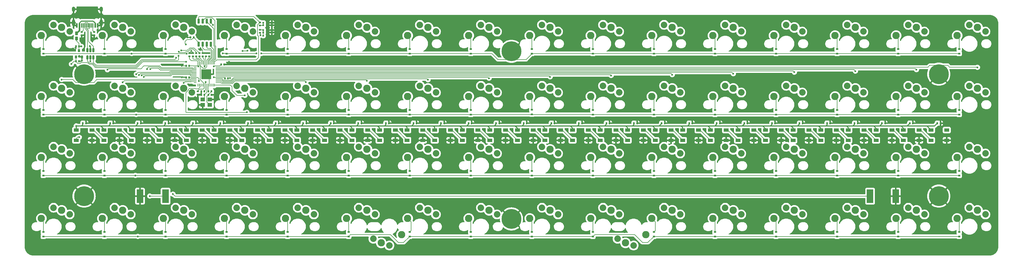
<source format=gbr>
%TF.GenerationSoftware,KiCad,Pcbnew,(6.0.0)*%
%TF.CreationDate,2022-05-01T17:24:26-04:00*%
%TF.ProjectId,HL-2040,484c2d32-3034-4302-9e6b-696361645f70,Mark 2 Rev F*%
%TF.SameCoordinates,Original*%
%TF.FileFunction,Copper,L2,Bot*%
%TF.FilePolarity,Positive*%
%FSLAX46Y46*%
G04 Gerber Fmt 4.6, Leading zero omitted, Abs format (unit mm)*
G04 Created by KiCad (PCBNEW (6.0.0)) date 2022-05-01 17:24:26*
%MOMM*%
%LPD*%
G01*
G04 APERTURE LIST*
G04 Aperture macros list*
%AMRoundRect*
0 Rectangle with rounded corners*
0 $1 Rounding radius*
0 $2 $3 $4 $5 $6 $7 $8 $9 X,Y pos of 4 corners*
0 Add a 4 corners polygon primitive as box body*
4,1,4,$2,$3,$4,$5,$6,$7,$8,$9,$2,$3,0*
0 Add four circle primitives for the rounded corners*
1,1,$1+$1,$2,$3*
1,1,$1+$1,$4,$5*
1,1,$1+$1,$6,$7*
1,1,$1+$1,$8,$9*
0 Add four rect primitives between the rounded corners*
20,1,$1+$1,$2,$3,$4,$5,0*
20,1,$1+$1,$4,$5,$6,$7,0*
20,1,$1+$1,$6,$7,$8,$9,0*
20,1,$1+$1,$8,$9,$2,$3,0*%
G04 Aperture macros list end*
%TA.AperFunction,ComponentPad*%
%ADD10C,6.200000*%
%TD*%
%TA.AperFunction,ComponentPad*%
%ADD11C,2.032000*%
%TD*%
%TA.AperFunction,ComponentPad*%
%ADD12C,2.286000*%
%TD*%
%TA.AperFunction,SMDPad,CuDef*%
%ADD13RoundRect,0.147500X-0.147500X-0.172500X0.147500X-0.172500X0.147500X0.172500X-0.147500X0.172500X0*%
%TD*%
%TA.AperFunction,SMDPad,CuDef*%
%ADD14RoundRect,0.147500X0.147500X0.172500X-0.147500X0.172500X-0.147500X-0.172500X0.147500X-0.172500X0*%
%TD*%
%TA.AperFunction,SMDPad,CuDef*%
%ADD15RoundRect,0.147500X0.172500X-0.147500X0.172500X0.147500X-0.172500X0.147500X-0.172500X-0.147500X0*%
%TD*%
%TA.AperFunction,SMDPad,CuDef*%
%ADD16R,0.550000X0.550000*%
%TD*%
%TA.AperFunction,SMDPad,CuDef*%
%ADD17RoundRect,0.050000X0.387500X0.050000X-0.387500X0.050000X-0.387500X-0.050000X0.387500X-0.050000X0*%
%TD*%
%TA.AperFunction,SMDPad,CuDef*%
%ADD18RoundRect,0.050000X0.050000X0.387500X-0.050000X0.387500X-0.050000X-0.387500X0.050000X-0.387500X0*%
%TD*%
%TA.AperFunction,SMDPad,CuDef*%
%ADD19R,3.050000X3.050000*%
%TD*%
%TA.AperFunction,SMDPad,CuDef*%
%ADD20R,0.700000X0.600000*%
%TD*%
%TA.AperFunction,SMDPad,CuDef*%
%ADD21RoundRect,0.147500X-0.172500X0.147500X-0.172500X-0.147500X0.172500X-0.147500X0.172500X0.147500X0*%
%TD*%
%TA.AperFunction,SMDPad,CuDef*%
%ADD22RoundRect,0.212500X-0.212500X0.400000X-0.212500X-0.400000X0.212500X-0.400000X0.212500X0.400000X0*%
%TD*%
%TA.AperFunction,SMDPad,CuDef*%
%ADD23R,0.800000X0.900000*%
%TD*%
%TA.AperFunction,SMDPad,CuDef*%
%ADD24R,0.600000X1.450000*%
%TD*%
%TA.AperFunction,SMDPad,CuDef*%
%ADD25R,0.300000X1.450000*%
%TD*%
%TA.AperFunction,ComponentPad*%
%ADD26O,1.000000X1.600000*%
%TD*%
%TA.AperFunction,ComponentPad*%
%ADD27O,1.000000X2.100000*%
%TD*%
%TA.AperFunction,SMDPad,CuDef*%
%ADD28R,1.500000X1.000000*%
%TD*%
%TA.AperFunction,SMDPad,CuDef*%
%ADD29R,2.000000X4.200000*%
%TD*%
%TA.AperFunction,SMDPad,CuDef*%
%ADD30RoundRect,0.150000X-0.150000X0.650000X-0.150000X-0.650000X0.150000X-0.650000X0.150000X0.650000X0*%
%TD*%
%TA.AperFunction,SMDPad,CuDef*%
%ADD31R,1.400000X1.200000*%
%TD*%
%TA.AperFunction,SMDPad,CuDef*%
%ADD32RoundRect,0.150000X0.150000X-0.512500X0.150000X0.512500X-0.150000X0.512500X-0.150000X-0.512500X0*%
%TD*%
%TA.AperFunction,ViaPad*%
%ADD33C,0.600000*%
%TD*%
%TA.AperFunction,ViaPad*%
%ADD34C,0.800000*%
%TD*%
%TA.AperFunction,Conductor*%
%ADD35C,0.200000*%
%TD*%
%TA.AperFunction,Conductor*%
%ADD36C,0.300000*%
%TD*%
%TA.AperFunction,Conductor*%
%ADD37C,0.500000*%
%TD*%
G04 APERTURE END LIST*
D10*
%TO.P,H6,1,1*%
%TO.N,GND*%
X315098900Y-128579400D03*
%TD*%
%TO.P,H5,1,1*%
%TO.N,GND*%
X315098900Y-90481800D03*
%TD*%
%TO.P,H4,1,1*%
%TO.N,GND*%
X181757300Y-135722700D03*
%TD*%
%TO.P,H3,1,1*%
%TO.N,GND*%
X181757300Y-83338500D03*
%TD*%
%TO.P,H2,1,1*%
%TO.N,GND*%
X48415700Y-128579400D03*
%TD*%
%TO.P,H1,1,1*%
%TO.N,GND*%
X48415700Y-90481800D03*
%TD*%
D11*
%TO.P,K2,1*%
%TO.N,20*%
X62943750Y-77162500D03*
D12*
X60483750Y-75882500D03*
D11*
%TO.P,K2,2*%
%TO.N,Net-(D2-Pad2)*%
X57943750Y-75062500D03*
D12*
X54133750Y-78422500D03*
%TD*%
D11*
%TO.P,K3,1*%
%TO.N,19*%
X81993750Y-77149800D03*
D12*
X79533750Y-75869800D03*
D11*
%TO.P,K3,2*%
%TO.N,Net-(D3-Pad2)*%
X76993750Y-75049800D03*
D12*
X73183750Y-78409800D03*
%TD*%
D11*
%TO.P,K6,1*%
%TO.N,10*%
X139143750Y-77162500D03*
D12*
X136683750Y-75882500D03*
D11*
%TO.P,K6,2*%
%TO.N,Net-(D6-Pad2)*%
X134143750Y-75062500D03*
D12*
X130333750Y-78422500D03*
%TD*%
D11*
%TO.P,K7,1*%
%TO.N,9*%
X158193750Y-77162500D03*
D12*
X155733750Y-75882500D03*
%TO.P,K7,2*%
%TO.N,Net-(D7-Pad2)*%
X149383750Y-78422500D03*
D11*
X153193750Y-75062500D03*
%TD*%
%TO.P,K8,1*%
%TO.N,8*%
X177243750Y-77162500D03*
D12*
X174783750Y-75882500D03*
%TO.P,K8,2*%
%TO.N,Net-(D8-Pad2)*%
X168433750Y-78422500D03*
D11*
X172243750Y-75062500D03*
%TD*%
D12*
%TO.P,K9,1*%
%TO.N,7*%
X193833750Y-75882500D03*
D11*
X196293750Y-77162500D03*
D12*
%TO.P,K9,2*%
%TO.N,Net-(D9-Pad2)*%
X187483750Y-78422500D03*
D11*
X191293750Y-75062500D03*
%TD*%
D12*
%TO.P,K10,1*%
%TO.N,6*%
X212883750Y-75882500D03*
D11*
X215343750Y-77162500D03*
%TO.P,K10,2*%
%TO.N,Net-(D10-Pad2)*%
X210343750Y-75062500D03*
D12*
X206533750Y-78422500D03*
%TD*%
%TO.P,K11,1*%
%TO.N,5*%
X231933750Y-75882500D03*
D11*
X234393750Y-77162500D03*
%TO.P,K11,2*%
%TO.N,Net-(D11-Pad2)*%
X229393750Y-75062500D03*
D12*
X225583750Y-78422500D03*
%TD*%
%TO.P,K12,1*%
%TO.N,4*%
X250983750Y-75882500D03*
D11*
X253443750Y-77162500D03*
%TO.P,K12,2*%
%TO.N,Net-(D12-Pad2)*%
X248443750Y-75062500D03*
D12*
X244633750Y-78422500D03*
%TD*%
%TO.P,K13,1*%
%TO.N,3*%
X270033750Y-75882500D03*
D11*
X272493750Y-77162500D03*
D12*
%TO.P,K13,2*%
%TO.N,Net-(D13-Pad2)*%
X263683750Y-78422500D03*
D11*
X267493750Y-75062500D03*
%TD*%
D12*
%TO.P,K14,1*%
%TO.N,2*%
X289083750Y-75882500D03*
D11*
X291543750Y-77162500D03*
D12*
%TO.P,K14,2*%
%TO.N,Net-(D14-Pad2)*%
X282733750Y-78422500D03*
D11*
X286543750Y-75062500D03*
%TD*%
D12*
%TO.P,K15,1*%
%TO.N,1*%
X308133750Y-75882500D03*
D11*
X310593750Y-77162500D03*
%TO.P,K15,2*%
%TO.N,Net-(D15-Pad2)*%
X305593750Y-75062500D03*
D12*
X301783750Y-78422500D03*
%TD*%
D11*
%TO.P,K16,1*%
%TO.N,0*%
X329643750Y-77162500D03*
D12*
X327183750Y-75882500D03*
%TO.P,K16,2*%
%TO.N,Net-(D16-Pad2)*%
X320833750Y-78422500D03*
D11*
X324643750Y-75062500D03*
%TD*%
%TO.P,K17,1*%
%TO.N,21*%
X43893750Y-96212500D03*
D12*
X41433750Y-94932500D03*
D11*
%TO.P,K17,2*%
%TO.N,Net-(D17-Pad2)*%
X38893750Y-94112500D03*
D12*
X35083750Y-97472500D03*
%TD*%
%TO.P,K18,1*%
%TO.N,20*%
X60483750Y-94932500D03*
D11*
X62943750Y-96212500D03*
D12*
%TO.P,K18,2*%
%TO.N,Net-(D18-Pad2)*%
X54133750Y-97472500D03*
D11*
X57943750Y-94112500D03*
%TD*%
%TO.P,K19,1*%
%TO.N,19*%
X81993750Y-96212500D03*
D12*
X79533750Y-94932500D03*
%TO.P,K19,2*%
%TO.N,Net-(D19-Pad2)*%
X73183750Y-97472500D03*
D11*
X76993750Y-94112500D03*
%TD*%
D12*
%TO.P,K22,1*%
%TO.N,10*%
X136683750Y-94932500D03*
D11*
X139143750Y-96212500D03*
D12*
%TO.P,K22,2*%
%TO.N,Net-(D22-Pad2)*%
X130333750Y-97472500D03*
D11*
X134143750Y-94112500D03*
%TD*%
D12*
%TO.P,K23,1*%
%TO.N,9*%
X155733750Y-94932500D03*
D11*
X158193750Y-96212500D03*
D12*
%TO.P,K23,2*%
%TO.N,Net-(D23-Pad2)*%
X149383750Y-97472500D03*
D11*
X153193750Y-94112500D03*
%TD*%
D12*
%TO.P,K24,1*%
%TO.N,8*%
X174783750Y-94932500D03*
D11*
X177243750Y-96212500D03*
D12*
%TO.P,K24,2*%
%TO.N,Net-(D24-Pad2)*%
X168433750Y-97472500D03*
D11*
X172243750Y-94112500D03*
%TD*%
D12*
%TO.P,K25,1*%
%TO.N,7*%
X193833750Y-94932500D03*
D11*
X196293750Y-96212500D03*
%TO.P,K25,2*%
%TO.N,Net-(D25-Pad2)*%
X191293750Y-94112500D03*
D12*
X187483750Y-97472500D03*
%TD*%
D11*
%TO.P,K26,1*%
%TO.N,6*%
X215343750Y-96212500D03*
D12*
X212883750Y-94932500D03*
D11*
%TO.P,K26,2*%
%TO.N,Net-(D26-Pad2)*%
X210343750Y-94112500D03*
D12*
X206533750Y-97472500D03*
%TD*%
D11*
%TO.P,K27,1*%
%TO.N,5*%
X234393750Y-96212500D03*
D12*
X231933750Y-94932500D03*
D11*
%TO.P,K27,2*%
%TO.N,Net-(D27-Pad2)*%
X229393750Y-94112500D03*
D12*
X225583750Y-97472500D03*
%TD*%
D11*
%TO.P,K28,1*%
%TO.N,4*%
X253443750Y-96212500D03*
D12*
X250983750Y-94932500D03*
D11*
%TO.P,K28,2*%
%TO.N,Net-(D28-Pad2)*%
X248443750Y-94112500D03*
D12*
X244633750Y-97472500D03*
%TD*%
%TO.P,K29,1*%
%TO.N,3*%
X270033750Y-94932500D03*
D11*
X272493750Y-96212500D03*
%TO.P,K29,2*%
%TO.N,Net-(D29-Pad2)*%
X267493750Y-94112500D03*
D12*
X263683750Y-97472500D03*
%TD*%
%TO.P,K30,1*%
%TO.N,2*%
X289083750Y-94932500D03*
D11*
X291543750Y-96212500D03*
D12*
%TO.P,K30,2*%
%TO.N,Net-(D30-Pad2)*%
X282733750Y-97472500D03*
D11*
X286543750Y-94112500D03*
%TD*%
%TO.P,K31,1*%
%TO.N,1*%
X310593750Y-96212500D03*
D12*
X308133750Y-94932500D03*
%TO.P,K31,2*%
%TO.N,Net-(D31-Pad2)*%
X301783750Y-97472500D03*
D11*
X305593750Y-94112500D03*
%TD*%
D12*
%TO.P,K32,1*%
%TO.N,0*%
X327183750Y-94932500D03*
D11*
X329643750Y-96212500D03*
%TO.P,K32,2*%
%TO.N,Net-(D32-Pad2)*%
X324643750Y-94112500D03*
D12*
X320833750Y-97472500D03*
%TD*%
D11*
%TO.P,K33,1*%
%TO.N,21*%
X43893750Y-115262500D03*
D12*
X41433750Y-113982500D03*
D11*
%TO.P,K33,2*%
%TO.N,Net-(D33-Pad2)*%
X38893750Y-113162500D03*
D12*
X35083750Y-116522500D03*
%TD*%
D11*
%TO.P,K34,1*%
%TO.N,20*%
X62943750Y-115262500D03*
D12*
X60483750Y-113982500D03*
D11*
%TO.P,K34,2*%
%TO.N,Net-(D34-Pad2)*%
X57943750Y-113162500D03*
D12*
X54133750Y-116522500D03*
%TD*%
D11*
%TO.P,K35,1*%
%TO.N,19*%
X81993750Y-115262500D03*
D12*
X79533750Y-113982500D03*
D11*
%TO.P,K35,2*%
%TO.N,Net-(D35-Pad2)*%
X76993750Y-113162500D03*
D12*
X73183750Y-116522500D03*
%TD*%
%TO.P,K36,1*%
%TO.N,12*%
X98583750Y-113982500D03*
D11*
X101043750Y-115262500D03*
D12*
%TO.P,K36,2*%
%TO.N,Net-(D36-Pad2)*%
X92233750Y-116522500D03*
D11*
X96043750Y-113162500D03*
%TD*%
D12*
%TO.P,K37,1*%
%TO.N,11*%
X117633750Y-113982500D03*
D11*
X120093750Y-115262500D03*
%TO.P,K37,2*%
%TO.N,Net-(D37-Pad2)*%
X115093750Y-113162500D03*
D12*
X111283750Y-116522500D03*
%TD*%
D11*
%TO.P,K38,1*%
%TO.N,10*%
X139143750Y-115262500D03*
D12*
X136683750Y-113982500D03*
D11*
%TO.P,K38,2*%
%TO.N,Net-(D38-Pad2)*%
X134143750Y-113162500D03*
D12*
X130333750Y-116522500D03*
%TD*%
%TO.P,K39,1*%
%TO.N,9*%
X155733750Y-113982500D03*
D11*
X158193750Y-115262500D03*
%TO.P,K39,2*%
%TO.N,Net-(D39-Pad2)*%
X153193750Y-113162500D03*
D12*
X149383750Y-116522500D03*
%TD*%
D11*
%TO.P,K40,1*%
%TO.N,8*%
X177243750Y-115262500D03*
D12*
X174783750Y-113982500D03*
D11*
%TO.P,K40,2*%
%TO.N,Net-(D40-Pad2)*%
X172243750Y-113162500D03*
D12*
X168433750Y-116522500D03*
%TD*%
D11*
%TO.P,K41,1*%
%TO.N,7*%
X196293750Y-115262500D03*
D12*
X193833750Y-113982500D03*
D11*
%TO.P,K41,2*%
%TO.N,Net-(D41-Pad2)*%
X191293750Y-113162500D03*
D12*
X187483750Y-116522500D03*
%TD*%
%TO.P,K42,1*%
%TO.N,6*%
X212883750Y-113982500D03*
D11*
X215343750Y-115262500D03*
D12*
%TO.P,K42,2*%
%TO.N,Net-(D42-Pad2)*%
X206533750Y-116522500D03*
D11*
X210343750Y-113162500D03*
%TD*%
%TO.P,K43,1*%
%TO.N,5*%
X234393750Y-115262500D03*
D12*
X231933750Y-113982500D03*
%TO.P,K43,2*%
%TO.N,Net-(D43-Pad2)*%
X225583750Y-116522500D03*
D11*
X229393750Y-113162500D03*
%TD*%
D12*
%TO.P,K44,1*%
%TO.N,4*%
X250983750Y-113982500D03*
D11*
X253443750Y-115262500D03*
%TO.P,K44,2*%
%TO.N,Net-(D44-Pad2)*%
X248443750Y-113162500D03*
D12*
X244633750Y-116522500D03*
%TD*%
%TO.P,K45,1*%
%TO.N,3*%
X270033750Y-113982500D03*
D11*
X272493750Y-115262500D03*
%TO.P,K45,2*%
%TO.N,Net-(D45-Pad2)*%
X267493750Y-113162500D03*
D12*
X263683750Y-116522500D03*
%TD*%
%TO.P,K46,1*%
%TO.N,2*%
X289083750Y-113982500D03*
D11*
X291543750Y-115262500D03*
%TO.P,K46,2*%
%TO.N,Net-(D46-Pad2)*%
X286543750Y-113162500D03*
D12*
X282733750Y-116522500D03*
%TD*%
D11*
%TO.P,K47,1*%
%TO.N,1*%
X310593750Y-115262500D03*
D12*
X308133750Y-113982500D03*
%TO.P,K47,2*%
%TO.N,Net-(D47-Pad2)*%
X301783750Y-116522500D03*
D11*
X305593750Y-113162500D03*
%TD*%
D12*
%TO.P,K48,1*%
%TO.N,0*%
X327183750Y-113982500D03*
D11*
X329643750Y-115262500D03*
D12*
%TO.P,K48,2*%
%TO.N,Net-(D48-Pad2)*%
X320833750Y-116522500D03*
D11*
X324643750Y-113162500D03*
%TD*%
%TO.P,K49,1*%
%TO.N,21*%
X43893750Y-134312500D03*
D12*
X41433750Y-133032500D03*
D11*
%TO.P,K49,2*%
%TO.N,Net-(D49-Pad2)*%
X38893750Y-132212500D03*
D12*
X35083750Y-135572500D03*
%TD*%
D11*
%TO.P,K50,1*%
%TO.N,20*%
X62943750Y-134312500D03*
D12*
X60483750Y-133032500D03*
D11*
%TO.P,K50,2*%
%TO.N,Net-(D50-Pad2)*%
X57943750Y-132212500D03*
D12*
X54133750Y-135572500D03*
%TD*%
%TO.P,K51,1*%
%TO.N,19*%
X79533750Y-133032500D03*
D11*
X81993750Y-134312500D03*
D12*
%TO.P,K51,2*%
%TO.N,Net-(D51-Pad2)*%
X73183750Y-135572500D03*
D11*
X76993750Y-132212500D03*
%TD*%
%TO.P,K52,1*%
%TO.N,12*%
X101043750Y-134312500D03*
D12*
X98583750Y-133032500D03*
D11*
%TO.P,K52,2*%
%TO.N,Net-(D52-Pad2)*%
X96043750Y-132212500D03*
D12*
X92233750Y-135572500D03*
%TD*%
D11*
%TO.P,K53,1*%
%TO.N,11*%
X120093750Y-134312500D03*
D12*
X117633750Y-133032500D03*
%TO.P,K53,2*%
%TO.N,Net-(D53-Pad2)*%
X111283750Y-135572500D03*
D11*
X115093750Y-132212500D03*
%TD*%
%TO.P,K54,1*%
%TO.N,10*%
X138668150Y-141912500D03*
D12*
X141128150Y-143192500D03*
D11*
X139143750Y-134312500D03*
D12*
X136683750Y-133032500D03*
%TO.P,K54,2*%
%TO.N,Net-(D54-Pad2)*%
X130333750Y-135572500D03*
D11*
X134143750Y-132212500D03*
D12*
X147478150Y-140652500D03*
D11*
X143668150Y-144012500D03*
%TD*%
D12*
%TO.P,K55,1*%
%TO.N,9*%
X155733750Y-133032500D03*
D11*
X158193750Y-134312500D03*
%TO.P,K55,2*%
%TO.N,Net-(D55-Pad2)*%
X153193750Y-132212500D03*
D12*
X149383750Y-135572500D03*
%TD*%
%TO.P,K56,1*%
%TO.N,8*%
X174783750Y-133032500D03*
D11*
X177243750Y-134312500D03*
D12*
%TO.P,K56,2*%
%TO.N,Net-(D56-Pad2)*%
X168433750Y-135572500D03*
D11*
X172243750Y-132212500D03*
%TD*%
%TO.P,K57,1*%
%TO.N,7*%
X196293750Y-134312500D03*
D12*
X193833750Y-133032500D03*
D11*
%TO.P,K57,2*%
%TO.N,Net-(D57-Pad2)*%
X191293750Y-132212500D03*
D12*
X187483750Y-135572500D03*
%TD*%
%TO.P,K58,1*%
%TO.N,6*%
X217328150Y-143192500D03*
X212883750Y-133032500D03*
D11*
X214868150Y-141912500D03*
X215343750Y-134312500D03*
D12*
%TO.P,K58,2*%
%TO.N,Net-(D58-Pad2)*%
X206533750Y-135572500D03*
D11*
X210343750Y-132212500D03*
D12*
X223678150Y-140652500D03*
D11*
X219868150Y-144012500D03*
%TD*%
%TO.P,K59,1*%
%TO.N,5*%
X234393750Y-134312500D03*
D12*
X231933750Y-133032500D03*
%TO.P,K59,2*%
%TO.N,Net-(D59-Pad2)*%
X225583750Y-135572500D03*
D11*
X229393750Y-132212500D03*
%TD*%
%TO.P,K60,1*%
%TO.N,4*%
X253443750Y-134312500D03*
D12*
X250983750Y-133032500D03*
D11*
%TO.P,K60,2*%
%TO.N,Net-(D60-Pad2)*%
X248443750Y-132212500D03*
D12*
X244633750Y-135572500D03*
%TD*%
%TO.P,K61,1*%
%TO.N,3*%
X270033750Y-133032500D03*
D11*
X272493750Y-134312500D03*
%TO.P,K61,2*%
%TO.N,Net-(D61-Pad2)*%
X267493750Y-132212500D03*
D12*
X263683750Y-135572500D03*
%TD*%
%TO.P,K62,1*%
%TO.N,2*%
X289083750Y-133032500D03*
D11*
X291543750Y-134312500D03*
D12*
%TO.P,K62,2*%
%TO.N,Net-(D62-Pad2)*%
X282733750Y-135572500D03*
D11*
X286543750Y-132212500D03*
%TD*%
D12*
%TO.P,K63,1*%
%TO.N,1*%
X308133750Y-133032500D03*
D11*
X310593750Y-134312500D03*
%TO.P,K63,2*%
%TO.N,Net-(D63-Pad2)*%
X305593750Y-132212500D03*
D12*
X301783750Y-135572500D03*
%TD*%
%TO.P,K64,1*%
%TO.N,0*%
X327183750Y-133032500D03*
D11*
X329643750Y-134312500D03*
D12*
%TO.P,K64,2*%
%TO.N,Net-(D64-Pad2)*%
X320833750Y-135572500D03*
D11*
X324643750Y-132212500D03*
%TD*%
D12*
%TO.P,K1,1*%
%TO.N,21*%
X41433750Y-75882500D03*
D11*
X43893750Y-77162500D03*
%TO.P,K1,2*%
%TO.N,Net-(D1-Pad2)*%
X38893750Y-75062500D03*
D12*
X35083750Y-78422500D03*
%TD*%
%TO.P,K4,1*%
%TO.N,12*%
X98583750Y-75882500D03*
D11*
X101043750Y-77162500D03*
D12*
%TO.P,K4,2*%
%TO.N,Net-(D4-Pad2)*%
X92233750Y-78422500D03*
D11*
X96043750Y-75062500D03*
%TD*%
%TO.P,K5,1*%
%TO.N,11*%
X120093750Y-77162500D03*
D12*
X117633750Y-75882500D03*
D11*
%TO.P,K5,2*%
%TO.N,Net-(D5-Pad2)*%
X115093750Y-75062500D03*
D12*
X111283750Y-78422500D03*
%TD*%
D11*
%TO.P,K21,1*%
%TO.N,11*%
X120093750Y-96212500D03*
D12*
X117633750Y-94932500D03*
%TO.P,K21,2*%
%TO.N,Net-(D21-Pad2)*%
X111283750Y-97472500D03*
D11*
X115093750Y-94112500D03*
%TD*%
%TO.P,K20,1*%
%TO.N,12*%
X101043750Y-96212500D03*
D12*
X98583750Y-94932500D03*
%TO.P,K20,2*%
%TO.N,Net-(D20-Pad2)*%
X92233750Y-97472500D03*
D11*
X96043750Y-94112500D03*
%TD*%
D13*
%TO.P,C1,1*%
%TO.N,+3V3*%
X91158200Y-87477600D03*
%TO.P,C1,2*%
%TO.N,GND*%
X92128200Y-87477600D03*
%TD*%
D14*
%TO.P,C2,1*%
%TO.N,+3V3*%
X85930600Y-95808800D03*
%TO.P,C2,2*%
%TO.N,GND*%
X84960600Y-95808800D03*
%TD*%
D13*
%TO.P,C3,1*%
%TO.N,+3V3*%
X92326600Y-91744800D03*
%TO.P,C3,2*%
%TO.N,GND*%
X93296600Y-91744800D03*
%TD*%
D15*
%TO.P,C6,1*%
%TO.N,+3V3*%
X81305400Y-84886800D03*
%TO.P,C6,2*%
%TO.N,GND*%
X81305400Y-83916800D03*
%TD*%
%TO.P,C8,1*%
%TO.N,+3V3*%
X85394800Y-84886800D03*
%TO.P,C8,2*%
%TO.N,GND*%
X85394800Y-83916800D03*
%TD*%
D16*
%TO.P,S1,1,A*%
%TO.N,~{RESET}*%
X104339000Y-77464000D03*
X104339000Y-76714000D03*
%TO.P,S1,2,B*%
%TO.N,GND*%
X106989000Y-76714000D03*
X106989000Y-77464000D03*
%TD*%
D17*
%TO.P,U0,1,IOVDD*%
%TO.N,+3V3*%
X89924500Y-87887500D03*
%TO.P,U0,2,GPIO0*%
%TO.N,0*%
X89924500Y-88287500D03*
%TO.P,U0,3,GPIO1*%
%TO.N,1*%
X89924500Y-88687500D03*
%TO.P,U0,4,GPIO2*%
%TO.N,2*%
X89924500Y-89087500D03*
%TO.P,U0,5,GPIO3*%
%TO.N,3*%
X89924500Y-89487500D03*
%TO.P,U0,6,GPIO4*%
%TO.N,4*%
X89924500Y-89887500D03*
%TO.P,U0,7,GPIO5*%
%TO.N,5*%
X89924500Y-90287500D03*
%TO.P,U0,8,GPIO6*%
%TO.N,6*%
X89924500Y-90687500D03*
%TO.P,U0,9,GPIO7*%
%TO.N,7*%
X89924500Y-91087500D03*
%TO.P,U0,10,IOVDD*%
%TO.N,+3V3*%
X89924500Y-91487500D03*
%TO.P,U0,11,GPIO8*%
%TO.N,8*%
X89924500Y-91887500D03*
%TO.P,U0,12,GPIO9*%
%TO.N,9*%
X89924500Y-92287500D03*
%TO.P,U0,13,GPIO10*%
%TO.N,10*%
X89924500Y-92687500D03*
%TO.P,U0,14,GPIO11*%
%TO.N,11*%
X89924500Y-93087500D03*
D18*
%TO.P,U0,15,GPIO12*%
%TO.N,12*%
X89087000Y-93925000D03*
%TO.P,U0,16,GPIO13*%
%TO.N,13*%
X88687000Y-93925000D03*
%TO.P,U0,17,GPIO14*%
%TO.N,14*%
X88287000Y-93925000D03*
%TO.P,U0,18,GPIO15*%
%TO.N,15*%
X87887000Y-93925000D03*
%TO.P,U0,19,TESTEN*%
%TO.N,GND*%
X87487000Y-93925000D03*
%TO.P,U0,20,XIN*%
%TO.N,XTAL-*%
X87087000Y-93925000D03*
%TO.P,U0,21,XOUT*%
%TO.N,XTAL+*%
X86687000Y-93925000D03*
%TO.P,U0,22,IOVDD*%
%TO.N,+3V3*%
X86287000Y-93925000D03*
%TO.P,U0,23,DVDD*%
%TO.N,+1V1*%
X85887000Y-93925000D03*
%TO.P,U0,24,SWCLK*%
%TO.N,unconnected-(U0-Pad24)*%
X85487000Y-93925000D03*
%TO.P,U0,25,SWDIO*%
%TO.N,unconnected-(U0-Pad25)*%
X85087000Y-93925000D03*
%TO.P,U0,26,RUN*%
%TO.N,~{RESET}*%
X84687000Y-93925000D03*
%TO.P,U0,27,GPIO16*%
%TO.N,16*%
X84287000Y-93925000D03*
%TO.P,U0,28,GPIO17*%
%TO.N,17*%
X83887000Y-93925000D03*
D17*
%TO.P,U0,29,GPIO18*%
%TO.N,18*%
X83049500Y-93087500D03*
%TO.P,U0,30,GPIO19*%
%TO.N,19*%
X83049500Y-92687500D03*
%TO.P,U0,31,GPIO20*%
%TO.N,20*%
X83049500Y-92287500D03*
%TO.P,U0,32,GPIO21*%
%TO.N,21*%
X83049500Y-91887500D03*
%TO.P,U0,33,IOVDD*%
%TO.N,+3V3*%
X83049500Y-91487500D03*
%TO.P,U0,34,GPIO22*%
%TO.N,22*%
X83049500Y-91087500D03*
%TO.P,U0,35,GPIO23*%
%TO.N,23*%
X83049500Y-90687500D03*
%TO.P,U0,36,GPIO24*%
%TO.N,24*%
X83049500Y-90287500D03*
%TO.P,U0,37,GPIO25*%
%TO.N,25*%
X83049500Y-89887500D03*
%TO.P,U0,38,GPIO26/ADC0*%
%TO.N,26{slash}A0*%
X83049500Y-89487500D03*
%TO.P,U0,39,GPIO27/ADC1*%
%TO.N,27{slash}A1*%
X83049500Y-89087500D03*
%TO.P,U0,40,GPIO28/ADC2*%
%TO.N,28{slash}A2*%
X83049500Y-88687500D03*
%TO.P,U0,41,GPIO29/ADC3*%
%TO.N,29{slash}A3*%
X83049500Y-88287500D03*
%TO.P,U0,42,IOVDD*%
%TO.N,+3V3*%
X83049500Y-87887500D03*
D18*
%TO.P,U0,43,ADC_AVDD*%
X83887000Y-87050000D03*
%TO.P,U0,44,VREG_VIN*%
X84287000Y-87050000D03*
%TO.P,U0,45,VREG_VOUT*%
%TO.N,+1V1*%
X84687000Y-87050000D03*
%TO.P,U0,46,USB_DM*%
%TO.N,Net-(RD0-Pad2)*%
X85087000Y-87050000D03*
%TO.P,U0,47,USB_DP*%
%TO.N,Net-(RD1-Pad2)*%
X85487000Y-87050000D03*
%TO.P,U0,48,USB_VDD*%
%TO.N,+3V3*%
X85887000Y-87050000D03*
%TO.P,U0,49,IOVDD*%
X86287000Y-87050000D03*
%TO.P,U0,50,DVDD*%
%TO.N,+1V1*%
X86687000Y-87050000D03*
%TO.P,U0,51,QSPI_SD3*%
%TO.N,SD3*%
X87087000Y-87050000D03*
%TO.P,U0,52,QSPI_SCLK*%
%TO.N,CLOCK*%
X87487000Y-87050000D03*
%TO.P,U0,53,QSPI_SD0*%
%TO.N,SD0*%
X87887000Y-87050000D03*
%TO.P,U0,54,QSPI_SD2*%
%TO.N,SD2*%
X88287000Y-87050000D03*
%TO.P,U0,55,QSPI_SD1*%
%TO.N,SD1*%
X88687000Y-87050000D03*
%TO.P,U0,56,QSPI_SS_N*%
%TO.N,CS*%
X89087000Y-87050000D03*
D19*
%TO.P,U0,57,GND*%
%TO.N,GND*%
X86487000Y-90487500D03*
%TD*%
D15*
%TO.P,C7,1*%
%TO.N,+3V3*%
X82346800Y-84886800D03*
%TO.P,C7,2*%
%TO.N,GND*%
X82346800Y-83916800D03*
%TD*%
D20*
%TO.P,D1,1,K*%
%TO.N,25*%
X35718750Y-84043750D03*
%TO.P,D1,2,A*%
%TO.N,Net-(D1-Pad2)*%
X35718750Y-82643750D03*
%TD*%
%TO.P,D2,1,K*%
%TO.N,25*%
X54768750Y-84043750D03*
%TO.P,D2,2,A*%
%TO.N,Net-(D2-Pad2)*%
X54768750Y-82643750D03*
%TD*%
%TO.P,D3,1,K*%
%TO.N,25*%
X73818750Y-84043750D03*
%TO.P,D3,2,A*%
%TO.N,Net-(D3-Pad2)*%
X73818750Y-82643750D03*
%TD*%
%TO.P,D4,1,K*%
%TO.N,25*%
X92868750Y-84043750D03*
%TO.P,D4,2,A*%
%TO.N,Net-(D4-Pad2)*%
X92868750Y-82643750D03*
%TD*%
%TO.P,D5,1,K*%
%TO.N,25*%
X111918750Y-84043750D03*
%TO.P,D5,2,A*%
%TO.N,Net-(D5-Pad2)*%
X111918750Y-82643750D03*
%TD*%
%TO.P,D6,1,K*%
%TO.N,25*%
X130968750Y-84043750D03*
%TO.P,D6,2,A*%
%TO.N,Net-(D6-Pad2)*%
X130968750Y-82643750D03*
%TD*%
%TO.P,D7,1,K*%
%TO.N,25*%
X150018750Y-84043750D03*
%TO.P,D7,2,A*%
%TO.N,Net-(D7-Pad2)*%
X150018750Y-82643750D03*
%TD*%
%TO.P,D8,1,K*%
%TO.N,25*%
X169068750Y-84043750D03*
%TO.P,D8,2,A*%
%TO.N,Net-(D8-Pad2)*%
X169068750Y-82643750D03*
%TD*%
%TO.P,D9,1,K*%
%TO.N,25*%
X188118750Y-84043750D03*
%TO.P,D9,2,A*%
%TO.N,Net-(D9-Pad2)*%
X188118750Y-82643750D03*
%TD*%
%TO.P,D10,1,K*%
%TO.N,25*%
X207168750Y-84043750D03*
%TO.P,D10,2,A*%
%TO.N,Net-(D10-Pad2)*%
X207168750Y-82643750D03*
%TD*%
%TO.P,D11,1,K*%
%TO.N,25*%
X226218750Y-84043750D03*
%TO.P,D11,2,A*%
%TO.N,Net-(D11-Pad2)*%
X226218750Y-82643750D03*
%TD*%
%TO.P,D12,1,K*%
%TO.N,25*%
X245268750Y-84043750D03*
%TO.P,D12,2,A*%
%TO.N,Net-(D12-Pad2)*%
X245268750Y-82643750D03*
%TD*%
%TO.P,D13,1,K*%
%TO.N,25*%
X264318750Y-84043750D03*
%TO.P,D13,2,A*%
%TO.N,Net-(D13-Pad2)*%
X264318750Y-82643750D03*
%TD*%
%TO.P,D14,1,K*%
%TO.N,25*%
X283368750Y-84043750D03*
%TO.P,D14,2,A*%
%TO.N,Net-(D14-Pad2)*%
X283368750Y-82643750D03*
%TD*%
%TO.P,D15,1,K*%
%TO.N,25*%
X302418750Y-84043750D03*
%TO.P,D15,2,A*%
%TO.N,Net-(D15-Pad2)*%
X302418750Y-82643750D03*
%TD*%
%TO.P,D16,1,K*%
%TO.N,25*%
X321468750Y-84043750D03*
%TO.P,D16,2,A*%
%TO.N,Net-(D16-Pad2)*%
X321468750Y-82643750D03*
%TD*%
%TO.P,D17,1,K*%
%TO.N,24*%
X35718750Y-103093750D03*
%TO.P,D17,2,A*%
%TO.N,Net-(D17-Pad2)*%
X35718750Y-101693750D03*
%TD*%
%TO.P,D18,1,K*%
%TO.N,24*%
X54768750Y-103093750D03*
%TO.P,D18,2,A*%
%TO.N,Net-(D18-Pad2)*%
X54768750Y-101693750D03*
%TD*%
%TO.P,D19,1,K*%
%TO.N,24*%
X73818750Y-103093750D03*
%TO.P,D19,2,A*%
%TO.N,Net-(D19-Pad2)*%
X73818750Y-101693750D03*
%TD*%
%TO.P,D20,1,K*%
%TO.N,24*%
X92868750Y-103093750D03*
%TO.P,D20,2,A*%
%TO.N,Net-(D20-Pad2)*%
X92868750Y-101693750D03*
%TD*%
%TO.P,D21,1,K*%
%TO.N,24*%
X111918750Y-103093750D03*
%TO.P,D21,2,A*%
%TO.N,Net-(D21-Pad2)*%
X111918750Y-101693750D03*
%TD*%
%TO.P,D22,1,K*%
%TO.N,24*%
X130968750Y-103093750D03*
%TO.P,D22,2,A*%
%TO.N,Net-(D22-Pad2)*%
X130968750Y-101693750D03*
%TD*%
%TO.P,D23,1,K*%
%TO.N,24*%
X150018750Y-103093750D03*
%TO.P,D23,2,A*%
%TO.N,Net-(D23-Pad2)*%
X150018750Y-101693750D03*
%TD*%
%TO.P,D24,1,K*%
%TO.N,24*%
X169068750Y-103093750D03*
%TO.P,D24,2,A*%
%TO.N,Net-(D24-Pad2)*%
X169068750Y-101693750D03*
%TD*%
%TO.P,D25,1,K*%
%TO.N,24*%
X188118750Y-103031250D03*
%TO.P,D25,2,A*%
%TO.N,Net-(D25-Pad2)*%
X188118750Y-101631250D03*
%TD*%
%TO.P,D26,1,K*%
%TO.N,24*%
X207168750Y-103106250D03*
%TO.P,D26,2,A*%
%TO.N,Net-(D26-Pad2)*%
X207168750Y-101706250D03*
%TD*%
%TO.P,D27,1,K*%
%TO.N,24*%
X226218750Y-103093750D03*
%TO.P,D27,2,A*%
%TO.N,Net-(D27-Pad2)*%
X226218750Y-101693750D03*
%TD*%
%TO.P,D28,1,K*%
%TO.N,24*%
X245268750Y-103093750D03*
%TO.P,D28,2,A*%
%TO.N,Net-(D28-Pad2)*%
X245268750Y-101693750D03*
%TD*%
%TO.P,D29,1,K*%
%TO.N,24*%
X264318750Y-103093750D03*
%TO.P,D29,2,A*%
%TO.N,Net-(D29-Pad2)*%
X264318750Y-101693750D03*
%TD*%
%TO.P,D30,1,K*%
%TO.N,24*%
X283368750Y-103093750D03*
%TO.P,D30,2,A*%
%TO.N,Net-(D30-Pad2)*%
X283368750Y-101693750D03*
%TD*%
%TO.P,D31,1,K*%
%TO.N,24*%
X302418750Y-103093750D03*
%TO.P,D31,2,A*%
%TO.N,Net-(D31-Pad2)*%
X302418750Y-101693750D03*
%TD*%
%TO.P,D32,1,K*%
%TO.N,24*%
X321468750Y-103093750D03*
%TO.P,D32,2,A*%
%TO.N,Net-(D32-Pad2)*%
X321468750Y-101693750D03*
%TD*%
%TO.P,D33,1,K*%
%TO.N,23*%
X35718750Y-122143750D03*
%TO.P,D33,2,A*%
%TO.N,Net-(D33-Pad2)*%
X35718750Y-120743750D03*
%TD*%
%TO.P,D34,1,K*%
%TO.N,23*%
X54768750Y-122143750D03*
%TO.P,D34,2,A*%
%TO.N,Net-(D34-Pad2)*%
X54768750Y-120743750D03*
%TD*%
%TO.P,D35,1,K*%
%TO.N,23*%
X73818750Y-122143750D03*
%TO.P,D35,2,A*%
%TO.N,Net-(D35-Pad2)*%
X73818750Y-120743750D03*
%TD*%
%TO.P,D36,1,K*%
%TO.N,23*%
X92868750Y-122143750D03*
%TO.P,D36,2,A*%
%TO.N,Net-(D36-Pad2)*%
X92868750Y-120743750D03*
%TD*%
%TO.P,D37,1,K*%
%TO.N,23*%
X111918750Y-122143750D03*
%TO.P,D37,2,A*%
%TO.N,Net-(D37-Pad2)*%
X111918750Y-120743750D03*
%TD*%
%TO.P,D38,1,K*%
%TO.N,23*%
X130968750Y-122143750D03*
%TO.P,D38,2,A*%
%TO.N,Net-(D38-Pad2)*%
X130968750Y-120743750D03*
%TD*%
%TO.P,D39,1,K*%
%TO.N,23*%
X150018750Y-122143750D03*
%TO.P,D39,2,A*%
%TO.N,Net-(D39-Pad2)*%
X150018750Y-120743750D03*
%TD*%
%TO.P,D40,1,K*%
%TO.N,23*%
X169068750Y-122143750D03*
%TO.P,D40,2,A*%
%TO.N,Net-(D40-Pad2)*%
X169068750Y-120743750D03*
%TD*%
%TO.P,D41,1,K*%
%TO.N,23*%
X188118750Y-122143750D03*
%TO.P,D41,2,A*%
%TO.N,Net-(D41-Pad2)*%
X188118750Y-120743750D03*
%TD*%
%TO.P,D42,1,K*%
%TO.N,23*%
X207168750Y-122143750D03*
%TO.P,D42,2,A*%
%TO.N,Net-(D42-Pad2)*%
X207168750Y-120743750D03*
%TD*%
%TO.P,D43,1,K*%
%TO.N,23*%
X226218750Y-122143750D03*
%TO.P,D43,2,A*%
%TO.N,Net-(D43-Pad2)*%
X226218750Y-120743750D03*
%TD*%
%TO.P,D44,1,K*%
%TO.N,23*%
X245268750Y-122143750D03*
%TO.P,D44,2,A*%
%TO.N,Net-(D44-Pad2)*%
X245268750Y-120743750D03*
%TD*%
%TO.P,D45,1,K*%
%TO.N,23*%
X264318750Y-122143750D03*
%TO.P,D45,2,A*%
%TO.N,Net-(D45-Pad2)*%
X264318750Y-120743750D03*
%TD*%
%TO.P,D46,1,K*%
%TO.N,23*%
X283368750Y-122143750D03*
%TO.P,D46,2,A*%
%TO.N,Net-(D46-Pad2)*%
X283368750Y-120743750D03*
%TD*%
%TO.P,D47,1,K*%
%TO.N,23*%
X302418750Y-122143750D03*
%TO.P,D47,2,A*%
%TO.N,Net-(D47-Pad2)*%
X302418750Y-120743750D03*
%TD*%
%TO.P,D48,1,K*%
%TO.N,23*%
X321468750Y-122143750D03*
%TO.P,D48,2,A*%
%TO.N,Net-(D48-Pad2)*%
X321468750Y-120743750D03*
%TD*%
%TO.P,D49,1,K*%
%TO.N,22*%
X35718750Y-141193750D03*
%TO.P,D49,2,A*%
%TO.N,Net-(D49-Pad2)*%
X35718750Y-139793750D03*
%TD*%
%TO.P,D50,1,K*%
%TO.N,22*%
X54768750Y-141193750D03*
%TO.P,D50,2,A*%
%TO.N,Net-(D50-Pad2)*%
X54768750Y-139793750D03*
%TD*%
%TO.P,D51,1,K*%
%TO.N,22*%
X73818750Y-141193750D03*
%TO.P,D51,2,A*%
%TO.N,Net-(D51-Pad2)*%
X73818750Y-139793750D03*
%TD*%
%TO.P,D52,1,K*%
%TO.N,22*%
X92868750Y-141193750D03*
%TO.P,D52,2,A*%
%TO.N,Net-(D52-Pad2)*%
X92868750Y-139793750D03*
%TD*%
%TO.P,D53,1,K*%
%TO.N,22*%
X111918750Y-141193750D03*
%TO.P,D53,2,A*%
%TO.N,Net-(D53-Pad2)*%
X111918750Y-139793750D03*
%TD*%
%TO.P,D54,1,K*%
%TO.N,22*%
X130968750Y-141193750D03*
%TO.P,D54,2,A*%
%TO.N,Net-(D54-Pad2)*%
X130968750Y-139793750D03*
%TD*%
%TO.P,D55,1,K*%
%TO.N,22*%
X150018750Y-141193750D03*
%TO.P,D55,2,A*%
%TO.N,Net-(D55-Pad2)*%
X150018750Y-139793750D03*
%TD*%
%TO.P,D56,1,K*%
%TO.N,22*%
X169068750Y-141193750D03*
%TO.P,D56,2,A*%
%TO.N,Net-(D56-Pad2)*%
X169068750Y-139793750D03*
%TD*%
%TO.P,D57,1,K*%
%TO.N,22*%
X188118750Y-141193750D03*
%TO.P,D57,2,A*%
%TO.N,Net-(D57-Pad2)*%
X188118750Y-139793750D03*
%TD*%
%TO.P,D58,1,K*%
%TO.N,22*%
X207168750Y-141193750D03*
%TO.P,D58,2,A*%
%TO.N,Net-(D58-Pad2)*%
X207168750Y-139793750D03*
%TD*%
%TO.P,D59,1,K*%
%TO.N,22*%
X226218750Y-141193750D03*
%TO.P,D59,2,A*%
%TO.N,Net-(D59-Pad2)*%
X226218750Y-139793750D03*
%TD*%
%TO.P,D60,1,K*%
%TO.N,22*%
X245268750Y-141193750D03*
%TO.P,D60,2,A*%
%TO.N,Net-(D60-Pad2)*%
X245268750Y-139793750D03*
%TD*%
%TO.P,D61,1,K*%
%TO.N,22*%
X264318750Y-141193750D03*
%TO.P,D61,2,A*%
%TO.N,Net-(D61-Pad2)*%
X264318750Y-139793750D03*
%TD*%
%TO.P,D62,1,K*%
%TO.N,22*%
X283368750Y-141193750D03*
%TO.P,D62,2,A*%
%TO.N,Net-(D62-Pad2)*%
X283368750Y-139793750D03*
%TD*%
%TO.P,D63,1,K*%
%TO.N,22*%
X302418750Y-141193750D03*
%TO.P,D63,2,A*%
%TO.N,Net-(D63-Pad2)*%
X302418750Y-139793750D03*
%TD*%
%TO.P,D64,1,K*%
%TO.N,22*%
X321468750Y-141193750D03*
%TO.P,D64,2,A*%
%TO.N,Net-(D64-Pad2)*%
X321468750Y-139793750D03*
%TD*%
D15*
%TO.P,RC2,1*%
%TO.N,GND*%
X51593750Y-78272500D03*
%TO.P,RC2,2*%
%TO.N,Net-(J0-PadB5)*%
X51593750Y-77302500D03*
%TD*%
D21*
%TO.P,RC1,1*%
%TO.N,Net-(J0-PadA5)*%
X47625000Y-77302500D03*
%TO.P,RC1,2*%
%TO.N,GND*%
X47625000Y-78272500D03*
%TD*%
%TO.P,RD1,1*%
%TO.N,DB+*%
X84378800Y-83916800D03*
%TO.P,RD1,2*%
%TO.N,Net-(RD1-Pad2)*%
X84378800Y-84886800D03*
%TD*%
D22*
%TO.P,F0,1*%
%TO.N,vUSB*%
X46069250Y-77737000D03*
%TO.P,F0,2*%
%TO.N,VBUS*%
X46069250Y-79362000D03*
%TD*%
D23*
%TO.P,U1,1,GND*%
%TO.N,GND*%
X47781250Y-85124800D03*
%TO.P,U1,2,VO*%
%TO.N,+3V3*%
X45881250Y-85124800D03*
%TO.P,U1,3,VI*%
%TO.N,VBUS*%
X46831250Y-83124800D03*
%TD*%
D14*
%TO.P,LC1,1*%
%TO.N,GND*%
X48999000Y-105791000D03*
%TO.P,LC1,2*%
%TO.N,+3V3*%
X48029000Y-105791000D03*
%TD*%
%TO.P,C4,1*%
%TO.N,+3V3*%
X81206200Y-91490800D03*
%TO.P,C4,2*%
%TO.N,GND*%
X80236200Y-91490800D03*
%TD*%
D24*
%TO.P,J0,A1,GND*%
%TO.N,GND*%
X46153000Y-75292000D03*
%TO.P,J0,A4,VBUS*%
%TO.N,vUSB*%
X46953000Y-75292000D03*
D25*
%TO.P,J0,A5,CC1*%
%TO.N,Net-(J0-PadA5)*%
X48153000Y-75292000D03*
%TO.P,J0,A6,D+*%
%TO.N,D+*%
X49153000Y-75292000D03*
%TO.P,J0,A7,D-*%
%TO.N,D-*%
X49653000Y-75292000D03*
%TO.P,J0,A8,SBU1*%
%TO.N,unconnected-(J0-PadA8)*%
X50653000Y-75292000D03*
D24*
%TO.P,J0,A9,VBUS*%
%TO.N,vUSB*%
X51853000Y-75292000D03*
%TO.P,J0,A12,GND*%
%TO.N,GND*%
X52653000Y-75292000D03*
%TO.P,J0,B1,GND*%
X52653000Y-75292000D03*
%TO.P,J0,B4,VBUS*%
%TO.N,vUSB*%
X51853000Y-75292000D03*
D25*
%TO.P,J0,B5,CC2*%
%TO.N,Net-(J0-PadB5)*%
X51153000Y-75292000D03*
%TO.P,J0,B6,D+*%
%TO.N,D+*%
X50153000Y-75292000D03*
%TO.P,J0,B7,D-*%
%TO.N,D-*%
X48653000Y-75292000D03*
%TO.P,J0,B8,SBU2*%
%TO.N,unconnected-(J0-PadB8)*%
X47653000Y-75292000D03*
D24*
%TO.P,J0,B9,VBUS*%
%TO.N,vUSB*%
X46953000Y-75292000D03*
%TO.P,J0,B12,GND*%
%TO.N,GND*%
X46153000Y-75292000D03*
D26*
%TO.P,J0,S1,SHIELD*%
X45083000Y-70197000D03*
D27*
X45083000Y-74377000D03*
D26*
X53723000Y-70197000D03*
D27*
X53723000Y-74377000D03*
%TD*%
D14*
%TO.P,LC3,1*%
%TO.N,GND*%
X66111225Y-105791000D03*
%TO.P,LC3,2*%
%TO.N,+3V3*%
X65141225Y-105791000D03*
%TD*%
%TO.P,LC10,1*%
%TO.N,GND*%
X126333800Y-105791000D03*
%TO.P,LC10,2*%
%TO.N,+3V3*%
X125363800Y-105791000D03*
%TD*%
%TO.P,LC12,1*%
%TO.N,GND*%
X143540250Y-105791000D03*
%TO.P,LC12,2*%
%TO.N,+3V3*%
X142570250Y-105791000D03*
%TD*%
%TO.P,LC6,1*%
%TO.N,GND*%
X91920900Y-105791000D03*
%TO.P,LC6,2*%
%TO.N,+3V3*%
X90950900Y-105791000D03*
%TD*%
%TO.P,LC8,1*%
%TO.N,GND*%
X109127350Y-105791000D03*
%TO.P,LC8,2*%
%TO.N,+3V3*%
X108157350Y-105791000D03*
%TD*%
%TO.P,LC9,1*%
%TO.N,GND*%
X117730575Y-105791000D03*
%TO.P,LC9,2*%
%TO.N,+3V3*%
X116760575Y-105791000D03*
%TD*%
%TO.P,LC7,1*%
%TO.N,GND*%
X100524125Y-105791000D03*
%TO.P,LC7,2*%
%TO.N,+3V3*%
X99554125Y-105791000D03*
%TD*%
%TO.P,LC5,1*%
%TO.N,GND*%
X83317675Y-105791000D03*
%TO.P,LC5,2*%
%TO.N,+3V3*%
X82347675Y-105791000D03*
%TD*%
%TO.P,LC11,1*%
%TO.N,GND*%
X134937025Y-105791000D03*
%TO.P,LC11,2*%
%TO.N,+3V3*%
X133967025Y-105791000D03*
%TD*%
%TO.P,LC13,1*%
%TO.N,GND*%
X152143475Y-105791000D03*
%TO.P,LC13,2*%
%TO.N,+3V3*%
X151173475Y-105791000D03*
%TD*%
%TO.P,LC4,1*%
%TO.N,GND*%
X74714450Y-105791000D03*
%TO.P,LC4,2*%
%TO.N,+3V3*%
X73744450Y-105791000D03*
%TD*%
%TO.P,LC14,1*%
%TO.N,GND*%
X160746700Y-105791000D03*
%TO.P,LC14,2*%
%TO.N,+3V3*%
X159776700Y-105791000D03*
%TD*%
%TO.P,LC15,1*%
%TO.N,GND*%
X169349925Y-105791000D03*
%TO.P,LC15,2*%
%TO.N,+3V3*%
X168379925Y-105791000D03*
%TD*%
%TO.P,LC16,1*%
%TO.N,GND*%
X177953150Y-105791000D03*
%TO.P,LC16,2*%
%TO.N,+3V3*%
X176983150Y-105791000D03*
%TD*%
%TO.P,LC17,1*%
%TO.N,GND*%
X186556375Y-105791000D03*
%TO.P,LC17,2*%
%TO.N,+3V3*%
X185586375Y-105791000D03*
%TD*%
%TO.P,LC18,1*%
%TO.N,GND*%
X195159600Y-105791000D03*
%TO.P,LC18,2*%
%TO.N,+3V3*%
X194189600Y-105791000D03*
%TD*%
%TO.P,LC19,1*%
%TO.N,GND*%
X203762825Y-105791000D03*
%TO.P,LC19,2*%
%TO.N,+3V3*%
X202792825Y-105791000D03*
%TD*%
%TO.P,LC20,1*%
%TO.N,GND*%
X212366050Y-105791000D03*
%TO.P,LC20,2*%
%TO.N,+3V3*%
X211396050Y-105791000D03*
%TD*%
%TO.P,LC21,1*%
%TO.N,GND*%
X220957000Y-105791000D03*
%TO.P,LC21,2*%
%TO.N,+3V3*%
X219987000Y-105791000D03*
%TD*%
%TO.P,LC22,1*%
%TO.N,GND*%
X229572500Y-105791000D03*
%TO.P,LC22,2*%
%TO.N,+3V3*%
X228602500Y-105791000D03*
%TD*%
%TO.P,LC23,1*%
%TO.N,GND*%
X238175725Y-105791000D03*
%TO.P,LC23,2*%
%TO.N,+3V3*%
X237205725Y-105791000D03*
%TD*%
%TO.P,LC24,1*%
%TO.N,GND*%
X246778950Y-105791000D03*
%TO.P,LC24,2*%
%TO.N,+3V3*%
X245808950Y-105791000D03*
%TD*%
%TO.P,LC25,1*%
%TO.N,GND*%
X255347800Y-105791000D03*
%TO.P,LC25,2*%
%TO.N,+3V3*%
X254377800Y-105791000D03*
%TD*%
%TO.P,LC26,1*%
%TO.N,GND*%
X263985400Y-105791000D03*
%TO.P,LC26,2*%
%TO.N,+3V3*%
X263015400Y-105791000D03*
%TD*%
%TO.P,LC27,1*%
%TO.N,GND*%
X272588625Y-105791000D03*
%TO.P,LC27,2*%
%TO.N,+3V3*%
X271618625Y-105791000D03*
%TD*%
%TO.P,LC28,1*%
%TO.N,GND*%
X281191850Y-105791000D03*
%TO.P,LC28,2*%
%TO.N,+3V3*%
X280221850Y-105791000D03*
%TD*%
%TO.P,LC29,1*%
%TO.N,GND*%
X289795075Y-105791000D03*
%TO.P,LC29,2*%
%TO.N,+3V3*%
X288825075Y-105791000D03*
%TD*%
%TO.P,LC30,1*%
%TO.N,GND*%
X298326425Y-105791000D03*
%TO.P,LC30,2*%
%TO.N,+3V3*%
X297356425Y-105791000D03*
%TD*%
%TO.P,LC31,1*%
%TO.N,GND*%
X307001525Y-105791000D03*
%TO.P,LC31,2*%
%TO.N,+3V3*%
X306031525Y-105791000D03*
%TD*%
%TO.P,LC32,1*%
%TO.N,GND*%
X315604750Y-105791000D03*
%TO.P,LC32,2*%
%TO.N,+3V3*%
X314634750Y-105791000D03*
%TD*%
D28*
%TO.P,LD16,1,DOUT*%
%TO.N,DAT*%
X179917125Y-107937500D03*
%TO.P,LD16,2,GND*%
%TO.N,GND*%
X179917125Y-111137500D03*
%TO.P,LD16,3,DIN*%
%TO.N,Net-(LD15-Pad1)*%
X175017125Y-111137500D03*
%TO.P,LD16,4,VDD*%
%TO.N,+3V3*%
X175017125Y-107937500D03*
%TD*%
%TO.P,LD17,1,DOUT*%
%TO.N,Net-(LD17-Pad1)*%
X188520350Y-107937500D03*
%TO.P,LD17,2,GND*%
%TO.N,GND*%
X188520350Y-111137500D03*
%TO.P,LD17,3,DIN*%
%TO.N,DAT*%
X183620350Y-111137500D03*
%TO.P,LD17,4,VDD*%
%TO.N,+3V3*%
X183620350Y-107937500D03*
%TD*%
%TO.P,LD18,1,DOUT*%
%TO.N,Net-(LD18-Pad1)*%
X197123575Y-107937500D03*
%TO.P,LD18,2,GND*%
%TO.N,GND*%
X197123575Y-111137500D03*
%TO.P,LD18,3,DIN*%
%TO.N,Net-(LD17-Pad1)*%
X192223575Y-111137500D03*
%TO.P,LD18,4,VDD*%
%TO.N,+3V3*%
X192223575Y-107937500D03*
%TD*%
%TO.P,LD19,1,DOUT*%
%TO.N,Net-(LD19-Pad1)*%
X205726800Y-107937500D03*
%TO.P,LD19,2,GND*%
%TO.N,GND*%
X205726800Y-111137500D03*
%TO.P,LD19,3,DIN*%
%TO.N,Net-(LD18-Pad1)*%
X200826800Y-111137500D03*
%TO.P,LD19,4,VDD*%
%TO.N,+3V3*%
X200826800Y-107937500D03*
%TD*%
%TO.P,LD20,1,DOUT*%
%TO.N,Net-(LD20-Pad1)*%
X214330025Y-107937500D03*
%TO.P,LD20,2,GND*%
%TO.N,GND*%
X214330025Y-111137500D03*
%TO.P,LD20,3,DIN*%
%TO.N,Net-(LD19-Pad1)*%
X209430025Y-111137500D03*
%TO.P,LD20,4,VDD*%
%TO.N,+3V3*%
X209430025Y-107937500D03*
%TD*%
%TO.P,LD21,1,DOUT*%
%TO.N,Net-(LD21-Pad1)*%
X222933250Y-107937500D03*
%TO.P,LD21,2,GND*%
%TO.N,GND*%
X222933250Y-111137500D03*
%TO.P,LD21,3,DIN*%
%TO.N,Net-(LD20-Pad1)*%
X218033250Y-111137500D03*
%TO.P,LD21,4,VDD*%
%TO.N,+3V3*%
X218033250Y-107937500D03*
%TD*%
%TO.P,LD22,1,DOUT*%
%TO.N,Net-(LD22-Pad1)*%
X231536475Y-107937500D03*
%TO.P,LD22,2,GND*%
%TO.N,GND*%
X231536475Y-111137500D03*
%TO.P,LD22,3,DIN*%
%TO.N,Net-(LD21-Pad1)*%
X226636475Y-111137500D03*
%TO.P,LD22,4,VDD*%
%TO.N,+3V3*%
X226636475Y-107937500D03*
%TD*%
%TO.P,LD23,1,DOUT*%
%TO.N,Net-(LD23-Pad1)*%
X240139700Y-107937500D03*
%TO.P,LD23,2,GND*%
%TO.N,GND*%
X240139700Y-111137500D03*
%TO.P,LD23,3,DIN*%
%TO.N,Net-(LD22-Pad1)*%
X235239700Y-111137500D03*
%TO.P,LD23,4,VDD*%
%TO.N,+3V3*%
X235239700Y-107937500D03*
%TD*%
%TO.P,LD24,1,DOUT*%
%TO.N,Net-(LD24-Pad1)*%
X248742925Y-107937500D03*
%TO.P,LD24,2,GND*%
%TO.N,GND*%
X248742925Y-111137500D03*
%TO.P,LD24,3,DIN*%
%TO.N,Net-(LD23-Pad1)*%
X243842925Y-111137500D03*
%TO.P,LD24,4,VDD*%
%TO.N,+3V3*%
X243842925Y-107937500D03*
%TD*%
%TO.P,LD25,1,DOUT*%
%TO.N,Net-(LD25-Pad1)*%
X257380525Y-107937500D03*
%TO.P,LD25,2,GND*%
%TO.N,GND*%
X257380525Y-111137500D03*
%TO.P,LD25,3,DIN*%
%TO.N,Net-(LD24-Pad1)*%
X252480525Y-111137500D03*
%TO.P,LD25,4,VDD*%
%TO.N,+3V3*%
X252480525Y-107937500D03*
%TD*%
%TO.P,LD26,1,DOUT*%
%TO.N,Net-(LD26-Pad1)*%
X265949375Y-107937500D03*
%TO.P,LD26,2,GND*%
%TO.N,GND*%
X265949375Y-111137500D03*
%TO.P,LD26,3,DIN*%
%TO.N,Net-(LD25-Pad1)*%
X261049375Y-111137500D03*
%TO.P,LD26,4,VDD*%
%TO.N,+3V3*%
X261049375Y-107937500D03*
%TD*%
%TO.P,LD27,1,DOUT*%
%TO.N,Net-(LD27-Pad1)*%
X274552600Y-107937500D03*
%TO.P,LD27,2,GND*%
%TO.N,GND*%
X274552600Y-111137500D03*
%TO.P,LD27,3,DIN*%
%TO.N,Net-(LD26-Pad1)*%
X269652600Y-111137500D03*
%TO.P,LD27,4,VDD*%
%TO.N,+3V3*%
X269652600Y-107937500D03*
%TD*%
%TO.P,LD28,1,DOUT*%
%TO.N,Net-(LD28-Pad1)*%
X283155825Y-107937500D03*
%TO.P,LD28,2,GND*%
%TO.N,GND*%
X283155825Y-111137500D03*
%TO.P,LD28,3,DIN*%
%TO.N,Net-(LD27-Pad1)*%
X278255825Y-111137500D03*
%TO.P,LD28,4,VDD*%
%TO.N,+3V3*%
X278255825Y-107937500D03*
%TD*%
%TO.P,LD29,1,DOUT*%
%TO.N,Net-(LD29-Pad1)*%
X291759050Y-107937500D03*
%TO.P,LD29,2,GND*%
%TO.N,GND*%
X291759050Y-111137500D03*
%TO.P,LD29,3,DIN*%
%TO.N,Net-(LD28-Pad1)*%
X286859050Y-111137500D03*
%TO.P,LD29,4,VDD*%
%TO.N,+3V3*%
X286859050Y-107937500D03*
%TD*%
%TO.P,LD30,1,DOUT*%
%TO.N,Net-(LD30-Pad1)*%
X300434150Y-107937500D03*
%TO.P,LD30,2,GND*%
%TO.N,GND*%
X300434150Y-111137500D03*
%TO.P,LD30,3,DIN*%
%TO.N,Net-(LD29-Pad1)*%
X295534150Y-111137500D03*
%TO.P,LD30,4,VDD*%
%TO.N,+3V3*%
X295534150Y-107937500D03*
%TD*%
%TO.P,LD32,1,DOUT*%
%TO.N,DAT2*%
X317568725Y-107937500D03*
%TO.P,LD32,2,GND*%
%TO.N,GND*%
X317568725Y-111137500D03*
%TO.P,LD32,3,DIN*%
%TO.N,Net-(LD31-Pad1)*%
X312668725Y-111137500D03*
%TO.P,LD32,4,VDD*%
%TO.N,+3V3*%
X312668725Y-107937500D03*
%TD*%
%TO.P,LD31,1,DOUT*%
%TO.N,Net-(LD31-Pad1)*%
X308965500Y-107937500D03*
%TO.P,LD31,2,GND*%
%TO.N,GND*%
X308965500Y-111137500D03*
%TO.P,LD31,3,DIN*%
%TO.N,Net-(LD30-Pad1)*%
X304065500Y-111137500D03*
%TO.P,LD31,4,VDD*%
%TO.N,+3V3*%
X304065500Y-107937500D03*
%TD*%
%TO.P,LD15,1,DOUT*%
%TO.N,Net-(LD15-Pad1)*%
X171313900Y-107937500D03*
%TO.P,LD15,2,GND*%
%TO.N,GND*%
X171313900Y-111137500D03*
%TO.P,LD15,3,DIN*%
%TO.N,Net-(LD14-Pad1)*%
X166413900Y-111137500D03*
%TO.P,LD15,4,VDD*%
%TO.N,+3V3*%
X166413900Y-107937500D03*
%TD*%
%TO.P,LD14,1,DOUT*%
%TO.N,Net-(LD14-Pad1)*%
X162710675Y-107937500D03*
%TO.P,LD14,2,GND*%
%TO.N,GND*%
X162710675Y-111137500D03*
%TO.P,LD14,3,DIN*%
%TO.N,Net-(LD13-Pad1)*%
X157810675Y-111137500D03*
%TO.P,LD14,4,VDD*%
%TO.N,+3V3*%
X157810675Y-107937500D03*
%TD*%
%TO.P,LD12,1,DOUT*%
%TO.N,Net-(LD12-Pad1)*%
X145504225Y-107937500D03*
%TO.P,LD12,2,GND*%
%TO.N,GND*%
X145504225Y-111137500D03*
%TO.P,LD12,3,DIN*%
%TO.N,Net-(LD11-Pad1)*%
X140604225Y-111137500D03*
%TO.P,LD12,4,VDD*%
%TO.N,+3V3*%
X140604225Y-107937500D03*
%TD*%
%TO.P,LD10,1,DOUT*%
%TO.N,Net-(LD10-Pad1)*%
X128297775Y-107937500D03*
%TO.P,LD10,2,GND*%
%TO.N,GND*%
X128297775Y-111137500D03*
%TO.P,LD10,3,DIN*%
%TO.N,Net-(LD10-Pad3)*%
X123397775Y-111137500D03*
%TO.P,LD10,4,VDD*%
%TO.N,+3V3*%
X123397775Y-107937500D03*
%TD*%
%TO.P,LD13,1,DOUT*%
%TO.N,Net-(LD13-Pad1)*%
X154107450Y-107937500D03*
%TO.P,LD13,2,GND*%
%TO.N,GND*%
X154107450Y-111137500D03*
%TO.P,LD13,3,DIN*%
%TO.N,Net-(LD12-Pad1)*%
X149207450Y-111137500D03*
%TO.P,LD13,4,VDD*%
%TO.N,+3V3*%
X149207450Y-107937500D03*
%TD*%
%TO.P,LD5,1,DOUT*%
%TO.N,Net-(LD5-Pad1)*%
X85281650Y-107937500D03*
%TO.P,LD5,2,GND*%
%TO.N,GND*%
X85281650Y-111137500D03*
%TO.P,LD5,3,DIN*%
%TO.N,Net-(LD4-Pad1)*%
X80381650Y-111137500D03*
%TO.P,LD5,4,VDD*%
%TO.N,+3V3*%
X80381650Y-107937500D03*
%TD*%
%TO.P,LD11,1,DOUT*%
%TO.N,Net-(LD11-Pad1)*%
X136901000Y-107937500D03*
%TO.P,LD11,2,GND*%
%TO.N,GND*%
X136901000Y-111137500D03*
%TO.P,LD11,3,DIN*%
%TO.N,Net-(LD10-Pad1)*%
X132001000Y-111137500D03*
%TO.P,LD11,4,VDD*%
%TO.N,+3V3*%
X132001000Y-107937500D03*
%TD*%
%TO.P,LD6,1,DOUT*%
%TO.N,Net-(LD6-Pad1)*%
X93884875Y-107937500D03*
%TO.P,LD6,2,GND*%
%TO.N,GND*%
X93884875Y-111137500D03*
%TO.P,LD6,3,DIN*%
%TO.N,Net-(LD5-Pad1)*%
X88984875Y-111137500D03*
%TO.P,LD6,4,VDD*%
%TO.N,+3V3*%
X88984875Y-107937500D03*
%TD*%
%TO.P,LD7,1,DOUT*%
%TO.N,Net-(LD7-Pad1)*%
X102488100Y-107937500D03*
%TO.P,LD7,2,GND*%
%TO.N,GND*%
X102488100Y-111137500D03*
%TO.P,LD7,3,DIN*%
%TO.N,Net-(LD6-Pad1)*%
X97588100Y-111137500D03*
%TO.P,LD7,4,VDD*%
%TO.N,+3V3*%
X97588100Y-107937500D03*
%TD*%
%TO.P,LD8,1,DOUT*%
%TO.N,Net-(LD8-Pad1)*%
X111091325Y-107937500D03*
%TO.P,LD8,2,GND*%
%TO.N,GND*%
X111091325Y-111137500D03*
%TO.P,LD8,3,DIN*%
%TO.N,Net-(LD7-Pad1)*%
X106191325Y-111137500D03*
%TO.P,LD8,4,VDD*%
%TO.N,+3V3*%
X106191325Y-107937500D03*
%TD*%
%TO.P,LD9,1,DOUT*%
%TO.N,Net-(LD10-Pad3)*%
X119694550Y-107937500D03*
%TO.P,LD9,2,GND*%
%TO.N,GND*%
X119694550Y-111137500D03*
%TO.P,LD9,3,DIN*%
%TO.N,Net-(LD8-Pad1)*%
X114794550Y-111137500D03*
%TO.P,LD9,4,VDD*%
%TO.N,+3V3*%
X114794550Y-107937500D03*
%TD*%
%TO.P,LD2,1,DOUT*%
%TO.N,Net-(LD2-Pad1)*%
X59471975Y-107937500D03*
%TO.P,LD2,2,GND*%
%TO.N,GND*%
X59471975Y-111137500D03*
%TO.P,LD2,3,DIN*%
%TO.N,Net-(LD1-Pad1)*%
X54571975Y-111137500D03*
%TO.P,LD2,4,VDD*%
%TO.N,+3V3*%
X54571975Y-107937500D03*
%TD*%
%TO.P,LD1,1,DOUT*%
%TO.N,Net-(LD1-Pad1)*%
X50868750Y-107937500D03*
%TO.P,LD1,2,GND*%
%TO.N,GND*%
X50868750Y-111137500D03*
%TO.P,LD1,3,DIN*%
%TO.N,28{slash}A2*%
X45968750Y-111137500D03*
%TO.P,LD1,4,VDD*%
%TO.N,+3V3*%
X45968750Y-107937500D03*
%TD*%
%TO.P,LD3,1,DOUT*%
%TO.N,Net-(LD3-Pad1)*%
X68075200Y-107937500D03*
%TO.P,LD3,2,GND*%
%TO.N,GND*%
X68075200Y-111137500D03*
%TO.P,LD3,3,DIN*%
%TO.N,Net-(LD2-Pad1)*%
X63175200Y-111137500D03*
%TO.P,LD3,4,VDD*%
%TO.N,+3V3*%
X63175200Y-107937500D03*
%TD*%
%TO.P,LD4,1,DOUT*%
%TO.N,Net-(LD4-Pad1)*%
X76678425Y-107937500D03*
%TO.P,LD4,2,GND*%
%TO.N,GND*%
X76678425Y-111137500D03*
%TO.P,LD4,3,DIN*%
%TO.N,Net-(LD3-Pad1)*%
X71778425Y-111137500D03*
%TO.P,LD4,4,VDD*%
%TO.N,+3V3*%
X71778425Y-107937500D03*
%TD*%
D14*
%TO.P,LC2,1*%
%TO.N,GND*%
X57508000Y-105791000D03*
%TO.P,LC2,2*%
%TO.N,+3V3*%
X56538000Y-105791000D03*
%TD*%
%TO.P,C5,1*%
%TO.N,+3V3*%
X81206200Y-87884000D03*
%TO.P,C5,2*%
%TO.N,GND*%
X80236200Y-87884000D03*
%TD*%
D29*
%TO.P,TX0,1,1*%
%TO.N,26{slash}A0*%
X293656250Y-128587500D03*
%TO.P,TX0,2,2*%
%TO.N,GND*%
X301656250Y-128587500D03*
%TD*%
%TO.P,TX1,1,1*%
%TO.N,27{slash}A1*%
X73850000Y-128587500D03*
%TO.P,TX1,2,2*%
%TO.N,GND*%
X65850000Y-128587500D03*
%TD*%
D14*
%TO.P,CF1,1*%
%TO.N,+3V3*%
X82603200Y-79019400D03*
%TO.P,CF1,2*%
%TO.N,GND*%
X81633200Y-79019400D03*
%TD*%
D15*
%TO.P,C10,1*%
%TO.N,+1V1*%
X87452200Y-84886800D03*
%TO.P,C10,2*%
%TO.N,GND*%
X87452200Y-83916800D03*
%TD*%
D21*
%TO.P,C11,1*%
%TO.N,+1V1*%
X83870800Y-95857200D03*
%TO.P,C11,2*%
%TO.N,GND*%
X83870800Y-96827200D03*
%TD*%
D30*
%TO.P,U3,1,~{CS}*%
%TO.N,CS*%
X84150200Y-73920800D03*
%TO.P,U3,2,DO(IO1)*%
%TO.N,SD1*%
X85420200Y-73920800D03*
%TO.P,U3,3,IO2*%
%TO.N,SD2*%
X86690200Y-73920800D03*
%TO.P,U3,4,GND*%
%TO.N,GND*%
X87960200Y-73920800D03*
%TO.P,U3,5,DI(IO0)*%
%TO.N,SD0*%
X87960200Y-81120800D03*
%TO.P,U3,6,CLK*%
%TO.N,CLOCK*%
X86690200Y-81120800D03*
%TO.P,U3,7,IO3*%
%TO.N,SD3*%
X85420200Y-81120800D03*
%TO.P,U3,8,VCC*%
%TO.N,+3V3*%
X84150200Y-81120800D03*
%TD*%
D16*
%TO.P,S2,1,A*%
%TO.N,GND*%
X106989000Y-75178000D03*
X106989000Y-74428000D03*
%TO.P,S2,2,B*%
%TO.N,Net-(RF1-Pad2)*%
X104339000Y-75178000D03*
X104339000Y-74428000D03*
%TD*%
D31*
%TO.P,Y0,1,1*%
%TO.N,Net-(CX2-Pad2)*%
X87663200Y-100037000D03*
%TO.P,Y0,2,2*%
%TO.N,GND*%
X85463200Y-100037000D03*
%TO.P,Y0,3,3*%
%TO.N,XTAL+*%
X85463200Y-98337000D03*
%TO.P,Y0,4,4*%
%TO.N,GND*%
X87663200Y-98337000D03*
%TD*%
D15*
%TO.P,RR1,1*%
%TO.N,+3V3*%
X103251000Y-77574000D03*
%TO.P,RR1,2*%
%TO.N,~{RESET}*%
X103251000Y-76604000D03*
%TD*%
D32*
%TO.P,U2,1,I/O1*%
%TO.N,DB+*%
X51343600Y-85262300D03*
%TO.P,U2,2,GND*%
%TO.N,GND*%
X50393600Y-85262300D03*
%TO.P,U2,3,I/O2*%
%TO.N,DB-*%
X49443600Y-85262300D03*
%TO.P,U2,4,I/O2*%
%TO.N,D-*%
X49443600Y-82987300D03*
%TO.P,U2,5,VBUS*%
%TO.N,VBUS*%
X50393600Y-82987300D03*
%TO.P,U2,6,I/O1*%
%TO.N,D+*%
X51343600Y-82987300D03*
%TD*%
D21*
%TO.P,RD0,1*%
%TO.N,DB-*%
X83362800Y-83916800D03*
%TO.P,RD0,2*%
%TO.N,Net-(RD0-Pad2)*%
X83362800Y-84886800D03*
%TD*%
%TO.P,RF1,1*%
%TO.N,CS*%
X103251000Y-74318000D03*
%TO.P,RF1,2*%
%TO.N,Net-(RF1-Pad2)*%
X103251000Y-75288000D03*
%TD*%
D14*
%TO.P,CX2,1*%
%TO.N,GND*%
X88165800Y-96901000D03*
%TO.P,CX2,2*%
%TO.N,Net-(CX2-Pad2)*%
X87195800Y-96901000D03*
%TD*%
%TO.P,CP2,1*%
%TO.N,GND*%
X46840000Y-86436200D03*
%TO.P,CP2,2*%
%TO.N,+3V3*%
X45870000Y-86436200D03*
%TD*%
D15*
%TO.P,C9,1*%
%TO.N,+3V3*%
X86410800Y-84886800D03*
%TO.P,C9,2*%
%TO.N,GND*%
X86410800Y-83916800D03*
%TD*%
D13*
%TO.P,CP1,1*%
%TO.N,GND*%
X45844600Y-81813400D03*
%TO.P,CP1,2*%
%TO.N,VBUS*%
X46814600Y-81813400D03*
%TD*%
D14*
%TO.P,CX1,1*%
%TO.N,XTAL+*%
X85930600Y-96901000D03*
%TO.P,CX1,2*%
%TO.N,GND*%
X84960600Y-96901000D03*
%TD*%
D13*
%TO.P,RX1,1*%
%TO.N,XTAL-*%
X87195800Y-95808800D03*
%TO.P,RX1,2*%
%TO.N,Net-(CX2-Pad2)*%
X88165800Y-95808800D03*
%TD*%
D33*
%TO.N,28{slash}A2*%
X55676800Y-89077800D03*
%TO.N,+3V3*%
X44447200Y-87315300D03*
%TO.N,GND*%
X93980000Y-91694000D03*
X78934250Y-91440000D03*
X53848000Y-86741000D03*
X93662500Y-86578500D03*
X50800000Y-80010000D03*
X44704000Y-82981800D03*
X68258200Y-79370000D03*
X95377000Y-85064600D03*
X97485200Y-78155800D03*
X88620600Y-75057000D03*
X143179800Y-142062200D03*
X208661000Y-135636000D03*
X47752000Y-86233000D03*
X212369400Y-141833600D03*
X92800000Y-95000000D03*
X219400000Y-141900000D03*
X85300000Y-90500000D03*
X217093800Y-139852400D03*
X57429400Y-85801200D03*
X78934250Y-87884000D03*
X140843000Y-139750800D03*
X136194800Y-142062200D03*
X145389600Y-140639800D03*
X101600000Y-94456250D03*
X222100000Y-135700000D03*
X81838800Y-83235800D03*
X48056800Y-79933800D03*
D34*
X46880752Y-84925900D03*
D33*
X133680200Y-134620000D03*
X62900000Y-112300000D03*
X84785200Y-82397600D03*
X86500000Y-89300000D03*
X80700000Y-79000000D03*
X86518750Y-90487500D03*
X53971600Y-90481800D03*
X91084400Y-74676000D03*
X80957400Y-93656600D03*
X86500000Y-91700000D03*
X87600000Y-90500000D03*
X62700000Y-125200000D03*
X96831400Y-96037700D03*
X50393600Y-86461600D03*
%TO.N,VBUS*%
X47574200Y-81788000D03*
X50165000Y-81661000D03*
%TO.N,+3V3*%
X45974000Y-106654600D03*
%TO.N,~{RESET}*%
X104343200Y-78486000D03*
X99212400Y-102387400D03*
%TO.N,DB+*%
X78740000Y-83058000D03*
X77165384Y-85351693D03*
%TO.N,DB-*%
X77851000Y-84709000D03*
X77978000Y-83439000D03*
%TO.N,0*%
X327183750Y-88347550D03*
%TO.N,1*%
X308133750Y-89058750D03*
%TO.N,2*%
X289083750Y-89535000D03*
%TO.N,3*%
X270033750Y-89852500D03*
%TO.N,4*%
X250983750Y-90328750D03*
%TO.N,5*%
X231933750Y-90646250D03*
%TO.N,6*%
X212883750Y-90900250D03*
%TO.N,7*%
X193833750Y-91319350D03*
%TO.N,8*%
X174783750Y-91751150D03*
%TO.N,9*%
X155733750Y-92221050D03*
%TO.N,10*%
X136683750Y-92538550D03*
%TO.N,11*%
X117633750Y-92944950D03*
%TO.N,12*%
X98583750Y-97110550D03*
%TO.N,19*%
X79533750Y-93237050D03*
%TO.N,20*%
X60483750Y-93021150D03*
%TO.N,21*%
X41433750Y-92157550D03*
%TO.N,22*%
X67056000Y-91338400D03*
X65206650Y-141193750D03*
%TO.N,23*%
X64460350Y-122143750D03*
X66370200Y-90881200D03*
%TO.N,24*%
X64698650Y-103093750D03*
X65557400Y-90728800D03*
%TO.N,25*%
X64719200Y-90474800D03*
X103719500Y-84023200D03*
X80391000Y-84048600D03*
X63266550Y-84043750D03*
X102209600Y-84023200D03*
X91719400Y-84023200D03*
%TO.N,26{slash}A0*%
X76149200Y-127965200D03*
X69088000Y-88900000D03*
%TO.N,27{slash}A1*%
X68072000Y-88900000D03*
X68910200Y-128574800D03*
%TO.N,28{slash}A2*%
X46913800Y-110185200D03*
%TO.N,+3V3*%
X103467580Y-78304052D03*
X88900000Y-91440000D03*
X99433132Y-83151204D03*
X88900000Y-88011000D03*
X97910104Y-83190371D03*
X86360000Y-92964000D03*
X84074000Y-88011000D03*
X80238600Y-86614000D03*
X80142085Y-81193174D03*
X84201000Y-92583000D03*
X85979000Y-88011000D03*
%TD*%
D35*
%TO.N,+3V3*%
X45326300Y-86436200D02*
X44447200Y-87315300D01*
X45870000Y-86436200D02*
X45326300Y-86436200D01*
D36*
%TO.N,GND*%
X80719400Y-79019400D02*
X80700000Y-79000000D01*
D35*
X81305400Y-83916800D02*
X81305400Y-83769200D01*
X92128200Y-87477600D02*
X92763400Y-87477600D01*
D36*
X47781250Y-85124800D02*
X47781250Y-86203750D01*
D35*
X50393600Y-85262300D02*
X50393600Y-86461600D01*
D36*
X47781250Y-86203750D02*
X47752000Y-86233000D01*
D35*
X80236200Y-91490800D02*
X78985050Y-91490800D01*
X87487000Y-92037500D02*
X87487000Y-93925000D01*
D36*
X47079652Y-85124800D02*
X46880752Y-84925900D01*
D35*
X81305400Y-83769200D02*
X81838800Y-83235800D01*
X45844600Y-81813400D02*
X45844600Y-81841200D01*
X78985050Y-91490800D02*
X78934250Y-91440000D01*
X85394800Y-83916800D02*
X85394800Y-83007200D01*
X87960200Y-74396600D02*
X88620600Y-75057000D01*
X93296600Y-91694000D02*
X93980000Y-91694000D01*
D36*
X47548800Y-86436200D02*
X47752000Y-86233000D01*
D35*
X85394800Y-83916800D02*
X87452200Y-83916800D01*
X80236200Y-87884000D02*
X78934250Y-87884000D01*
X45844600Y-81841200D02*
X44704000Y-82981800D01*
X82346800Y-83743800D02*
X81838800Y-83235800D01*
X92763400Y-87477600D02*
X93662500Y-86578500D01*
D36*
X47781250Y-85124800D02*
X47079652Y-85124800D01*
X81633200Y-79019400D02*
X80719400Y-79019400D01*
D35*
X85394800Y-83007200D02*
X84785200Y-82397600D01*
X87762000Y-91762500D02*
X87487000Y-92037500D01*
D36*
X46840000Y-86436200D02*
X47548800Y-86436200D01*
D35*
X87960200Y-73920800D02*
X87960200Y-74396600D01*
X82346800Y-83916800D02*
X82346800Y-83743800D01*
D36*
%TO.N,+3V3*%
X182905400Y-106654600D02*
X185064400Y-106654600D01*
X278255825Y-107390025D02*
X277520400Y-106654600D01*
X149207450Y-107937500D02*
X149207450Y-107119650D01*
X88984875Y-107349075D02*
X88290400Y-106654600D01*
X63175200Y-107937500D02*
X63175200Y-107879200D01*
X252480525Y-107319525D02*
X251815600Y-106654600D01*
X81813400Y-106654600D02*
X88290400Y-106654600D01*
X217449400Y-106654600D02*
X219557600Y-106654600D01*
X132001000Y-107937500D02*
X132001000Y-107236000D01*
X226636475Y-107510475D02*
X225780600Y-106654600D01*
X114794550Y-107937500D02*
X114794550Y-107301550D01*
X191490600Y-106654600D02*
X193573400Y-106654600D01*
X48029000Y-105791000D02*
X48029000Y-106225200D01*
X271043400Y-106654600D02*
X277520400Y-106654600D01*
X260197600Y-106654600D02*
X262534400Y-106654600D01*
X219987000Y-106225200D02*
X219557600Y-106654600D01*
X105638600Y-106654600D02*
X107594400Y-106654600D01*
X124739400Y-106654600D02*
X131419600Y-106654600D01*
X228602500Y-105915500D02*
X227863400Y-106654600D01*
X99085400Y-106654600D02*
X105638600Y-106654600D01*
X176983150Y-106099850D02*
X176428400Y-106654600D01*
X90449400Y-106654600D02*
X96926400Y-106654600D01*
X234721400Y-106654600D02*
X236702600Y-106654600D01*
X56538000Y-106149000D02*
X56032400Y-106654600D01*
X192223575Y-107387575D02*
X191490600Y-106654600D01*
X219557600Y-106654600D02*
X225780600Y-106654600D01*
X116230400Y-106654600D02*
X122707400Y-106654600D01*
X165633400Y-106654600D02*
X167792400Y-106654600D01*
X107594400Y-106654600D02*
X114147600Y-106654600D01*
X133967025Y-106139175D02*
X133451600Y-106654600D01*
X183620350Y-107937500D02*
X183620350Y-107369550D01*
X279882600Y-106654600D02*
X286359600Y-106654600D01*
X306031525Y-105791000D02*
X306031525Y-105829475D01*
X79730600Y-106654600D02*
X81813400Y-106654600D01*
X133451600Y-106654600D02*
X139979400Y-106654600D01*
X202792825Y-105791000D02*
X202792825Y-106274375D01*
X252480525Y-107937500D02*
X252480525Y-107319525D01*
X106191325Y-107207325D02*
X105638600Y-106654600D01*
X211396050Y-105791000D02*
X211396050Y-106103950D01*
X116760575Y-105791000D02*
X116760575Y-106124425D01*
X237205725Y-105791000D02*
X237205725Y-106151475D01*
X200826800Y-107937500D02*
X200826800Y-107354800D01*
X200826800Y-107354800D02*
X200126600Y-106654600D01*
X261049375Y-107937500D02*
X261049375Y-107506375D01*
X237205725Y-106151475D02*
X236702600Y-106654600D01*
D35*
%TO.N,VBUS*%
X46814600Y-83108150D02*
X46831250Y-83124800D01*
D36*
%TO.N,+3V3*%
X294792400Y-106654600D02*
X296697400Y-106654600D01*
X56032400Y-106654600D02*
X61950600Y-106654600D01*
X116760575Y-106124425D02*
X116230400Y-106654600D01*
X253771400Y-106654600D02*
X260197600Y-106654600D01*
X243842925Y-107937500D02*
X243842925Y-107444925D01*
X157810675Y-107086875D02*
X157378400Y-106654600D01*
X96926400Y-106654600D02*
X99085400Y-106654600D01*
X114147600Y-106654600D02*
X116230400Y-106654600D01*
X261049375Y-107506375D02*
X260197600Y-106654600D01*
X262534400Y-106654600D02*
X269011400Y-106654600D01*
X82347675Y-106120325D02*
X81813400Y-106654600D01*
X45974000Y-106654600D02*
X45974000Y-107932250D01*
X226636475Y-107937500D02*
X226636475Y-107510475D01*
X185064400Y-106654600D02*
X191490600Y-106654600D01*
X200126600Y-106654600D02*
X202412600Y-106654600D01*
X166413900Y-107435100D02*
X165633400Y-106654600D01*
X311124600Y-106654600D02*
X311385825Y-106654600D01*
X185586375Y-106132625D02*
X185064400Y-106654600D01*
X209430025Y-107271225D02*
X208813400Y-106654600D01*
X54571975Y-107607175D02*
X53619400Y-106654600D01*
%TO.N,VBUS*%
X50393600Y-82987300D02*
X50393600Y-81889600D01*
%TO.N,+3V3*%
X71778425Y-107795625D02*
X70637400Y-106654600D01*
X251815600Y-106654600D02*
X253771400Y-106654600D01*
X277520400Y-106654600D02*
X279882600Y-106654600D01*
X97588100Y-107937500D02*
X97588100Y-107316300D01*
X106191325Y-107937500D02*
X106191325Y-107207325D01*
X48029000Y-106225200D02*
X47599600Y-106654600D01*
X65141225Y-106054775D02*
X64541400Y-106654600D01*
X56538000Y-105791000D02*
X56538000Y-106149000D01*
X269011400Y-106654600D02*
X271043400Y-106654600D01*
X151173475Y-105791000D02*
X151173475Y-106077725D01*
X311124600Y-106654600D02*
X313771150Y-106654600D01*
X133967025Y-105791000D02*
X133967025Y-106139175D01*
%TO.N,VBUS*%
X47574200Y-81788000D02*
X46840000Y-81788000D01*
%TO.N,+3V3*%
X245262400Y-106654600D02*
X251815600Y-106654600D01*
X99554125Y-105791000D02*
X99554125Y-106185875D01*
X140604225Y-107937500D02*
X140604225Y-107279425D01*
X243842925Y-107444925D02*
X243052600Y-106654600D01*
X245808950Y-105791000D02*
X245808950Y-106108050D01*
X125363800Y-106030200D02*
X124739400Y-106654600D01*
X254377800Y-106048200D02*
X253771400Y-106654600D01*
X313771150Y-106654600D02*
X314634750Y-105791000D01*
X286859050Y-107154050D02*
X286359600Y-106654600D01*
X175017125Y-107326125D02*
X174345600Y-106654600D01*
X202792825Y-106274375D02*
X202412600Y-106654600D01*
X306031525Y-105829475D02*
X305206400Y-106654600D01*
X167792400Y-106654600D02*
X174345600Y-106654600D01*
X185586375Y-105791000D02*
X185586375Y-106132625D01*
X280221850Y-106315350D02*
X279882600Y-106654600D01*
X228602500Y-105791000D02*
X228602500Y-105915500D01*
X245808950Y-106108050D02*
X245262400Y-106654600D01*
X304065500Y-107342500D02*
X303377600Y-106654600D01*
X218033250Y-107937500D02*
X218033250Y-107238450D01*
X297356425Y-105791000D02*
X297356425Y-105995575D01*
X168379925Y-105791000D02*
X168379925Y-106067075D01*
X227863400Y-106654600D02*
X234721400Y-106654600D01*
X142570250Y-105791000D02*
X142570250Y-106222750D01*
X64541400Y-106654600D02*
X70637400Y-106654600D01*
X159776700Y-105791000D02*
X159776700Y-106161300D01*
X159283400Y-106654600D02*
X165633400Y-106654600D01*
X123397775Y-107937500D02*
X123397775Y-107344975D01*
X311385825Y-106654600D02*
X312668725Y-107937500D01*
X295534150Y-107937500D02*
X295534150Y-107396350D01*
X236702600Y-106654600D02*
X243052600Y-106654600D01*
X211396050Y-106103950D02*
X210845400Y-106654600D01*
D35*
%TO.N,VBUS*%
X46814600Y-80876000D02*
X46814600Y-81813400D01*
D36*
%TO.N,+3V3*%
X192223575Y-107937500D02*
X192223575Y-107387575D01*
X157378400Y-106654600D02*
X159283400Y-106654600D01*
X235239700Y-107937500D02*
X235239700Y-107172900D01*
X99554125Y-106185875D02*
X99085400Y-106654600D01*
X194189600Y-106038400D02*
X193573400Y-106654600D01*
X183620350Y-107369550D02*
X182905400Y-106654600D01*
X97588100Y-107316300D02*
X96926400Y-106654600D01*
X175017125Y-107937500D02*
X175017125Y-107326125D01*
X288825075Y-105791000D02*
X288825075Y-106144925D01*
X303377600Y-106654600D02*
X305206400Y-106654600D01*
X125363800Y-105791000D02*
X125363800Y-106030200D01*
X202412600Y-106654600D02*
X208813400Y-106654600D01*
X225780600Y-106654600D02*
X227863400Y-106654600D01*
X235239700Y-107172900D02*
X234721400Y-106654600D01*
X65141225Y-105791000D02*
X65141225Y-106054775D01*
X243052600Y-106654600D02*
X245262400Y-106654600D01*
X71778425Y-107937500D02*
X71778425Y-107795625D01*
X122707400Y-106654600D02*
X124739400Y-106654600D01*
X80381650Y-107937500D02*
X80381650Y-107305650D01*
X263015400Y-106173600D02*
X262534400Y-106654600D01*
X142570250Y-106222750D02*
X142138400Y-106654600D01*
X174345600Y-106654600D02*
X176428400Y-106654600D01*
D35*
%TO.N,VBUS*%
X46069250Y-80130650D02*
X46814600Y-80876000D01*
D36*
%TO.N,+3V3*%
X47599600Y-106654600D02*
X53619400Y-106654600D01*
X269652600Y-107295800D02*
X269011400Y-106654600D01*
X278255825Y-107937500D02*
X278255825Y-107390025D01*
X254377800Y-105791000D02*
X254377800Y-106048200D01*
X148742400Y-106654600D02*
X150596600Y-106654600D01*
X149207450Y-107119650D02*
X148742400Y-106654600D01*
X82347675Y-105791000D02*
X82347675Y-106120325D01*
X269652600Y-107937500D02*
X269652600Y-107295800D01*
X61950600Y-106654600D02*
X64541400Y-106654600D01*
X114794550Y-107301550D02*
X114147600Y-106654600D01*
X176983150Y-105791000D02*
X176983150Y-106099850D01*
X54571975Y-107937500D02*
X54571975Y-107607175D01*
X271618625Y-105791000D02*
X271618625Y-106079375D01*
X219987000Y-105791000D02*
X219987000Y-106225200D01*
X70637400Y-106654600D02*
X73253600Y-106654600D01*
X288315400Y-106654600D02*
X294792400Y-106654600D01*
X45974000Y-107932250D02*
X45968750Y-107937500D01*
X73744450Y-106163750D02*
X73253600Y-106654600D01*
X108157350Y-105791000D02*
X108157350Y-106091650D01*
X151173475Y-106077725D02*
X150596600Y-106654600D01*
X194189600Y-105791000D02*
X194189600Y-106038400D01*
D35*
%TO.N,VBUS*%
X46069250Y-79362000D02*
X46069250Y-80130650D01*
D36*
%TO.N,+3V3*%
X271618625Y-106079375D02*
X271043400Y-106654600D01*
%TO.N,VBUS*%
X46840000Y-81788000D02*
X46814600Y-81813400D01*
%TO.N,+3V3*%
X296697400Y-106654600D02*
X303377600Y-106654600D01*
X209430025Y-107937500D02*
X209430025Y-107271225D01*
X168379925Y-106067075D02*
X167792400Y-106654600D01*
X123397775Y-107344975D02*
X122707400Y-106654600D01*
X142138400Y-106654600D02*
X148742400Y-106654600D01*
X45974000Y-106654600D02*
X47599600Y-106654600D01*
X73253600Y-106654600D02*
X79730600Y-106654600D01*
X280221850Y-105791000D02*
X280221850Y-106315350D01*
X263015400Y-105791000D02*
X263015400Y-106173600D01*
X305206400Y-106654600D02*
X311124600Y-106654600D01*
X286859050Y-107937500D02*
X286859050Y-107154050D01*
X80381650Y-107305650D02*
X79730600Y-106654600D01*
D35*
%TO.N,VBUS*%
X46814600Y-81813400D02*
X46814600Y-83108150D01*
D36*
%TO.N,+3V3*%
X208813400Y-106654600D02*
X210845400Y-106654600D01*
X88984875Y-107937500D02*
X88984875Y-107349075D01*
X90950900Y-105791000D02*
X90950900Y-106153100D01*
X131419600Y-106654600D02*
X133451600Y-106654600D01*
X166413900Y-107937500D02*
X166413900Y-107435100D01*
X63175200Y-107879200D02*
X61950600Y-106654600D01*
%TO.N,VBUS*%
X50393600Y-81889600D02*
X50165000Y-81661000D01*
%TO.N,+3V3*%
X176428400Y-106654600D02*
X182905400Y-106654600D01*
X210845400Y-106654600D02*
X217449400Y-106654600D01*
X150596600Y-106654600D02*
X157378400Y-106654600D01*
X218033250Y-107238450D02*
X217449400Y-106654600D01*
X288825075Y-106144925D02*
X288315400Y-106654600D01*
X157810675Y-107937500D02*
X157810675Y-107086875D01*
X88290400Y-106654600D02*
X90449400Y-106654600D01*
X286359600Y-106654600D02*
X288315400Y-106654600D01*
X73744450Y-105791000D02*
X73744450Y-106163750D01*
X139979400Y-106654600D02*
X142138400Y-106654600D01*
X193573400Y-106654600D02*
X200126600Y-106654600D01*
X304065500Y-107937500D02*
X304065500Y-107342500D01*
X132001000Y-107236000D02*
X131419600Y-106654600D01*
X159776700Y-106161300D02*
X159283400Y-106654600D01*
X108157350Y-106091650D02*
X107594400Y-106654600D01*
X140604225Y-107279425D02*
X139979400Y-106654600D01*
X90950900Y-106153100D02*
X90449400Y-106654600D01*
X297356425Y-105995575D02*
X296697400Y-106654600D01*
X295534150Y-107396350D02*
X294792400Y-106654600D01*
X53619400Y-106654600D02*
X56032400Y-106654600D01*
D35*
%TO.N,Net-(D1-Pad2)*%
X35083750Y-78422500D02*
X35718750Y-79057500D01*
X35718750Y-79057500D02*
X35718750Y-82643750D01*
%TO.N,Net-(D2-Pad2)*%
X54768750Y-79057500D02*
X54768750Y-82643750D01*
X54133750Y-78422500D02*
X54768750Y-79057500D01*
%TO.N,Net-(D3-Pad2)*%
X73818750Y-79044800D02*
X73818750Y-82643750D01*
X73183750Y-78409800D02*
X73818750Y-79044800D01*
%TO.N,Net-(D4-Pad2)*%
X92868750Y-79057500D02*
X92868750Y-82643750D01*
X92233750Y-78422500D02*
X92868750Y-79057500D01*
%TO.N,Net-(D5-Pad2)*%
X111918750Y-79057500D02*
X111918750Y-82643750D01*
X111283750Y-78422500D02*
X111918750Y-79057500D01*
%TO.N,Net-(D6-Pad2)*%
X130333750Y-78422500D02*
X130968750Y-79057500D01*
X130968750Y-79057500D02*
X130968750Y-82643750D01*
%TO.N,Net-(D7-Pad2)*%
X150018750Y-79057500D02*
X150018750Y-82643750D01*
X149383750Y-78422500D02*
X150018750Y-79057500D01*
%TO.N,Net-(D8-Pad2)*%
X168433750Y-78422500D02*
X169068750Y-79057500D01*
X169068750Y-79057500D02*
X169068750Y-82643750D01*
%TO.N,Net-(D9-Pad2)*%
X188118750Y-82643750D02*
X188118750Y-79057500D01*
X188118750Y-79057500D02*
X187483750Y-78422500D01*
%TO.N,Net-(D10-Pad2)*%
X207168750Y-82643750D02*
X207168750Y-79057500D01*
X207168750Y-79057500D02*
X206533750Y-78422500D01*
%TO.N,Net-(D11-Pad2)*%
X226218750Y-79057500D02*
X225583750Y-78422500D01*
X226218750Y-82643750D02*
X226218750Y-79057500D01*
%TO.N,Net-(D12-Pad2)*%
X245268750Y-82643750D02*
X245268750Y-79057500D01*
X245268750Y-79057500D02*
X244633750Y-78422500D01*
%TO.N,Net-(D13-Pad2)*%
X264318750Y-82643750D02*
X264318750Y-79057500D01*
X264318750Y-79057500D02*
X263683750Y-78422500D01*
%TO.N,Net-(D14-Pad2)*%
X283368750Y-82643750D02*
X283368750Y-79057500D01*
X283368750Y-79057500D02*
X282733750Y-78422500D01*
%TO.N,Net-(D15-Pad2)*%
X302418750Y-82643750D02*
X302418750Y-79057500D01*
X302418750Y-79057500D02*
X301783750Y-78422500D01*
%TO.N,Net-(D16-Pad2)*%
X321468750Y-79057500D02*
X320833750Y-78422500D01*
X321468750Y-82643750D02*
X321468750Y-79057500D01*
%TO.N,Net-(D17-Pad2)*%
X35718750Y-98107500D02*
X35718750Y-101693750D01*
X35083750Y-97472500D02*
X35718750Y-98107500D01*
%TO.N,Net-(D18-Pad2)*%
X54768750Y-98107500D02*
X54768750Y-101693750D01*
X54133750Y-97472500D02*
X54768750Y-98107500D01*
%TO.N,Net-(D19-Pad2)*%
X73818750Y-98107500D02*
X73818750Y-101693750D01*
X73183750Y-97472500D02*
X73818750Y-98107500D01*
%TO.N,Net-(D20-Pad2)*%
X92233750Y-97472500D02*
X92868750Y-98107500D01*
X92868750Y-98107500D02*
X92868750Y-101693750D01*
%TO.N,Net-(D21-Pad2)*%
X111283750Y-97472500D02*
X111918750Y-98107500D01*
X111918750Y-98107500D02*
X111918750Y-101693750D01*
%TO.N,Net-(D22-Pad2)*%
X130968750Y-98107500D02*
X130968750Y-101693750D01*
X130333750Y-97472500D02*
X130968750Y-98107500D01*
%TO.N,Net-(D23-Pad2)*%
X149383750Y-97472500D02*
X150018750Y-98107500D01*
X150018750Y-98107500D02*
X150018750Y-101693750D01*
%TO.N,Net-(D24-Pad2)*%
X169068750Y-98107500D02*
X169068750Y-101693750D01*
X168433750Y-97472500D02*
X169068750Y-98107500D01*
%TO.N,Net-(D25-Pad2)*%
X188118750Y-101631250D02*
X188118750Y-98107500D01*
X188118750Y-98107500D02*
X187483750Y-97472500D01*
%TO.N,Net-(D26-Pad2)*%
X207168750Y-98107500D02*
X206533750Y-97472500D01*
X207168750Y-101706250D02*
X207168750Y-98107500D01*
%TO.N,Net-(D27-Pad2)*%
X226218750Y-98107500D02*
X225583750Y-97472500D01*
X226218750Y-101693750D02*
X226218750Y-98107500D01*
%TO.N,Net-(D28-Pad2)*%
X245268750Y-101693750D02*
X245268750Y-98107500D01*
X245268750Y-98107500D02*
X244633750Y-97472500D01*
%TO.N,Net-(D29-Pad2)*%
X264318750Y-101693750D02*
X264318750Y-98107500D01*
X264318750Y-98107500D02*
X263683750Y-97472500D01*
%TO.N,Net-(D30-Pad2)*%
X283368750Y-101693750D02*
X283368750Y-98107500D01*
X283368750Y-98107500D02*
X282733750Y-97472500D01*
%TO.N,Net-(D31-Pad2)*%
X302418750Y-98107500D02*
X301783750Y-97472500D01*
X302418750Y-101693750D02*
X302418750Y-98107500D01*
%TO.N,Net-(D32-Pad2)*%
X321468750Y-101693750D02*
X321468750Y-98107500D01*
X321468750Y-98107500D02*
X320833750Y-97472500D01*
%TO.N,Net-(D33-Pad2)*%
X35083750Y-116522500D02*
X35718750Y-117157500D01*
X35718750Y-117157500D02*
X35718750Y-120743750D01*
%TO.N,Net-(D34-Pad2)*%
X54133750Y-116522500D02*
X54768750Y-117157500D01*
X54768750Y-117157500D02*
X54768750Y-120743750D01*
%TO.N,Net-(D35-Pad2)*%
X73818750Y-117157500D02*
X73818750Y-120743750D01*
X73183750Y-116522500D02*
X73818750Y-117157500D01*
%TO.N,Net-(D36-Pad2)*%
X92868750Y-117157500D02*
X92868750Y-120743750D01*
X92233750Y-116522500D02*
X92868750Y-117157500D01*
%TO.N,Net-(D37-Pad2)*%
X111918750Y-117157500D02*
X111918750Y-120743750D01*
X111283750Y-116522500D02*
X111918750Y-117157500D01*
%TO.N,Net-(D38-Pad2)*%
X130333750Y-116522500D02*
X130968750Y-117157500D01*
X130968750Y-117157500D02*
X130968750Y-120743750D01*
%TO.N,Net-(D39-Pad2)*%
X149383750Y-116522500D02*
X150018750Y-117157500D01*
X150018750Y-117157500D02*
X150018750Y-120743750D01*
%TO.N,Net-(D40-Pad2)*%
X169068750Y-117157500D02*
X169068750Y-120743750D01*
X168433750Y-116522500D02*
X169068750Y-117157500D01*
%TO.N,Net-(D41-Pad2)*%
X188118750Y-117157500D02*
X187483750Y-116522500D01*
X188118750Y-120743750D02*
X188118750Y-117157500D01*
%TO.N,Net-(D42-Pad2)*%
X207168750Y-120743750D02*
X207168750Y-117157500D01*
X207168750Y-117157500D02*
X206533750Y-116522500D01*
%TO.N,Net-(D43-Pad2)*%
X226218750Y-120743750D02*
X226218750Y-117157500D01*
X226218750Y-117157500D02*
X225583750Y-116522500D01*
%TO.N,Net-(D44-Pad2)*%
X245268750Y-120743750D02*
X245268750Y-117157500D01*
X245268750Y-117157500D02*
X244633750Y-116522500D01*
%TO.N,Net-(D45-Pad2)*%
X264318750Y-120743750D02*
X264318750Y-117157500D01*
X264318750Y-117157500D02*
X263683750Y-116522500D01*
%TO.N,Net-(D46-Pad2)*%
X283368750Y-120743750D02*
X283368750Y-117157500D01*
X283368750Y-117157500D02*
X282733750Y-116522500D01*
%TO.N,Net-(D47-Pad2)*%
X302418750Y-120743750D02*
X302418750Y-117157500D01*
X302418750Y-117157500D02*
X301783750Y-116522500D01*
%TO.N,Net-(D48-Pad2)*%
X321468750Y-120743750D02*
X321468750Y-117157500D01*
X321468750Y-117157500D02*
X320833750Y-116522500D01*
%TO.N,D+*%
X49793119Y-76857119D02*
X49793119Y-80254881D01*
X49153000Y-75292000D02*
X49153000Y-76217000D01*
X49202511Y-76266511D02*
X49793119Y-76857119D01*
X51343600Y-81805362D02*
X51343600Y-82987300D01*
X50153000Y-76085000D02*
X50153000Y-75292000D01*
X49971489Y-76266511D02*
X50153000Y-76085000D01*
X49153000Y-76217000D02*
X49202511Y-76266511D01*
X49793119Y-80254881D02*
X51343600Y-81805362D01*
X49202511Y-76266511D02*
X49971489Y-76266511D01*
%TO.N,D-*%
X48653000Y-76217000D02*
X49443600Y-77007600D01*
X48702511Y-74317489D02*
X49425489Y-74317489D01*
X49425489Y-74317489D02*
X49653000Y-74545000D01*
X48653000Y-75292000D02*
X48653000Y-76217000D01*
X48653000Y-75292000D02*
X48653000Y-74367000D01*
X49443600Y-77007600D02*
X49443600Y-82987300D01*
X49653000Y-74545000D02*
X49653000Y-75292000D01*
X48653000Y-74367000D02*
X48702511Y-74317489D01*
%TO.N,Net-(D49-Pad2)*%
X35718750Y-136207500D02*
X35718750Y-139793750D01*
X35083750Y-135572500D02*
X35718750Y-136207500D01*
%TO.N,Net-(D50-Pad2)*%
X54133750Y-135572500D02*
X54768750Y-136207500D01*
X54768750Y-136207500D02*
X54768750Y-139793750D01*
%TO.N,Net-(D51-Pad2)*%
X73183750Y-135572500D02*
X73818750Y-136207500D01*
X73818750Y-136207500D02*
X73818750Y-139793750D01*
%TO.N,Net-(D52-Pad2)*%
X92868750Y-136207500D02*
X92868750Y-139793750D01*
X92233750Y-135572500D02*
X92868750Y-136207500D01*
%TO.N,Net-(D53-Pad2)*%
X111918750Y-136207500D02*
X111918750Y-139793750D01*
X111283750Y-135572500D02*
X111918750Y-136207500D01*
%TO.N,Net-(D54-Pad2)*%
X130333750Y-135572500D02*
X130968750Y-136207500D01*
X130968750Y-136207500D02*
X130968750Y-139793750D01*
%TO.N,Net-(D55-Pad2)*%
X150447270Y-139365230D02*
X150447270Y-136636020D01*
X150447270Y-136636020D02*
X149383750Y-135572500D01*
X150018750Y-139793750D02*
X150447270Y-139365230D01*
%TO.N,Net-(D56-Pad2)*%
X169068750Y-136207500D02*
X168433750Y-135572500D01*
X169068750Y-139793750D02*
X169068750Y-136207500D01*
%TO.N,Net-(D57-Pad2)*%
X188118750Y-139793750D02*
X188118750Y-136207500D01*
X188118750Y-136207500D02*
X187483750Y-135572500D01*
%TO.N,Net-(D58-Pad2)*%
X207168750Y-139793750D02*
X207168750Y-136207500D01*
X207168750Y-136207500D02*
X206533750Y-135572500D01*
%TO.N,Net-(D59-Pad2)*%
X226647270Y-139365230D02*
X226647270Y-136636020D01*
X226647270Y-136636020D02*
X225583750Y-135572500D01*
X226218750Y-139793750D02*
X226647270Y-139365230D01*
%TO.N,Net-(D60-Pad2)*%
X245268750Y-136207500D02*
X244633750Y-135572500D01*
X245268750Y-139793750D02*
X245268750Y-136207500D01*
%TO.N,Net-(D61-Pad2)*%
X264318750Y-136207500D02*
X263683750Y-135572500D01*
X264318750Y-139793750D02*
X264318750Y-136207500D01*
%TO.N,Net-(D62-Pad2)*%
X283368750Y-136207500D02*
X282733750Y-135572500D01*
X283368750Y-139793750D02*
X283368750Y-136207500D01*
%TO.N,Net-(D63-Pad2)*%
X302418750Y-139793750D02*
X302418750Y-136207500D01*
X302418750Y-136207500D02*
X301783750Y-135572500D01*
%TO.N,Net-(D64-Pad2)*%
X321468750Y-136207500D02*
X320833750Y-135572500D01*
X321468750Y-139793750D02*
X321468750Y-136207500D01*
%TO.N,Net-(J0-PadB5)*%
X51593750Y-77302500D02*
X51153000Y-76861750D01*
X51153000Y-76861750D02*
X51153000Y-75292000D01*
%TO.N,Net-(J0-PadA5)*%
X48153000Y-76774500D02*
X48153000Y-75292000D01*
X47625000Y-77302500D02*
X48153000Y-76774500D01*
%TO.N,DAT*%
X179917125Y-107937500D02*
X180420350Y-107937500D01*
X180420350Y-107937500D02*
X183620350Y-111137500D01*
%TO.N,Net-(LD1-Pad1)*%
X51371975Y-107937500D02*
X54571975Y-111137500D01*
X50868750Y-107937500D02*
X51371975Y-107937500D01*
%TO.N,Net-(LD2-Pad1)*%
X59471975Y-107937500D02*
X59975200Y-107937500D01*
X59975200Y-107937500D02*
X63175200Y-111137500D01*
%TO.N,Net-(LD3-Pad1)*%
X68578425Y-107937500D02*
X71778425Y-111137500D01*
X68075200Y-107937500D02*
X68578425Y-107937500D01*
%TO.N,Net-(LD4-Pad1)*%
X76678425Y-107937500D02*
X77181650Y-107937500D01*
X77181650Y-107937500D02*
X80381650Y-111137500D01*
%TO.N,Net-(LD5-Pad1)*%
X85281650Y-107937500D02*
X85784875Y-107937500D01*
X85784875Y-107937500D02*
X88984875Y-111137500D01*
%TO.N,Net-(LD6-Pad1)*%
X93884875Y-107937500D02*
X94388100Y-107937500D01*
X94388100Y-107937500D02*
X97588100Y-111137500D01*
%TO.N,Net-(LD7-Pad1)*%
X102991325Y-107937500D02*
X106191325Y-111137500D01*
X102488100Y-107937500D02*
X102991325Y-107937500D01*
%TO.N,Net-(LD8-Pad1)*%
X111594550Y-107937500D02*
X114794550Y-111137500D01*
X111091325Y-107937500D02*
X111594550Y-107937500D01*
%TO.N,Net-(LD10-Pad3)*%
X120197775Y-107937500D02*
X123397775Y-111137500D01*
X119694550Y-107937500D02*
X120197775Y-107937500D01*
%TO.N,Net-(LD10-Pad1)*%
X128801000Y-107937500D02*
X132001000Y-111137500D01*
X128297775Y-107937500D02*
X128801000Y-107937500D01*
%TO.N,Net-(LD11-Pad1)*%
X137404225Y-107937500D02*
X140604225Y-111137500D01*
X136901000Y-107937500D02*
X137404225Y-107937500D01*
%TO.N,Net-(LD12-Pad1)*%
X146007450Y-107937500D02*
X149207450Y-111137500D01*
X145504225Y-107937500D02*
X146007450Y-107937500D01*
%TO.N,Net-(LD13-Pad1)*%
X154107450Y-107937500D02*
X154610675Y-107937500D01*
X154610675Y-107937500D02*
X157810675Y-111137500D01*
%TO.N,Net-(LD14-Pad1)*%
X163213900Y-107937500D02*
X166413900Y-111137500D01*
X162710675Y-107937500D02*
X163213900Y-107937500D01*
%TO.N,Net-(LD15-Pad1)*%
X171817125Y-107937500D02*
X175017125Y-111137500D01*
X171313900Y-107937500D02*
X171817125Y-107937500D01*
%TO.N,Net-(LD17-Pad1)*%
X188520350Y-107937500D02*
X189023575Y-107937500D01*
X189023575Y-107937500D02*
X192223575Y-111137500D01*
%TO.N,Net-(LD18-Pad1)*%
X197123575Y-107937500D02*
X197626800Y-107937500D01*
X197626800Y-107937500D02*
X200826800Y-111137500D01*
%TO.N,Net-(LD19-Pad1)*%
X205726800Y-107937500D02*
X206230025Y-107937500D01*
X206230025Y-107937500D02*
X209430025Y-111137500D01*
%TO.N,Net-(LD20-Pad1)*%
X214330025Y-107937500D02*
X214833250Y-107937500D01*
X214833250Y-107937500D02*
X218033250Y-111137500D01*
%TO.N,Net-(LD21-Pad1)*%
X223436475Y-107937500D02*
X226636475Y-111137500D01*
X222933250Y-107937500D02*
X223436475Y-107937500D01*
%TO.N,Net-(LD22-Pad1)*%
X232039700Y-107937500D02*
X235239700Y-111137500D01*
X231536475Y-107937500D02*
X232039700Y-107937500D01*
%TO.N,Net-(LD23-Pad1)*%
X240139700Y-107937500D02*
X240642925Y-107937500D01*
X240642925Y-107937500D02*
X243842925Y-111137500D01*
%TO.N,Net-(LD24-Pad1)*%
X249280525Y-107937500D02*
X252480525Y-111137500D01*
X248742925Y-107937500D02*
X249280525Y-107937500D01*
%TO.N,Net-(LD25-Pad1)*%
X257849375Y-107937500D02*
X261049375Y-111137500D01*
X257380525Y-107937500D02*
X257849375Y-107937500D01*
%TO.N,Net-(LD26-Pad1)*%
X265949375Y-107937500D02*
X266452600Y-107937500D01*
X266452600Y-107937500D02*
X269652600Y-111137500D01*
%TO.N,Net-(LD27-Pad1)*%
X275055825Y-107937500D02*
X278255825Y-111137500D01*
X274552600Y-107937500D02*
X275055825Y-107937500D01*
%TO.N,Net-(LD28-Pad1)*%
X283155825Y-107937500D02*
X283659050Y-107937500D01*
X283659050Y-107937500D02*
X286859050Y-111137500D01*
%TO.N,Net-(LD29-Pad1)*%
X291759050Y-107937500D02*
X292334150Y-107937500D01*
X292334150Y-107937500D02*
X295534150Y-111137500D01*
%TO.N,Net-(LD30-Pad1)*%
X300434150Y-107937500D02*
X300865500Y-107937500D01*
X300865500Y-107937500D02*
X304065500Y-111137500D01*
%TO.N,Net-(LD31-Pad1)*%
X309468725Y-107937500D02*
X312668725Y-111137500D01*
X308965500Y-107937500D02*
X309468725Y-107937500D01*
D37*
%TO.N,vUSB*%
X46953000Y-76853250D02*
X46953000Y-75292000D01*
D36*
X46953000Y-74544766D02*
X47579797Y-73917969D01*
X51853000Y-74544766D02*
X51853000Y-75292000D01*
X46953000Y-75292000D02*
X46953000Y-74544766D01*
X47579797Y-73917969D02*
X51226203Y-73917969D01*
X51226203Y-73917969D02*
X51853000Y-74544766D01*
D37*
X46069250Y-77737000D02*
X46953000Y-76853250D01*
D35*
%TO.N,~{RESET}*%
X104339000Y-76714000D02*
X104339000Y-77464000D01*
X80926261Y-95527539D02*
X80187800Y-96266000D01*
X84687000Y-94396705D02*
X84036905Y-95046800D01*
X104339000Y-78481800D02*
X104343200Y-78486000D01*
X104229000Y-76604000D02*
X104339000Y-76714000D01*
X80287121Y-102435921D02*
X80187800Y-102336600D01*
X84687000Y-93925000D02*
X84687000Y-94396705D01*
X81278211Y-94946989D02*
X80926261Y-95298939D01*
X83135989Y-94946989D02*
X81278211Y-94946989D01*
X99163879Y-102435921D02*
X80287121Y-102435921D01*
X80926261Y-95298939D02*
X80926261Y-95527539D01*
X104339000Y-77464000D02*
X104339000Y-78481800D01*
X80187800Y-96266000D02*
X80187800Y-102336600D01*
X99212400Y-102387400D02*
X99163879Y-102435921D01*
X84036905Y-95046800D02*
X83235800Y-95046800D01*
X83235800Y-95046800D02*
X83135989Y-94946989D01*
X103251000Y-76604000D02*
X104229000Y-76604000D01*
%TO.N,+1V1*%
X87452200Y-84886800D02*
X87452200Y-85352235D01*
X84662489Y-88662989D02*
X84662489Y-92180889D01*
X86687000Y-86117435D02*
X87452200Y-85352235D01*
X86687000Y-88166600D02*
X86233000Y-88620600D01*
X86687000Y-87050000D02*
X86687000Y-88166600D01*
X85887000Y-93405400D02*
X85788500Y-93306900D01*
X84687000Y-87779000D02*
X84687000Y-88638478D01*
X85528600Y-88620600D02*
X84687000Y-87779000D01*
X84662489Y-92180889D02*
X85788500Y-93306900D01*
X85887000Y-94910200D02*
X85623400Y-95173800D01*
X83870800Y-95707200D02*
X83870800Y-95857200D01*
X86687000Y-87050000D02*
X86687000Y-86117435D01*
X85887000Y-93925000D02*
X85887000Y-94910200D01*
X84687000Y-87050000D02*
X84687000Y-87779000D01*
X85887000Y-93925000D02*
X85887000Y-93405400D01*
X86233000Y-88620600D02*
X85528600Y-88620600D01*
X85623400Y-95173800D02*
X84404200Y-95173800D01*
X84404200Y-95173800D02*
X83870800Y-95707200D01*
X84687000Y-88638478D02*
X84662489Y-88662989D01*
%TO.N,XTAL+*%
X85930600Y-97869600D02*
X85463200Y-98337000D01*
X85930600Y-96901000D02*
X85930600Y-97869600D01*
X86651280Y-95003120D02*
X86651280Y-96180320D01*
X86687000Y-93925000D02*
X86687000Y-94967400D01*
X86687000Y-94967400D02*
X86651280Y-95003120D01*
X86651280Y-96180320D02*
X85930600Y-96901000D01*
%TO.N,Net-(CX2-Pad2)*%
X88165800Y-95808800D02*
X88165800Y-95931000D01*
X87195800Y-96901000D02*
X86663689Y-97433111D01*
X86663689Y-99137489D02*
X87563200Y-100037000D01*
X87563200Y-100037000D02*
X87663200Y-100037000D01*
X88165800Y-95931000D02*
X87195800Y-96901000D01*
X86663689Y-97433111D02*
X86663689Y-99137489D01*
%TO.N,CS*%
X84378800Y-72440800D02*
X101373800Y-72440800D01*
X102108000Y-85979000D02*
X89791211Y-85979000D01*
X102870000Y-78689200D02*
X102870000Y-85217000D01*
X89087000Y-86683211D02*
X89087000Y-87050000D01*
X102870000Y-85217000D02*
X102108000Y-85979000D01*
X103251000Y-74318000D02*
X102489000Y-75080000D01*
X84150200Y-73920800D02*
X84150200Y-72669400D01*
X102489000Y-75080000D02*
X102489000Y-78308200D01*
X101373800Y-72440800D02*
X103251000Y-74318000D01*
X89791211Y-85979000D02*
X89087000Y-86683211D01*
X102489000Y-78308200D02*
X102870000Y-78689200D01*
X84150200Y-72669400D02*
X84378800Y-72440800D01*
%TO.N,Net-(RD0-Pad2)*%
X83362800Y-84886800D02*
X83362800Y-85420200D01*
X83444848Y-85502248D02*
X84093552Y-85502248D01*
X83362800Y-85420200D02*
X83444848Y-85502248D01*
X85087000Y-86495696D02*
X85087000Y-87050000D01*
X84093552Y-85502248D02*
X85087000Y-86495696D01*
%TO.N,DB+*%
X84378800Y-83916800D02*
X82737922Y-82275922D01*
X80627225Y-83089480D02*
X78771480Y-83089480D01*
X64556648Y-87743760D02*
X66385447Y-85914961D01*
X51343600Y-85262300D02*
X51343600Y-86827400D01*
X81440783Y-82275922D02*
X80627225Y-83089480D01*
X76772039Y-85914961D02*
X77165384Y-85521616D01*
X52259960Y-87743760D02*
X64556648Y-87743760D01*
X78771480Y-83089480D02*
X78740000Y-83058000D01*
X82737922Y-82275922D02*
X81440783Y-82275922D01*
X51343600Y-86827400D02*
X52259960Y-87743760D01*
X66385447Y-85914961D02*
X76772039Y-85914961D01*
X77165384Y-85521616D02*
X77165384Y-85351693D01*
%TO.N,Net-(RD1-Pad2)*%
X85487000Y-86401400D02*
X84378800Y-85293200D01*
X85487000Y-87050000D02*
X85487000Y-86401400D01*
X84378800Y-85293200D02*
X84378800Y-84886800D01*
%TO.N,DB-*%
X80772000Y-83439000D02*
X80137000Y-83439000D01*
X77978000Y-83440230D02*
X77978000Y-83439000D01*
X68484481Y-86264481D02*
X77565519Y-86264481D01*
X77851000Y-85979000D02*
X77851000Y-84709000D01*
X66530223Y-86264481D02*
X64701424Y-88093280D01*
X80772000Y-83439000D02*
X81574711Y-82636289D01*
X83362800Y-83537197D02*
X83362800Y-83916800D01*
X78232000Y-83694230D02*
X77978000Y-83440230D01*
X79881770Y-83694230D02*
X78232000Y-83694230D01*
X49443600Y-86359438D02*
X49443600Y-85262300D01*
X51083015Y-87061111D02*
X50145273Y-87061111D01*
X50145273Y-87061111D02*
X49443600Y-86359438D01*
X52115184Y-88093280D02*
X51083015Y-87061111D01*
X80137000Y-83439000D02*
X79881770Y-83694230D01*
X82461892Y-82636289D02*
X83362800Y-83537197D01*
X77565519Y-86264481D02*
X77851000Y-85979000D01*
X68484481Y-86264481D02*
X66530223Y-86264481D01*
X81574711Y-82636289D02*
X82461892Y-82636289D01*
X64701424Y-88093280D02*
X52115184Y-88093280D01*
%TO.N,Net-(RF1-Pad2)*%
X104339000Y-74428000D02*
X104339000Y-75178000D01*
X104229000Y-75288000D02*
X104339000Y-75178000D01*
X103251000Y-75288000D02*
X104229000Y-75288000D01*
%TO.N,XTAL-*%
X87087000Y-95700000D02*
X87195800Y-95808800D01*
X87087000Y-93925000D02*
X87087000Y-95700000D01*
%TO.N,SD1*%
X89256030Y-73780913D02*
X89256030Y-81502849D01*
X85420200Y-73920800D02*
X85420200Y-73825794D01*
X89256030Y-81502849D02*
X89512691Y-81759509D01*
X88687000Y-86588915D02*
X88687000Y-87050000D01*
X85420200Y-73825794D02*
X86449594Y-72796400D01*
X86449594Y-72796400D02*
X88271517Y-72796400D01*
X89512691Y-85763225D02*
X88687000Y-86588915D01*
X89512691Y-81759509D02*
X89512691Y-85763225D01*
X88271517Y-72796400D02*
X89256030Y-73780913D01*
%TO.N,SD2*%
X88906511Y-81647626D02*
X88906510Y-76302827D01*
X89144181Y-81885295D02*
X88906511Y-81647626D01*
X88287000Y-87050000D02*
X88287000Y-86494619D01*
X89144181Y-85637436D02*
X89144181Y-81885295D01*
X88287000Y-86494619D02*
X89144181Y-85637436D01*
X88906510Y-76302827D02*
X86690200Y-74086517D01*
X86690200Y-74086517D02*
X86690200Y-73920800D01*
%TO.N,SD0*%
X88794661Y-82724061D02*
X88794661Y-85492661D01*
X87960200Y-81120800D02*
X87960200Y-81889600D01*
X87887000Y-86400323D02*
X87887000Y-87050000D01*
X88794661Y-85492661D02*
X87887000Y-86400323D01*
X87960200Y-81889600D02*
X88794661Y-82724061D01*
%TO.N,CLOCK*%
X88421240Y-83112640D02*
X87807800Y-82499200D01*
X87045800Y-82499200D02*
X86690200Y-82143600D01*
X87487000Y-86306027D02*
X88421240Y-85371786D01*
X88421240Y-85371786D02*
X88421240Y-83112640D01*
X87807800Y-82499200D02*
X87045800Y-82499200D01*
X86690200Y-82143600D02*
X86690200Y-81120800D01*
X87487000Y-87050000D02*
X87487000Y-86306027D01*
%TO.N,SD3*%
X85998320Y-82848720D02*
X85420200Y-82270600D01*
X87663024Y-82848720D02*
X85998320Y-82848720D01*
X88071720Y-85227011D02*
X88071720Y-83257416D01*
X87087000Y-87050000D02*
X87087000Y-86211731D01*
X88071720Y-83257416D02*
X87663024Y-82848720D01*
X85420200Y-82270600D02*
X85420200Y-81120800D01*
X87087000Y-86211731D02*
X88071720Y-85227011D01*
%TO.N,0*%
X327183750Y-88347550D02*
X327123700Y-88287500D01*
X327123700Y-88287500D02*
X318460500Y-88287500D01*
X317917400Y-87744400D02*
X312280400Y-87744400D01*
X312280400Y-87744400D02*
X311737300Y-88287500D01*
X311737300Y-88287500D02*
X89924500Y-88287500D01*
X318460500Y-88287500D02*
X317917400Y-87744400D01*
%TO.N,1*%
X89924500Y-88687500D02*
X307762500Y-88687500D01*
X307762500Y-88687500D02*
X308133750Y-89058750D01*
%TO.N,2*%
X89924500Y-89087500D02*
X288636250Y-89087500D01*
X288636250Y-89087500D02*
X289083750Y-89535000D01*
%TO.N,3*%
X269668750Y-89487500D02*
X270033750Y-89852500D01*
X89924500Y-89487500D02*
X269668750Y-89487500D01*
%TO.N,4*%
X89924500Y-89887500D02*
X250542500Y-89887500D01*
X250542500Y-89887500D02*
X250983750Y-90328750D01*
%TO.N,5*%
X89924500Y-90287500D02*
X231575000Y-90287500D01*
X231575000Y-90287500D02*
X231933750Y-90646250D01*
%TO.N,6*%
X89924500Y-90687500D02*
X212671000Y-90687500D01*
X212671000Y-90687500D02*
X212883750Y-90900250D01*
%TO.N,7*%
X193601900Y-91087500D02*
X193833750Y-91319350D01*
X89924500Y-91087500D02*
X193601900Y-91087500D01*
%TO.N,8*%
X91404900Y-91887500D02*
X91881720Y-92364320D01*
X91881720Y-92364320D02*
X94274880Y-92364320D01*
X94274880Y-92364320D02*
X95148400Y-91490800D01*
X89924500Y-91887500D02*
X91404900Y-91887500D01*
X174523400Y-91490800D02*
X174783750Y-91751150D01*
X95148400Y-91490800D02*
X174523400Y-91490800D01*
%TO.N,9*%
X155453848Y-91941148D02*
X155733750Y-92221050D01*
X91736943Y-92713839D02*
X94419657Y-92713839D01*
X91310604Y-92287500D02*
X91736943Y-92713839D01*
X89924500Y-92287500D02*
X91310604Y-92287500D01*
X95192348Y-91941148D02*
X155453848Y-91941148D01*
X94419657Y-92713839D02*
X95192348Y-91941148D01*
%TO.N,10*%
X91216308Y-92687500D02*
X91592167Y-93063359D01*
X91592167Y-93063359D02*
X94564434Y-93063358D01*
X89924500Y-92687500D02*
X91216308Y-92687500D01*
X136435868Y-92290668D02*
X136683750Y-92538550D01*
X94564434Y-93063358D02*
X95337124Y-92290668D01*
X95337124Y-92290668D02*
X136435868Y-92290668D01*
%TO.N,11*%
X91447390Y-93412878D02*
X94709209Y-93412878D01*
X94709209Y-93412878D02*
X95462887Y-92659200D01*
X89924500Y-93087500D02*
X89928000Y-93091000D01*
X89928000Y-93091000D02*
X91125512Y-93091000D01*
X95462887Y-92659200D02*
X117348000Y-92659200D01*
X91125512Y-93091000D02*
X91447390Y-93412878D01*
X117348000Y-92659200D02*
X117633750Y-92944950D01*
%TO.N,12*%
X94077400Y-93925000D02*
X94589600Y-94437200D01*
X96119950Y-97110550D02*
X98583750Y-97110550D01*
X89087000Y-93925000D02*
X94077400Y-93925000D01*
X94589600Y-95580200D02*
X96119950Y-97110550D01*
X94589600Y-94437200D02*
X94589600Y-95580200D01*
%TO.N,19*%
X82037092Y-92687500D02*
X81868273Y-92856319D01*
X81868273Y-92856319D02*
X79914481Y-92856319D01*
X83049500Y-92687500D02*
X82037092Y-92687500D01*
X79914481Y-92856319D02*
X79533750Y-93237050D01*
%TO.N,20*%
X60960000Y-92506800D02*
X60483750Y-92983050D01*
X60483750Y-92983050D02*
X60483750Y-93021150D01*
X81942796Y-92287500D02*
X81723496Y-92506800D01*
X81723496Y-92506800D02*
X60960000Y-92506800D01*
X83049500Y-92287500D02*
X81942796Y-92287500D01*
%TO.N,21*%
X45847000Y-93091000D02*
X44907200Y-92151200D01*
X81584800Y-92151200D02*
X52374800Y-92151200D01*
X51435000Y-93091000D02*
X45847000Y-93091000D01*
X41440100Y-92151200D02*
X41433750Y-92157550D01*
X81848500Y-91887500D02*
X81584800Y-92151200D01*
X83049500Y-91887500D02*
X81848500Y-91887500D01*
X44907200Y-92151200D02*
X41440100Y-92151200D01*
X52374800Y-92151200D02*
X51435000Y-93091000D01*
%TO.N,22*%
X67357381Y-91037019D02*
X67056000Y-91338400D01*
X207177525Y-141183475D02*
X207724286Y-140636714D01*
X146456400Y-143103600D02*
X148108900Y-143103600D01*
X226218750Y-141193750D02*
X321468750Y-141193750D01*
X131515511Y-140646989D02*
X143999789Y-140646989D01*
X224317675Y-143093325D02*
X226227525Y-141183475D01*
X74349219Y-91037019D02*
X67357381Y-91037019D01*
X150018750Y-141193750D02*
X207168750Y-141193750D01*
X75896360Y-90600640D02*
X75459981Y-91037019D01*
X75459981Y-91037019D02*
X74349219Y-91037019D01*
X130968750Y-141193750D02*
X131515511Y-140646989D01*
X148108900Y-143103600D02*
X150018750Y-141193750D01*
X81327056Y-90600640D02*
X75896360Y-90600640D01*
X81813916Y-91087500D02*
X81327056Y-90600640D01*
X65206650Y-141193750D02*
X130968750Y-141193750D01*
X207724286Y-140636714D02*
X220208564Y-140636714D01*
X222665175Y-143093325D02*
X224317675Y-143093325D01*
X35718750Y-141193750D02*
X65206650Y-141193750D01*
X83049500Y-91087500D02*
X81813916Y-91087500D01*
X143999789Y-140646989D02*
X146456400Y-143103600D01*
X220208564Y-140636714D02*
X222665175Y-143093325D01*
%TO.N,23*%
X81471832Y-90251120D02*
X75712480Y-90251120D01*
X321468750Y-122143750D02*
X64460350Y-122143750D01*
X66563900Y-90687500D02*
X66370200Y-90881200D01*
X75276100Y-90687500D02*
X66563900Y-90687500D01*
X64460350Y-122143750D02*
X35718750Y-122143750D01*
X83049500Y-90687500D02*
X81908212Y-90687500D01*
X81908212Y-90687500D02*
X81471832Y-90251120D01*
X75712480Y-90251120D02*
X75276100Y-90687500D01*
%TO.N,24*%
X75149100Y-90255700D02*
X75149100Y-90287500D01*
X81616608Y-89901600D02*
X75503200Y-89901600D01*
X75149100Y-90287500D02*
X65998700Y-90287500D01*
X64698650Y-103093750D02*
X321468750Y-103093750D01*
X35718750Y-103093750D02*
X64698650Y-103093750D01*
X75503200Y-89901600D02*
X75149100Y-90255700D01*
X83049500Y-90287500D02*
X82002508Y-90287500D01*
X65998700Y-90287500D02*
X65557400Y-90728800D01*
X82002508Y-90287500D02*
X81616608Y-89901600D01*
%TO.N,25*%
X80386150Y-84043750D02*
X80391000Y-84048600D01*
X188118750Y-84043750D02*
X188118750Y-84120350D01*
X54768750Y-84043750D02*
X63266550Y-84043750D01*
X82096804Y-89887500D02*
X81761384Y-89552080D01*
X74972524Y-89937980D02*
X65256019Y-89937981D01*
X74503050Y-84043750D02*
X78668650Y-84043750D01*
X91719400Y-84023200D02*
X92848200Y-84023200D01*
X103719500Y-84023200D02*
X103740050Y-84043750D01*
X102189050Y-84043750D02*
X102209600Y-84023200D01*
X188118750Y-84120350D02*
X186340570Y-85898530D01*
X186340570Y-85898530D02*
X177499470Y-85898530D01*
X54768750Y-84043750D02*
X35718750Y-84043750D01*
X103740050Y-84043750D02*
X111918750Y-84043750D01*
X65256019Y-89937981D02*
X64719200Y-90474800D01*
X92848200Y-84023200D02*
X92868750Y-84043750D01*
X63266550Y-84043750D02*
X73818750Y-84043750D01*
X111918750Y-84043750D02*
X169068750Y-84043750D01*
X175644690Y-84043750D02*
X169068750Y-84043750D01*
X73818750Y-84043750D02*
X74503050Y-84043750D01*
X81761384Y-89552080D02*
X75836080Y-89552080D01*
X188118750Y-84043750D02*
X321468750Y-84043750D01*
X177499470Y-85898530D02*
X175644690Y-84043750D01*
X78668650Y-84043750D02*
X80386150Y-84043750D01*
X75836080Y-89552080D02*
X75358423Y-89552081D01*
X92868750Y-84043750D02*
X102189050Y-84043750D01*
X75358423Y-89552081D02*
X74972524Y-89937980D01*
X83049500Y-89887500D02*
X82096804Y-89887500D01*
%TO.N,26{slash}A0*%
X82191100Y-89487500D02*
X83049500Y-89487500D01*
X81906160Y-89202560D02*
X72223665Y-89202560D01*
X69379560Y-88608440D02*
X69088000Y-88900000D01*
X76771500Y-128587500D02*
X293656250Y-128587500D01*
X81906160Y-89202560D02*
X82191100Y-89487500D01*
X72223665Y-89202560D02*
X72223663Y-89202559D01*
X76149200Y-127965200D02*
X76771500Y-128587500D01*
X71629544Y-88608440D02*
X69379560Y-88608440D01*
X72223663Y-89202559D02*
X71629544Y-88608440D01*
%TO.N,27{slash}A1*%
X68529200Y-88258920D02*
X68509880Y-88258920D01*
X71774320Y-88258920D02*
X68529200Y-88258920D01*
X68509880Y-88258920D02*
X68072000Y-88696800D01*
X83049500Y-89087500D02*
X82294005Y-89087500D01*
X68072000Y-88696800D02*
X68072000Y-88900000D01*
X82294005Y-89087500D02*
X82059545Y-88853040D01*
X68922900Y-128587500D02*
X73850000Y-128587500D01*
X72368440Y-88853040D02*
X71774320Y-88258920D01*
X73968640Y-88853040D02*
X72368440Y-88853040D01*
X68910200Y-128574800D02*
X68922900Y-128587500D01*
X82059545Y-88853040D02*
X73968640Y-88853040D01*
%TO.N,28{slash}A2*%
X45968750Y-111137500D02*
X45968750Y-110622250D01*
X81026000Y-88493600D02*
X81016080Y-88503520D01*
X79257920Y-88503520D02*
X79248000Y-88493600D01*
X55956200Y-88798400D02*
X55676800Y-89077800D01*
X79248000Y-88493600D02*
X72517000Y-88493600D01*
X71932800Y-87909400D02*
X67081400Y-87909400D01*
X81016080Y-88503520D02*
X79257920Y-88503520D01*
X82388300Y-88687500D02*
X82194400Y-88493600D01*
X72517000Y-88493600D02*
X71932800Y-87909400D01*
X82194400Y-88493600D02*
X81026000Y-88493600D01*
X67081400Y-87909400D02*
X66192400Y-88798400D01*
X45968750Y-110622250D02*
X46405800Y-110185200D01*
X83049500Y-88687500D02*
X82388300Y-88687500D01*
X46405800Y-110185200D02*
X46913800Y-110185200D01*
X66192400Y-88798400D02*
X55956200Y-88798400D01*
%TO.N,+3V3*%
X103467580Y-78304052D02*
X103467580Y-77790580D01*
X64846200Y-88442800D02*
X51970408Y-88442800D01*
X86287000Y-87050000D02*
X86287000Y-85010600D01*
X50938239Y-87410631D02*
X50000496Y-87410630D01*
X84287000Y-87050000D02*
X84287000Y-86242800D01*
X83667600Y-86233000D02*
X81864200Y-86233000D01*
X79883000Y-80264000D02*
X79883000Y-80934089D01*
X84150200Y-81120800D02*
X84150200Y-80566400D01*
X89023500Y-87887500D02*
X88900000Y-88011000D01*
X50000496Y-87410630D02*
X49493933Y-86904067D01*
X49493933Y-86904067D02*
X47382511Y-86904067D01*
X51970408Y-88442800D02*
X50938239Y-87410631D01*
X90748300Y-87887500D02*
X91158200Y-87477600D01*
X81209500Y-91487500D02*
X81206200Y-91490800D01*
X89924500Y-91487500D02*
X91866100Y-91487500D01*
X46394711Y-87082289D02*
X45870000Y-86557578D01*
X92120100Y-91487500D02*
X92326600Y-91694000D01*
X82651600Y-85877400D02*
X82346800Y-85572600D01*
X85887000Y-87050000D02*
X85887000Y-87919000D01*
X84201000Y-91821000D02*
X83867500Y-91487500D01*
X89924500Y-87887500D02*
X89023500Y-87887500D01*
X81305400Y-85674200D02*
X81305400Y-84886800D01*
X83887000Y-87050000D02*
X83887000Y-86452400D01*
X80238600Y-86614000D02*
X66675000Y-86614000D01*
X83887000Y-87824000D02*
X84074000Y-88011000D01*
X97910104Y-83190371D02*
X99393965Y-83190371D01*
X66675000Y-86614000D02*
X64846200Y-88442800D01*
X83049500Y-87887500D02*
X81209700Y-87887500D01*
X85887000Y-87050000D02*
X85887000Y-85748305D01*
X82346800Y-85572600D02*
X82346800Y-84886800D01*
X83049500Y-87887500D02*
X83950500Y-87887500D01*
X84201000Y-92583000D02*
X84201000Y-91821000D01*
X83887000Y-87050000D02*
X83887000Y-87824000D01*
X82603200Y-79019400D02*
X81977320Y-79645280D01*
X91866100Y-91487500D02*
X92120100Y-91487500D01*
X85394800Y-85256105D02*
X85394800Y-84886800D01*
X86287000Y-93925000D02*
X86287000Y-95452400D01*
X86287000Y-85010600D02*
X86410800Y-84886800D01*
X81677280Y-79645280D02*
X80501720Y-79645280D01*
X99393965Y-83190371D02*
X99433132Y-83151204D01*
X83921600Y-85877400D02*
X82651600Y-85877400D01*
X89924500Y-87887500D02*
X90748300Y-87887500D01*
X83867500Y-91487500D02*
X83049500Y-91487500D01*
X84287000Y-87798000D02*
X84074000Y-88011000D01*
X88947500Y-91487500D02*
X88900000Y-91440000D01*
X85887000Y-87919000D02*
X85979000Y-88011000D01*
X86287000Y-87703000D02*
X85979000Y-88011000D01*
X47204289Y-87082289D02*
X46394711Y-87082289D01*
X89924500Y-91487500D02*
X88947500Y-91487500D01*
X84287000Y-87050000D02*
X84287000Y-87798000D01*
X86287000Y-95452400D02*
X85930600Y-95808800D01*
X86287000Y-93925000D02*
X86287000Y-93037000D01*
X81209700Y-87887500D02*
X81206200Y-87884000D01*
X81977320Y-79645280D02*
X81677280Y-79645280D01*
X47382511Y-86904067D02*
X47204289Y-87082289D01*
X45881250Y-85124800D02*
X45881250Y-86424950D01*
X81864200Y-86233000D02*
X81305400Y-85674200D01*
X103467580Y-77790580D02*
X103251000Y-77574000D01*
X79883000Y-80934089D02*
X80142085Y-81193174D01*
X85887000Y-85748305D02*
X85394800Y-85256105D01*
X45881250Y-86424950D02*
X45870000Y-86436200D01*
X45870000Y-86557578D02*
X45870000Y-86436200D01*
X83950500Y-87887500D02*
X84074000Y-88011000D01*
X83049500Y-91487500D02*
X81209500Y-91487500D01*
X80501720Y-79645280D02*
X79883000Y-80264000D01*
X86287000Y-87050000D02*
X86287000Y-87703000D01*
X84287000Y-86242800D02*
X83921600Y-85877400D01*
X86287000Y-93037000D02*
X86360000Y-92964000D01*
X83887000Y-86452400D02*
X83667600Y-86233000D01*
X84150200Y-80566400D02*
X82603200Y-79019400D01*
%TD*%
%TA.AperFunction,Conductor*%
%TO.N,GND*%
G36*
X52727403Y-69393752D02*
G01*
X52773896Y-69447408D01*
X52784000Y-69517682D01*
X52779384Y-69537849D01*
X52734119Y-69680541D01*
X52731570Y-69692532D01*
X52715393Y-69836761D01*
X52715000Y-69843785D01*
X52715000Y-69924885D01*
X52719475Y-69940124D01*
X52720865Y-69941329D01*
X52728548Y-69943000D01*
X53851000Y-69943000D01*
X53919121Y-69963002D01*
X53965614Y-70016658D01*
X53977000Y-70069000D01*
X53977000Y-71454924D01*
X53980973Y-71468455D01*
X53988769Y-71469576D01*
X54018083Y-71460948D01*
X54089080Y-71460902D01*
X54148830Y-71499247D01*
X54178387Y-71563962D01*
X54180905Y-71581545D01*
X54191521Y-71604895D01*
X54197964Y-71622407D01*
X54205012Y-71647065D01*
X54220774Y-71672048D01*
X54228904Y-71687114D01*
X54241133Y-71714010D01*
X54257874Y-71733439D01*
X54268979Y-71748447D01*
X54282660Y-71770131D01*
X54289388Y-71776073D01*
X54304796Y-71789681D01*
X54316840Y-71801873D01*
X54336119Y-71824247D01*
X54343647Y-71829126D01*
X54343650Y-71829129D01*
X54357639Y-71838196D01*
X54372513Y-71849486D01*
X54391728Y-71866456D01*
X54399854Y-71870271D01*
X54399855Y-71870272D01*
X54405521Y-71872932D01*
X54418466Y-71879010D01*
X54433435Y-71887324D01*
X54458227Y-71903393D01*
X54475150Y-71908454D01*
X54482790Y-71910739D01*
X54500236Y-71917401D01*
X54523448Y-71928299D01*
X54552630Y-71932843D01*
X54569349Y-71936626D01*
X54589036Y-71942514D01*
X54589039Y-71942515D01*
X54597641Y-71945087D01*
X54606616Y-71945142D01*
X54606617Y-71945142D01*
X54613310Y-71945183D01*
X54632056Y-71945297D01*
X54632828Y-71945330D01*
X54633923Y-71945500D01*
X54664798Y-71945500D01*
X54665568Y-71945502D01*
X54739216Y-71945952D01*
X54739217Y-71945952D01*
X54743152Y-71945976D01*
X54744496Y-71945592D01*
X54745841Y-71945500D01*
X83709361Y-71945500D01*
X83777482Y-71965502D01*
X83823975Y-72019158D01*
X83834079Y-72089432D01*
X83804585Y-72154012D01*
X83798456Y-72160595D01*
X83753966Y-72205085D01*
X83741575Y-72215952D01*
X83716213Y-72235413D01*
X83691726Y-72267325D01*
X83691723Y-72267328D01*
X83691717Y-72267336D01*
X83624997Y-72354287D01*
X83618676Y-72362524D01*
X83557362Y-72510549D01*
X83557362Y-72510550D01*
X83555614Y-72523826D01*
X83554529Y-72532068D01*
X83541700Y-72629515D01*
X83541700Y-72629520D01*
X83536450Y-72669400D01*
X83537528Y-72677588D01*
X83540622Y-72701090D01*
X83541700Y-72717536D01*
X83541700Y-72745850D01*
X83521698Y-72813971D01*
X83504795Y-72834945D01*
X83475747Y-72863993D01*
X83471711Y-72870817D01*
X83471709Y-72870820D01*
X83462650Y-72886138D01*
X83391055Y-73007199D01*
X83344638Y-73166969D01*
X83344134Y-73173374D01*
X83344133Y-73173379D01*
X83341930Y-73201374D01*
X83341700Y-73204298D01*
X83341700Y-74637302D01*
X83341893Y-74639750D01*
X83341893Y-74639758D01*
X83343936Y-74665707D01*
X83344638Y-74674631D01*
X83371349Y-74766571D01*
X83387824Y-74823278D01*
X83391055Y-74834401D01*
X83395092Y-74841227D01*
X83471709Y-74970780D01*
X83471711Y-74970783D01*
X83475747Y-74977607D01*
X83593393Y-75095253D01*
X83600217Y-75099289D01*
X83600220Y-75099291D01*
X83652850Y-75130416D01*
X83736599Y-75179945D01*
X83744210Y-75182156D01*
X83744212Y-75182157D01*
X83796431Y-75197328D01*
X83896369Y-75226362D01*
X83902774Y-75226866D01*
X83902779Y-75226867D01*
X83931242Y-75229107D01*
X83931250Y-75229107D01*
X83933698Y-75229300D01*
X84366702Y-75229300D01*
X84369150Y-75229107D01*
X84369158Y-75229107D01*
X84397621Y-75226867D01*
X84397626Y-75226866D01*
X84404031Y-75226362D01*
X84503969Y-75197328D01*
X84556188Y-75182157D01*
X84556190Y-75182156D01*
X84563801Y-75179945D01*
X84707007Y-75095253D01*
X84709689Y-75092571D01*
X84774061Y-75067298D01*
X84843684Y-75081200D01*
X84859512Y-75091372D01*
X84863393Y-75095253D01*
X85006599Y-75179945D01*
X85014210Y-75182156D01*
X85014212Y-75182157D01*
X85066431Y-75197328D01*
X85166369Y-75226362D01*
X85172774Y-75226866D01*
X85172779Y-75226867D01*
X85201242Y-75229107D01*
X85201250Y-75229107D01*
X85203698Y-75229300D01*
X85636702Y-75229300D01*
X85639150Y-75229107D01*
X85639158Y-75229107D01*
X85667621Y-75226867D01*
X85667626Y-75226866D01*
X85674031Y-75226362D01*
X85773969Y-75197328D01*
X85826188Y-75182157D01*
X85826190Y-75182156D01*
X85833801Y-75179945D01*
X85977007Y-75095253D01*
X85979689Y-75092571D01*
X86044061Y-75067298D01*
X86113684Y-75081200D01*
X86129512Y-75091372D01*
X86133393Y-75095253D01*
X86276599Y-75179945D01*
X86284210Y-75182156D01*
X86284212Y-75182157D01*
X86336431Y-75197328D01*
X86436369Y-75226362D01*
X86442774Y-75226866D01*
X86442779Y-75226867D01*
X86471242Y-75229107D01*
X86471250Y-75229107D01*
X86473698Y-75229300D01*
X86906702Y-75229300D01*
X86909153Y-75229107D01*
X86909181Y-75229106D01*
X86909751Y-75229061D01*
X86909841Y-75229080D01*
X86911647Y-75229009D01*
X86911665Y-75229463D01*
X86979229Y-75243667D01*
X87008713Y-75265579D01*
X88261105Y-76517971D01*
X88295131Y-76580283D01*
X88298010Y-76607066D01*
X88298011Y-78192324D01*
X88298011Y-79686300D01*
X88278009Y-79754421D01*
X88224353Y-79800914D01*
X88172011Y-79812300D01*
X87743698Y-79812300D01*
X87741250Y-79812493D01*
X87741242Y-79812493D01*
X87712779Y-79814733D01*
X87712774Y-79814734D01*
X87706369Y-79815238D01*
X87655513Y-79830013D01*
X87554212Y-79859443D01*
X87554210Y-79859444D01*
X87546599Y-79861655D01*
X87403393Y-79946347D01*
X87400711Y-79949029D01*
X87336339Y-79974302D01*
X87266716Y-79960400D01*
X87250888Y-79950228D01*
X87247007Y-79946347D01*
X87103801Y-79861655D01*
X87096190Y-79859444D01*
X87096188Y-79859443D01*
X86994887Y-79830013D01*
X86944031Y-79815238D01*
X86937626Y-79814734D01*
X86937621Y-79814733D01*
X86909158Y-79812493D01*
X86909150Y-79812493D01*
X86906702Y-79812300D01*
X86473698Y-79812300D01*
X86471250Y-79812493D01*
X86471242Y-79812493D01*
X86442779Y-79814733D01*
X86442774Y-79814734D01*
X86436369Y-79815238D01*
X86385513Y-79830013D01*
X86284212Y-79859443D01*
X86284210Y-79859444D01*
X86276599Y-79861655D01*
X86133393Y-79946347D01*
X86130711Y-79949029D01*
X86066339Y-79974302D01*
X85996716Y-79960400D01*
X85980888Y-79950228D01*
X85977007Y-79946347D01*
X85833801Y-79861655D01*
X85826190Y-79859444D01*
X85826188Y-79859443D01*
X85724887Y-79830013D01*
X85674031Y-79815238D01*
X85667626Y-79814734D01*
X85667621Y-79814733D01*
X85639158Y-79812493D01*
X85639150Y-79812493D01*
X85636702Y-79812300D01*
X85203698Y-79812300D01*
X85201250Y-79812493D01*
X85201242Y-79812493D01*
X85172779Y-79814733D01*
X85172774Y-79814734D01*
X85166369Y-79815238D01*
X85115513Y-79830013D01*
X85014212Y-79859443D01*
X85014210Y-79859444D01*
X85006599Y-79861655D01*
X84863393Y-79946347D01*
X84860711Y-79949029D01*
X84796339Y-79974302D01*
X84726716Y-79960400D01*
X84710888Y-79950228D01*
X84707007Y-79946347D01*
X84563801Y-79861655D01*
X84556190Y-79859444D01*
X84556188Y-79859443D01*
X84454887Y-79830013D01*
X84404031Y-79815238D01*
X84397626Y-79814734D01*
X84397621Y-79814733D01*
X84369158Y-79812493D01*
X84369150Y-79812493D01*
X84366702Y-79812300D01*
X84308839Y-79812300D01*
X84240718Y-79792298D01*
X84219744Y-79775395D01*
X83443604Y-78999255D01*
X83409578Y-78936943D01*
X83406699Y-78910160D01*
X83406699Y-78780654D01*
X83403773Y-78743463D01*
X83364257Y-78607446D01*
X83359744Y-78591913D01*
X83359743Y-78591911D01*
X83357532Y-78584300D01*
X83336991Y-78549566D01*
X83277196Y-78448458D01*
X83277196Y-78448457D01*
X83273162Y-78441637D01*
X83155963Y-78324438D01*
X83157254Y-78323147D01*
X83121516Y-78273665D01*
X83117663Y-78202773D01*
X83144494Y-78149830D01*
X83230910Y-78048649D01*
X83356290Y-77844049D01*
X83377572Y-77792671D01*
X83446225Y-77626926D01*
X83446226Y-77626924D01*
X83448119Y-77622353D01*
X83487293Y-77459182D01*
X83502982Y-77393835D01*
X83502983Y-77393829D01*
X83504137Y-77389022D01*
X83522964Y-77149800D01*
X83504137Y-76910578D01*
X83502983Y-76905771D01*
X83502982Y-76905765D01*
X83464176Y-76744131D01*
X83448119Y-76677247D01*
X83435426Y-76646603D01*
X83358184Y-76460123D01*
X83358183Y-76460121D01*
X83356290Y-76455551D01*
X83230910Y-76250951D01*
X83075068Y-76068482D01*
X82949630Y-75961349D01*
X82896367Y-75915858D01*
X82896366Y-75915857D01*
X82892599Y-75912640D01*
X82687999Y-75787260D01*
X82683429Y-75785367D01*
X82683427Y-75785366D01*
X82470876Y-75697325D01*
X82470874Y-75697324D01*
X82466303Y-75695431D01*
X82362096Y-75670413D01*
X82237785Y-75640568D01*
X82237779Y-75640567D01*
X82232972Y-75639413D01*
X81993750Y-75620586D01*
X81754528Y-75639413D01*
X81749721Y-75640567D01*
X81749715Y-75640568D01*
X81625404Y-75670413D01*
X81521197Y-75695431D01*
X81516626Y-75697324D01*
X81516624Y-75697325D01*
X81417137Y-75738534D01*
X81373162Y-75756749D01*
X81347735Y-75767281D01*
X81277145Y-75774870D01*
X81213658Y-75743091D01*
X81177431Y-75682032D01*
X81173905Y-75660759D01*
X81172194Y-75639025D01*
X81169961Y-75610650D01*
X81167653Y-75601033D01*
X81127071Y-75432000D01*
X81109277Y-75357880D01*
X81098315Y-75331415D01*
X81011692Y-75122288D01*
X81011691Y-75122286D01*
X81009798Y-75117716D01*
X80873973Y-74896071D01*
X80835926Y-74851523D01*
X80708361Y-74702164D01*
X80705148Y-74698402D01*
X80583896Y-74594843D01*
X80511247Y-74532795D01*
X80511246Y-74532794D01*
X80507479Y-74529577D01*
X80285834Y-74393752D01*
X80281264Y-74391859D01*
X80281262Y-74391858D01*
X80050243Y-74296167D01*
X80050241Y-74296166D01*
X80045670Y-74294273D01*
X79959207Y-74273515D01*
X79797713Y-74234744D01*
X79797707Y-74234743D01*
X79792900Y-74233589D01*
X79533750Y-74213193D01*
X79274600Y-74233589D01*
X79269793Y-74234743D01*
X79269787Y-74234744D01*
X79108293Y-74273515D01*
X79021830Y-74294273D01*
X79017259Y-74296166D01*
X79017257Y-74296167D01*
X78786238Y-74391858D01*
X78786236Y-74391859D01*
X78781666Y-74393752D01*
X78580812Y-74516836D01*
X78512280Y-74535375D01*
X78444603Y-74513919D01*
X78398569Y-74457622D01*
X78358184Y-74360123D01*
X78358183Y-74360121D01*
X78356290Y-74355551D01*
X78230910Y-74150951D01*
X78204582Y-74120124D01*
X78078281Y-73972244D01*
X78075068Y-73968482D01*
X77892599Y-73812640D01*
X77687999Y-73687260D01*
X77683429Y-73685367D01*
X77683427Y-73685366D01*
X77470876Y-73597325D01*
X77470874Y-73597324D01*
X77466303Y-73595431D01*
X77350808Y-73567703D01*
X77237785Y-73540568D01*
X77237779Y-73540567D01*
X77232972Y-73539413D01*
X76993750Y-73520586D01*
X76754528Y-73539413D01*
X76749721Y-73540567D01*
X76749715Y-73540568D01*
X76636692Y-73567703D01*
X76521197Y-73595431D01*
X76516626Y-73597324D01*
X76516624Y-73597325D01*
X76304073Y-73685366D01*
X76304071Y-73685367D01*
X76299501Y-73687260D01*
X76094901Y-73812640D01*
X75912432Y-73968482D01*
X75909219Y-73972244D01*
X75782919Y-74120124D01*
X75756590Y-74150951D01*
X75631210Y-74355551D01*
X75629317Y-74360121D01*
X75629316Y-74360123D01*
X75556725Y-74535375D01*
X75539381Y-74577247D01*
X75529074Y-74620178D01*
X75484518Y-74805765D01*
X75484517Y-74805771D01*
X75483363Y-74810578D01*
X75464536Y-75049800D01*
X75483363Y-75289022D01*
X75484517Y-75293829D01*
X75484518Y-75293835D01*
X75514808Y-75420000D01*
X75539381Y-75522353D01*
X75541274Y-75526924D01*
X75541275Y-75526926D01*
X75628926Y-75738534D01*
X75631210Y-75744049D01*
X75756590Y-75948649D01*
X75912432Y-76131118D01*
X75916194Y-76134331D01*
X76057544Y-76255054D01*
X76094901Y-76286960D01*
X76299501Y-76412340D01*
X76304071Y-76414233D01*
X76304073Y-76414234D01*
X76506400Y-76498040D01*
X76521197Y-76504169D01*
X76595981Y-76522123D01*
X76749715Y-76559032D01*
X76749721Y-76559033D01*
X76754528Y-76560187D01*
X76993750Y-76579014D01*
X77232972Y-76560187D01*
X77237779Y-76559033D01*
X77237785Y-76559032D01*
X77391519Y-76522123D01*
X77466303Y-76504169D01*
X77481100Y-76498040D01*
X77683427Y-76414234D01*
X77683429Y-76414233D01*
X77687999Y-76412340D01*
X77787847Y-76351152D01*
X77856378Y-76332615D01*
X77924055Y-76354071D01*
X77970089Y-76410368D01*
X78051564Y-76607066D01*
X78057702Y-76621884D01*
X78193527Y-76843529D01*
X78362352Y-77041198D01*
X78366114Y-77044411D01*
X78554755Y-77205525D01*
X78560021Y-77210023D01*
X78781666Y-77345848D01*
X78786236Y-77347741D01*
X78786238Y-77347742D01*
X78990387Y-77432303D01*
X79021830Y-77445327D01*
X79066841Y-77456133D01*
X79269787Y-77504856D01*
X79269793Y-77504857D01*
X79274600Y-77506011D01*
X79533750Y-77526407D01*
X79792900Y-77506011D01*
X79797707Y-77504857D01*
X79797713Y-77504856D01*
X80000659Y-77456133D01*
X80045670Y-77445327D01*
X80077113Y-77432303D01*
X80281262Y-77347742D01*
X80281264Y-77347741D01*
X80285834Y-77345848D01*
X80301128Y-77336476D01*
X80369661Y-77317939D01*
X80437337Y-77339397D01*
X80482669Y-77394036D01*
X80489478Y-77414494D01*
X80539381Y-77622353D01*
X80541274Y-77626924D01*
X80541275Y-77626926D01*
X80609929Y-77792671D01*
X80631210Y-77844049D01*
X80756590Y-78048649D01*
X80912432Y-78231118D01*
X80950959Y-78264023D01*
X80989766Y-78323471D01*
X80990274Y-78394465D01*
X80968684Y-78437062D01*
X80959600Y-78448773D01*
X80883366Y-78577676D01*
X80877118Y-78592113D01*
X80834921Y-78737357D01*
X80832619Y-78749961D01*
X80830393Y-78778238D01*
X80830200Y-78783167D01*
X80830201Y-78910779D01*
X80810199Y-78978900D01*
X80756544Y-79025393D01*
X80704201Y-79036780D01*
X80549856Y-79036780D01*
X80533410Y-79035702D01*
X80509908Y-79032608D01*
X80501720Y-79031530D01*
X80493532Y-79032608D01*
X80461849Y-79036779D01*
X80461840Y-79036780D01*
X80461835Y-79036780D01*
X80342870Y-79052442D01*
X80335241Y-79055602D01*
X80305529Y-79067909D01*
X80279142Y-79078839D01*
X80194844Y-79113756D01*
X80188293Y-79118783D01*
X80188291Y-79118784D01*
X80099648Y-79186803D01*
X80099645Y-79186806D01*
X80067733Y-79211293D01*
X80062703Y-79217848D01*
X80048268Y-79236659D01*
X80037401Y-79249050D01*
X79486766Y-79799685D01*
X79474375Y-79810552D01*
X79449013Y-79830013D01*
X79443988Y-79836562D01*
X79441050Y-79840391D01*
X79383712Y-79882259D01*
X79312841Y-79886481D01*
X79250938Y-79851717D01*
X79230672Y-79824389D01*
X79137564Y-79655027D01*
X79110774Y-79606296D01*
X78925695Y-79351556D01*
X78710148Y-79122022D01*
X78467532Y-78921313D01*
X78201674Y-78752594D01*
X78198095Y-78750910D01*
X78198088Y-78750906D01*
X77920356Y-78620216D01*
X77920352Y-78620214D01*
X77916766Y-78618527D01*
X77617302Y-78521225D01*
X77308004Y-78462223D01*
X77214450Y-78456337D01*
X77074392Y-78447525D01*
X77074376Y-78447524D01*
X77072397Y-78447400D01*
X76915103Y-78447400D01*
X76913124Y-78447524D01*
X76913108Y-78447525D01*
X76773050Y-78456337D01*
X76679496Y-78462223D01*
X76370198Y-78521225D01*
X76070734Y-78618527D01*
X76067148Y-78620214D01*
X76067144Y-78620216D01*
X75789412Y-78750906D01*
X75789405Y-78750910D01*
X75785826Y-78752594D01*
X75519968Y-78921313D01*
X75277352Y-79122022D01*
X75061805Y-79351556D01*
X74876726Y-79606296D01*
X74874819Y-79609765D01*
X74874817Y-79609768D01*
X74731001Y-79871369D01*
X74725034Y-79882223D01*
X74694081Y-79960400D01*
X74670402Y-80020207D01*
X74626727Y-80076181D01*
X74559724Y-80099657D01*
X74490666Y-80083181D01*
X74441477Y-80031985D01*
X74427250Y-79973823D01*
X74427250Y-79543260D01*
X74447252Y-79475139D01*
X74457432Y-79461439D01*
X74523973Y-79383529D01*
X74659798Y-79161884D01*
X74671320Y-79134069D01*
X74757383Y-78926293D01*
X74757384Y-78926291D01*
X74759277Y-78921720D01*
X74796831Y-78765294D01*
X74818806Y-78673763D01*
X74818807Y-78673757D01*
X74819961Y-78668950D01*
X74840357Y-78409800D01*
X74819961Y-78150650D01*
X74817670Y-78141105D01*
X74760432Y-77902692D01*
X74759277Y-77897880D01*
X74741837Y-77855776D01*
X74661692Y-77662288D01*
X74661691Y-77662286D01*
X74659798Y-77657716D01*
X74523973Y-77436071D01*
X74483790Y-77389022D01*
X74358361Y-77242164D01*
X74355148Y-77238402D01*
X74245005Y-77144331D01*
X74161247Y-77072795D01*
X74161246Y-77072794D01*
X74157479Y-77069577D01*
X73935834Y-76933752D01*
X73931264Y-76931859D01*
X73931262Y-76931858D01*
X73700243Y-76836167D01*
X73700241Y-76836166D01*
X73695670Y-76834273D01*
X73551162Y-76799580D01*
X73447713Y-76774744D01*
X73447707Y-76774743D01*
X73442900Y-76773589D01*
X73183750Y-76753193D01*
X72924600Y-76773589D01*
X72919793Y-76774743D01*
X72919787Y-76774744D01*
X72816338Y-76799580D01*
X72671830Y-76834273D01*
X72667259Y-76836166D01*
X72667257Y-76836167D01*
X72436238Y-76931858D01*
X72436236Y-76931859D01*
X72431666Y-76933752D01*
X72210021Y-77069577D01*
X72206254Y-77072794D01*
X72206253Y-77072795D01*
X72122495Y-77144331D01*
X72012352Y-77238402D01*
X72009139Y-77242164D01*
X71883711Y-77389022D01*
X71843527Y-77436071D01*
X71707702Y-77657716D01*
X71705809Y-77662286D01*
X71705808Y-77662288D01*
X71625663Y-77855776D01*
X71608223Y-77897880D01*
X71607068Y-77902692D01*
X71549831Y-78141105D01*
X71547539Y-78150650D01*
X71527143Y-78409800D01*
X71547539Y-78668950D01*
X71548693Y-78673757D01*
X71548694Y-78673763D01*
X71570669Y-78765294D01*
X71608223Y-78921720D01*
X71610116Y-78926291D01*
X71610117Y-78926293D01*
X71696181Y-79134069D01*
X71707702Y-79161884D01*
X71831717Y-79364256D01*
X71837973Y-79374465D01*
X71856512Y-79442998D01*
X71835056Y-79510675D01*
X71780417Y-79556008D01*
X71730541Y-79566300D01*
X71451600Y-79566300D01*
X71370251Y-79573203D01*
X71281913Y-79580698D01*
X71281909Y-79580699D01*
X71276602Y-79581149D01*
X71271447Y-79582487D01*
X71271441Y-79582488D01*
X71143142Y-79615788D01*
X71049344Y-79640133D01*
X71044478Y-79642325D01*
X71044475Y-79642326D01*
X70840133Y-79734376D01*
X70840130Y-79734377D01*
X70835272Y-79736566D01*
X70830848Y-79739545D01*
X70830847Y-79739545D01*
X70819661Y-79747076D01*
X70640509Y-79867688D01*
X70636652Y-79871367D01*
X70636650Y-79871369D01*
X70623337Y-79884069D01*
X70470623Y-80029751D01*
X70330472Y-80218121D01*
X70328056Y-80222872D01*
X70328054Y-80222876D01*
X70230997Y-80413773D01*
X70224063Y-80427412D01*
X70222481Y-80432507D01*
X70177692Y-80576754D01*
X70154439Y-80651640D01*
X70153738Y-80656929D01*
X70136357Y-80788066D01*
X70123589Y-80884393D01*
X70132398Y-81119016D01*
X70133493Y-81124234D01*
X70166727Y-81282624D01*
X70180612Y-81348801D01*
X70266852Y-81567177D01*
X70281688Y-81591626D01*
X70375859Y-81746814D01*
X70388654Y-81767900D01*
X70542535Y-81945232D01*
X70546667Y-81948620D01*
X70719966Y-82090717D01*
X70719972Y-82090721D01*
X70724094Y-82094101D01*
X70728730Y-82096740D01*
X70728733Y-82096742D01*
X70839958Y-82160055D01*
X70928140Y-82210251D01*
X71148839Y-82290361D01*
X71154088Y-82291310D01*
X71154091Y-82291311D01*
X71227709Y-82304623D01*
X71379880Y-82332140D01*
X71384019Y-82332335D01*
X71384026Y-82332336D01*
X71402990Y-82333230D01*
X71402999Y-82333230D01*
X71404479Y-82333300D01*
X71969500Y-82333300D01*
X72050849Y-82326397D01*
X72139187Y-82318902D01*
X72139191Y-82318901D01*
X72144498Y-82318451D01*
X72149653Y-82317113D01*
X72149659Y-82317112D01*
X72366585Y-82260809D01*
X72366584Y-82260809D01*
X72371756Y-82259467D01*
X72376622Y-82257275D01*
X72376625Y-82257274D01*
X72580967Y-82165224D01*
X72580970Y-82165223D01*
X72585828Y-82163034D01*
X72780591Y-82031912D01*
X72790315Y-82022636D01*
X72853408Y-81990087D01*
X72924085Y-81996815D01*
X72979905Y-82040687D01*
X73003145Y-82107772D01*
X72995271Y-82158032D01*
X72969779Y-82226032D01*
X72969777Y-82226038D01*
X72967005Y-82233434D01*
X72960250Y-82295616D01*
X72960250Y-82991884D01*
X72967005Y-83054066D01*
X73018135Y-83190455D01*
X73023520Y-83197640D01*
X73023521Y-83197642D01*
X73050534Y-83233685D01*
X73075382Y-83300192D01*
X73060329Y-83369574D01*
X73010155Y-83419804D01*
X72949708Y-83435250D01*
X63851301Y-83435250D01*
X63783180Y-83415248D01*
X63778707Y-83412026D01*
X63776365Y-83409668D01*
X63767551Y-83404074D01*
X63687924Y-83353542D01*
X63623216Y-83312477D01*
X63588716Y-83300192D01*
X63458975Y-83253993D01*
X63458970Y-83253992D01*
X63452340Y-83251631D01*
X63445352Y-83250798D01*
X63445349Y-83250797D01*
X63322248Y-83236118D01*
X63272230Y-83230154D01*
X63265227Y-83230890D01*
X63265226Y-83230890D01*
X63098838Y-83248378D01*
X63098836Y-83248379D01*
X63091838Y-83249114D01*
X62920129Y-83307568D01*
X62765638Y-83402612D01*
X62760604Y-83407541D01*
X62759326Y-83408540D01*
X62693332Y-83434717D01*
X62681754Y-83435250D01*
X59129804Y-83435250D01*
X59061683Y-83415248D01*
X59015190Y-83361592D01*
X59005086Y-83291318D01*
X59034580Y-83226738D01*
X59076156Y-83195242D01*
X59148088Y-83161394D01*
X59148095Y-83161390D01*
X59151674Y-83159706D01*
X59417532Y-82990987D01*
X59660148Y-82790278D01*
X59875695Y-82560744D01*
X59878354Y-82557085D01*
X59949545Y-82459098D01*
X60060774Y-82306004D01*
X60064607Y-82299033D01*
X60210563Y-82033539D01*
X60210564Y-82033536D01*
X60212466Y-82030077D01*
X60328380Y-81737313D01*
X60406686Y-81432330D01*
X60446150Y-81119938D01*
X60446150Y-80897093D01*
X61639989Y-80897093D01*
X61648798Y-81131716D01*
X61654505Y-81158915D01*
X61693251Y-81343574D01*
X61697012Y-81361501D01*
X61783252Y-81579877D01*
X61796125Y-81601091D01*
X61894580Y-81763339D01*
X61905054Y-81780600D01*
X62058935Y-81957932D01*
X62063067Y-81961320D01*
X62236366Y-82103417D01*
X62236372Y-82103421D01*
X62240494Y-82106801D01*
X62245130Y-82109440D01*
X62245133Y-82109442D01*
X62339281Y-82163034D01*
X62444540Y-82222951D01*
X62665239Y-82303061D01*
X62670488Y-82304010D01*
X62670491Y-82304011D01*
X62735913Y-82315841D01*
X62896280Y-82344840D01*
X62900419Y-82345035D01*
X62900426Y-82345036D01*
X62919390Y-82345930D01*
X62919399Y-82345930D01*
X62920879Y-82346000D01*
X63485900Y-82346000D01*
X63567249Y-82339097D01*
X63655587Y-82331602D01*
X63655591Y-82331601D01*
X63660898Y-82331151D01*
X63666053Y-82329813D01*
X63666059Y-82329812D01*
X63850968Y-82281819D01*
X63888156Y-82272167D01*
X63893022Y-82269975D01*
X63893025Y-82269974D01*
X64097367Y-82177924D01*
X64097370Y-82177923D01*
X64102228Y-82175734D01*
X64296991Y-82044612D01*
X64301106Y-82040687D01*
X64410533Y-81936298D01*
X64466877Y-81882549D01*
X64497610Y-81841243D01*
X64563292Y-81752962D01*
X64607028Y-81694179D01*
X64611492Y-81685400D01*
X64711019Y-81489644D01*
X64711019Y-81489643D01*
X64713437Y-81484888D01*
X64783061Y-81260660D01*
X64800638Y-81128049D01*
X64813211Y-81033190D01*
X64813211Y-81033187D01*
X64813911Y-81027907D01*
X64805102Y-80793284D01*
X64785700Y-80700817D01*
X64757985Y-80568726D01*
X64757984Y-80568723D01*
X64756888Y-80563499D01*
X64670648Y-80345123D01*
X64589490Y-80211379D01*
X64551614Y-80148961D01*
X64551612Y-80148958D01*
X64548846Y-80144400D01*
X64394965Y-79967068D01*
X64324396Y-79909205D01*
X64217534Y-79821583D01*
X64217528Y-79821579D01*
X64213406Y-79818199D01*
X64208770Y-79815560D01*
X64208767Y-79815558D01*
X64014003Y-79704692D01*
X64009360Y-79702049D01*
X63788661Y-79621939D01*
X63783412Y-79620990D01*
X63783409Y-79620989D01*
X63702154Y-79606296D01*
X63557620Y-79580160D01*
X63553481Y-79579965D01*
X63553474Y-79579964D01*
X63534510Y-79579070D01*
X63534501Y-79579070D01*
X63533021Y-79579000D01*
X62968000Y-79579000D01*
X62886651Y-79585903D01*
X62798313Y-79593398D01*
X62798309Y-79593399D01*
X62793002Y-79593849D01*
X62787847Y-79595187D01*
X62787841Y-79595188D01*
X62610127Y-79641314D01*
X62565744Y-79652833D01*
X62560878Y-79655025D01*
X62560875Y-79655026D01*
X62356533Y-79747076D01*
X62356530Y-79747077D01*
X62351672Y-79749266D01*
X62156909Y-79880388D01*
X61987023Y-80042451D01*
X61846872Y-80230821D01*
X61844456Y-80235572D01*
X61844454Y-80235576D01*
X61753854Y-80413773D01*
X61740463Y-80440112D01*
X61738881Y-80445207D01*
X61674836Y-80651469D01*
X61670839Y-80664340D01*
X61670138Y-80669629D01*
X61642373Y-80879110D01*
X61639989Y-80897093D01*
X60446150Y-80897093D01*
X60446150Y-80805062D01*
X60406686Y-80492670D01*
X60328380Y-80187687D01*
X60212466Y-79894923D01*
X60207825Y-79886481D01*
X60062683Y-79622468D01*
X60062681Y-79622465D01*
X60060774Y-79618996D01*
X59875695Y-79364256D01*
X59660148Y-79134722D01*
X59417532Y-78934013D01*
X59179773Y-78783126D01*
X59155021Y-78767418D01*
X59155020Y-78767418D01*
X59151674Y-78765294D01*
X59148095Y-78763610D01*
X59148088Y-78763606D01*
X58870356Y-78632916D01*
X58870352Y-78632914D01*
X58866766Y-78631227D01*
X58837227Y-78621629D01*
X58685395Y-78572296D01*
X58567302Y-78533925D01*
X58258004Y-78474923D01*
X58164450Y-78469037D01*
X58024392Y-78460225D01*
X58024376Y-78460224D01*
X58022397Y-78460100D01*
X57865103Y-78460100D01*
X57863124Y-78460224D01*
X57863108Y-78460225D01*
X57723050Y-78469037D01*
X57629496Y-78474923D01*
X57320198Y-78533925D01*
X57202105Y-78572296D01*
X57050274Y-78621629D01*
X57020734Y-78631227D01*
X57017148Y-78632914D01*
X57017144Y-78632916D01*
X56739412Y-78763606D01*
X56739405Y-78763610D01*
X56735826Y-78765294D01*
X56732480Y-78767418D01*
X56732479Y-78767418D01*
X56707727Y-78783126D01*
X56469968Y-78934013D01*
X56227352Y-79134722D01*
X56011805Y-79364256D01*
X55826726Y-79618996D01*
X55824819Y-79622465D01*
X55824817Y-79622468D01*
X55679675Y-79886481D01*
X55675034Y-79894923D01*
X55642369Y-79977425D01*
X55620402Y-80032907D01*
X55576727Y-80088881D01*
X55509724Y-80112357D01*
X55440666Y-80095881D01*
X55391477Y-80044685D01*
X55377250Y-79986523D01*
X55377250Y-79555960D01*
X55397252Y-79487839D01*
X55407432Y-79474139D01*
X55473973Y-79396229D01*
X55609798Y-79174584D01*
X55613310Y-79166107D01*
X55707383Y-78938993D01*
X55707384Y-78938991D01*
X55709277Y-78934420D01*
X55749880Y-78765294D01*
X55768806Y-78686463D01*
X55768807Y-78686457D01*
X55769961Y-78681650D01*
X55790357Y-78422500D01*
X55769961Y-78163350D01*
X55763023Y-78134448D01*
X55710432Y-77915392D01*
X55709277Y-77910580D01*
X55706010Y-77902692D01*
X55611692Y-77674988D01*
X55611691Y-77674986D01*
X55609798Y-77670416D01*
X55473973Y-77448771D01*
X55444700Y-77414496D01*
X55308361Y-77254864D01*
X55305148Y-77251102D01*
X55192311Y-77154730D01*
X55111247Y-77085495D01*
X55111246Y-77085494D01*
X55107479Y-77082277D01*
X54885834Y-76946452D01*
X54881264Y-76944559D01*
X54881262Y-76944558D01*
X54650243Y-76848867D01*
X54650241Y-76848866D01*
X54645670Y-76846973D01*
X54521797Y-76817234D01*
X54397713Y-76787444D01*
X54397707Y-76787443D01*
X54392900Y-76786289D01*
X54133750Y-76765893D01*
X53874600Y-76786289D01*
X53869793Y-76787443D01*
X53869787Y-76787444D01*
X53745703Y-76817234D01*
X53621830Y-76846973D01*
X53617259Y-76848866D01*
X53617257Y-76848867D01*
X53386238Y-76944558D01*
X53386236Y-76944559D01*
X53381666Y-76946452D01*
X53160021Y-77082277D01*
X53156254Y-77085494D01*
X53156253Y-77085495D01*
X53075189Y-77154730D01*
X52962352Y-77251102D01*
X52959139Y-77254864D01*
X52822801Y-77414496D01*
X52793527Y-77448771D01*
X52657702Y-77670416D01*
X52655809Y-77674986D01*
X52655808Y-77674988D01*
X52621745Y-77757224D01*
X52577197Y-77812505D01*
X52509833Y-77834926D01*
X52441042Y-77817368D01*
X52392664Y-77765406D01*
X52380058Y-77695537D01*
X52384339Y-77673853D01*
X52397009Y-77630241D01*
X52419323Y-77553437D01*
X52419827Y-77547032D01*
X52419828Y-77547027D01*
X52422057Y-77518703D01*
X52422057Y-77518695D01*
X52422250Y-77516247D01*
X52422249Y-77088754D01*
X52419323Y-77051563D01*
X52373082Y-76892400D01*
X52302818Y-76773589D01*
X52292746Y-76756558D01*
X52292746Y-76756557D01*
X52288712Y-76749737D01*
X52279070Y-76740095D01*
X52245044Y-76677783D01*
X52250109Y-76606968D01*
X52292656Y-76550132D01*
X52359176Y-76525321D01*
X52368165Y-76525000D01*
X52380885Y-76525000D01*
X52396124Y-76520525D01*
X52397329Y-76519135D01*
X52400275Y-76505590D01*
X52434299Y-76443278D01*
X52447818Y-76431556D01*
X52516261Y-76380261D01*
X52603615Y-76263705D01*
X52654745Y-76127316D01*
X52655598Y-76119464D01*
X52655599Y-76119460D01*
X52655737Y-76118185D01*
X52656122Y-76117259D01*
X52657425Y-76111778D01*
X52658312Y-76111989D01*
X52682979Y-76052623D01*
X52741341Y-76012196D01*
X52812296Y-76009740D01*
X52873314Y-76046035D01*
X52905023Y-76109557D01*
X52907000Y-76131792D01*
X52907000Y-76506884D01*
X52911475Y-76522123D01*
X52912865Y-76523328D01*
X52920548Y-76524999D01*
X52997669Y-76524999D01*
X53004490Y-76524629D01*
X53055352Y-76519105D01*
X53070604Y-76515479D01*
X53191054Y-76470324D01*
X53206649Y-76461786D01*
X53308724Y-76385285D01*
X53321285Y-76372724D01*
X53397786Y-76270649D01*
X53406324Y-76255054D01*
X53451478Y-76134606D01*
X53455105Y-76119351D01*
X53460631Y-76068482D01*
X53461000Y-76061672D01*
X53461000Y-75936934D01*
X53468665Y-75902892D01*
X53469000Y-75898648D01*
X53469000Y-75884924D01*
X53977000Y-75884924D01*
X53980973Y-75898455D01*
X53988768Y-75899575D01*
X54096521Y-75867862D01*
X54107889Y-75863269D01*
X54272154Y-75777393D01*
X54282415Y-75770679D01*
X54426873Y-75654532D01*
X54435632Y-75645954D01*
X54554778Y-75503961D01*
X54561708Y-75493841D01*
X54651002Y-75331415D01*
X54655834Y-75320142D01*
X54711880Y-75143462D01*
X54714430Y-75131468D01*
X54722166Y-75062500D01*
X56414536Y-75062500D01*
X56433363Y-75301722D01*
X56434517Y-75306529D01*
X56434518Y-75306535D01*
X56465714Y-75436475D01*
X56489381Y-75535053D01*
X56491274Y-75539624D01*
X56491275Y-75539626D01*
X56575950Y-75744049D01*
X56581210Y-75756749D01*
X56706590Y-75961349D01*
X56709807Y-75965116D01*
X56709808Y-75965117D01*
X56806192Y-76077969D01*
X56862432Y-76143818D01*
X56866194Y-76147031D01*
X57011217Y-76270891D01*
X57044901Y-76299660D01*
X57249501Y-76425040D01*
X57254071Y-76426933D01*
X57254073Y-76426934D01*
X57466624Y-76514975D01*
X57471197Y-76516869D01*
X57507148Y-76525500D01*
X57699715Y-76571732D01*
X57699721Y-76571733D01*
X57704528Y-76572887D01*
X57943750Y-76591714D01*
X58182972Y-76572887D01*
X58187779Y-76571733D01*
X58187785Y-76571732D01*
X58380352Y-76525500D01*
X58416303Y-76516869D01*
X58420876Y-76514975D01*
X58633427Y-76426934D01*
X58633429Y-76426933D01*
X58637999Y-76425040D01*
X58737847Y-76363852D01*
X58806378Y-76345315D01*
X58874055Y-76366771D01*
X58920089Y-76423068D01*
X59004325Y-76626432D01*
X59007702Y-76634584D01*
X59143527Y-76856229D01*
X59146744Y-76859996D01*
X59146745Y-76859997D01*
X59174420Y-76892400D01*
X59312352Y-77053898D01*
X59316114Y-77057111D01*
X59498183Y-77212612D01*
X59510021Y-77222723D01*
X59731666Y-77358548D01*
X59736236Y-77360441D01*
X59736238Y-77360442D01*
X59949484Y-77448771D01*
X59971830Y-77458027D01*
X60058293Y-77478785D01*
X60219787Y-77517556D01*
X60219793Y-77517557D01*
X60224600Y-77518711D01*
X60483750Y-77539107D01*
X60742900Y-77518711D01*
X60747707Y-77517557D01*
X60747713Y-77517556D01*
X60909207Y-77478785D01*
X60995670Y-77458027D01*
X61018016Y-77448771D01*
X61231262Y-77360442D01*
X61231264Y-77360441D01*
X61235834Y-77358548D01*
X61251128Y-77349176D01*
X61319661Y-77330639D01*
X61387337Y-77352097D01*
X61432669Y-77406736D01*
X61439478Y-77427194D01*
X61489381Y-77635053D01*
X61491274Y-77639624D01*
X61491275Y-77639626D01*
X61577958Y-77848897D01*
X61581210Y-77856749D01*
X61706590Y-78061349D01*
X61709807Y-78065116D01*
X61709808Y-78065117D01*
X61778749Y-78145837D01*
X61862432Y-78243818D01*
X62044901Y-78399660D01*
X62249501Y-78525040D01*
X62254071Y-78526933D01*
X62254073Y-78526934D01*
X62466624Y-78614975D01*
X62471197Y-78616869D01*
X62552787Y-78636457D01*
X62699715Y-78671732D01*
X62699721Y-78671733D01*
X62704528Y-78672887D01*
X62943750Y-78691714D01*
X63182972Y-78672887D01*
X63187779Y-78671733D01*
X63187785Y-78671732D01*
X63334713Y-78636457D01*
X63416303Y-78616869D01*
X63420876Y-78614975D01*
X63633427Y-78526934D01*
X63633429Y-78526933D01*
X63637999Y-78525040D01*
X63842599Y-78399660D01*
X64025068Y-78243818D01*
X64108751Y-78145837D01*
X64177692Y-78065117D01*
X64177693Y-78065116D01*
X64180910Y-78061349D01*
X64306290Y-77856749D01*
X64309543Y-77848897D01*
X64396225Y-77639626D01*
X64396226Y-77639624D01*
X64398119Y-77635053D01*
X64429006Y-77506399D01*
X64452982Y-77406535D01*
X64452983Y-77406529D01*
X64454137Y-77401722D01*
X64472964Y-77162500D01*
X64454137Y-76923278D01*
X64452983Y-76918471D01*
X64452982Y-76918465D01*
X64411127Y-76744131D01*
X64398119Y-76689947D01*
X64392513Y-76676412D01*
X64308184Y-76472823D01*
X64308183Y-76472821D01*
X64306290Y-76468251D01*
X64180910Y-76263651D01*
X64162993Y-76242672D01*
X64028281Y-76084944D01*
X64025068Y-76081182D01*
X63944295Y-76012196D01*
X63846367Y-75928558D01*
X63846366Y-75928557D01*
X63842599Y-75925340D01*
X63637999Y-75799960D01*
X63633429Y-75798067D01*
X63633427Y-75798066D01*
X63420876Y-75710025D01*
X63420874Y-75710024D01*
X63416303Y-75708131D01*
X63334713Y-75688543D01*
X63187785Y-75653268D01*
X63187779Y-75653267D01*
X63182972Y-75652113D01*
X62943750Y-75633286D01*
X62704528Y-75652113D01*
X62699721Y-75653267D01*
X62699715Y-75653268D01*
X62552787Y-75688543D01*
X62471197Y-75708131D01*
X62466626Y-75710024D01*
X62466624Y-75710025D01*
X62297735Y-75779981D01*
X62227145Y-75787570D01*
X62163658Y-75755791D01*
X62127431Y-75694732D01*
X62123905Y-75673459D01*
X62121225Y-75639413D01*
X62119961Y-75623350D01*
X62118097Y-75615583D01*
X62077275Y-75445548D01*
X62059277Y-75370580D01*
X62056010Y-75362692D01*
X61961692Y-75134988D01*
X61961691Y-75134986D01*
X61959798Y-75130416D01*
X61823973Y-74908771D01*
X61655148Y-74711102D01*
X61568739Y-74637302D01*
X61461247Y-74545495D01*
X61461246Y-74545494D01*
X61457479Y-74542277D01*
X61235834Y-74406452D01*
X61231264Y-74404559D01*
X61231262Y-74404558D01*
X61000243Y-74308867D01*
X61000241Y-74308866D01*
X60995670Y-74306973D01*
X60909207Y-74286215D01*
X60747713Y-74247444D01*
X60747707Y-74247443D01*
X60742900Y-74246289D01*
X60483750Y-74225893D01*
X60224600Y-74246289D01*
X60219793Y-74247443D01*
X60219787Y-74247444D01*
X60058293Y-74286215D01*
X59971830Y-74306973D01*
X59967259Y-74308866D01*
X59967257Y-74308867D01*
X59736238Y-74404558D01*
X59736236Y-74404559D01*
X59731666Y-74406452D01*
X59530812Y-74529536D01*
X59462280Y-74548075D01*
X59394603Y-74526619D01*
X59348569Y-74470322D01*
X59308184Y-74372823D01*
X59308183Y-74372821D01*
X59306290Y-74368251D01*
X59180910Y-74163651D01*
X59130720Y-74104885D01*
X59028281Y-73984944D01*
X59025068Y-73981182D01*
X58947515Y-73914946D01*
X58846367Y-73828558D01*
X58846366Y-73828557D01*
X58842599Y-73825340D01*
X58637999Y-73699960D01*
X58633429Y-73698067D01*
X58633427Y-73698066D01*
X58420876Y-73610025D01*
X58420874Y-73610024D01*
X58416303Y-73608131D01*
X58334713Y-73588543D01*
X58187785Y-73553268D01*
X58187779Y-73553267D01*
X58182972Y-73552113D01*
X57943750Y-73533286D01*
X57704528Y-73552113D01*
X57699721Y-73553267D01*
X57699715Y-73553268D01*
X57552787Y-73588543D01*
X57471197Y-73608131D01*
X57466626Y-73610024D01*
X57466624Y-73610025D01*
X57254073Y-73698066D01*
X57254071Y-73698067D01*
X57249501Y-73699960D01*
X57044901Y-73825340D01*
X57041134Y-73828557D01*
X57041133Y-73828558D01*
X56939985Y-73914946D01*
X56862432Y-73981182D01*
X56859219Y-73984944D01*
X56756781Y-74104885D01*
X56706590Y-74163651D01*
X56581210Y-74368251D01*
X56579317Y-74372821D01*
X56579316Y-74372823D01*
X56496077Y-74573782D01*
X56489381Y-74589947D01*
X56476211Y-74644803D01*
X56434518Y-74818465D01*
X56434517Y-74818471D01*
X56433363Y-74823278D01*
X56414536Y-75062500D01*
X54722166Y-75062500D01*
X54730607Y-74987239D01*
X54731000Y-74980215D01*
X54731000Y-74649115D01*
X54726525Y-74633876D01*
X54725135Y-74632671D01*
X54717452Y-74631000D01*
X53995115Y-74631000D01*
X53979876Y-74635475D01*
X53978671Y-74636865D01*
X53977000Y-74644548D01*
X53977000Y-75884924D01*
X53469000Y-75884924D01*
X53469000Y-75564115D01*
X53464525Y-75548876D01*
X53463135Y-75547671D01*
X53455452Y-75546000D01*
X52925115Y-75546000D01*
X52909876Y-75550475D01*
X52900710Y-75561053D01*
X52876596Y-75605214D01*
X52814284Y-75639239D01*
X52743468Y-75634175D01*
X52686632Y-75591628D01*
X52661821Y-75525108D01*
X52661500Y-75516119D01*
X52661500Y-75060137D01*
X52681502Y-74992016D01*
X52735158Y-74945523D01*
X52805432Y-74935419D01*
X52870012Y-74964913D01*
X52908396Y-75024639D01*
X52911475Y-75035124D01*
X52912865Y-75036329D01*
X52920548Y-75038000D01*
X53450885Y-75038000D01*
X53466124Y-75033525D01*
X53467329Y-75032135D01*
X53469000Y-75024452D01*
X53469000Y-74649115D01*
X53464525Y-74633876D01*
X53463135Y-74632671D01*
X53455452Y-74631000D01*
X52993674Y-74631000D01*
X52925553Y-74610998D01*
X52879060Y-74557342D01*
X52868956Y-74487068D01*
X52898450Y-74422488D01*
X52907101Y-74413452D01*
X52926527Y-74395082D01*
X52926529Y-74395080D01*
X52931485Y-74390393D01*
X52935317Y-74384755D01*
X52935320Y-74384751D01*
X53029442Y-74246255D01*
X53033277Y-74240612D01*
X53048638Y-74202206D01*
X53092505Y-74146387D01*
X53165626Y-74123000D01*
X53450885Y-74123000D01*
X53466124Y-74118525D01*
X53467329Y-74117135D01*
X53469000Y-74109452D01*
X53469000Y-74104885D01*
X53977000Y-74104885D01*
X53981475Y-74120124D01*
X53982865Y-74121329D01*
X53990548Y-74123000D01*
X54712885Y-74123000D01*
X54728124Y-74118525D01*
X54729329Y-74117135D01*
X54731000Y-74109452D01*
X54731000Y-73780343D01*
X54730699Y-73774195D01*
X54717188Y-73636397D01*
X54714805Y-73624362D01*
X54661233Y-73446924D01*
X54656559Y-73435584D01*
X54569540Y-73271923D01*
X54562751Y-73261706D01*
X54445603Y-73118067D01*
X54436959Y-73109363D01*
X54294144Y-72991216D01*
X54283973Y-72984356D01*
X54120924Y-72896196D01*
X54109619Y-72891444D01*
X53994308Y-72855750D01*
X53980205Y-72855544D01*
X53977000Y-72862299D01*
X53977000Y-74104885D01*
X53469000Y-74104885D01*
X53469000Y-72869076D01*
X53465027Y-72855545D01*
X53457232Y-72854425D01*
X53349479Y-72886138D01*
X53338111Y-72890731D01*
X53173846Y-72976607D01*
X53163585Y-72983321D01*
X53019127Y-73099468D01*
X53010368Y-73108046D01*
X52966000Y-73160921D01*
X52906890Y-73200248D01*
X52835902Y-73201374D01*
X52792952Y-73180028D01*
X52727322Y-73129850D01*
X52608478Y-73074432D01*
X52569369Y-73056195D01*
X52569366Y-73056194D01*
X52563192Y-73053315D01*
X52556544Y-73051829D01*
X52556541Y-73051828D01*
X52391494Y-73014936D01*
X52391495Y-73014936D01*
X52386457Y-73013810D01*
X52380912Y-73013500D01*
X52247756Y-73013500D01*
X52244359Y-73013869D01*
X52234537Y-73014936D01*
X52112963Y-73028143D01*
X52029609Y-73056195D01*
X51947796Y-73083728D01*
X51947794Y-73083729D01*
X51941325Y-73085906D01*
X51786095Y-73179177D01*
X51781138Y-73183865D01*
X51781135Y-73183867D01*
X51726329Y-73235695D01*
X51662621Y-73295942D01*
X51655486Y-73302689D01*
X51592249Y-73334961D01*
X51521602Y-73327921D01*
X51508212Y-73321555D01*
X51477493Y-73304667D01*
X51477489Y-73304666D01*
X51470540Y-73300845D01*
X51449762Y-73295510D01*
X51431072Y-73289111D01*
X51411379Y-73280589D01*
X51365755Y-73273363D01*
X51354132Y-73270956D01*
X51319864Y-73262158D01*
X51309391Y-73259469D01*
X51287944Y-73259469D01*
X51268234Y-73257918D01*
X51247051Y-73254563D01*
X51201062Y-73258910D01*
X51189207Y-73259469D01*
X47661856Y-73259469D01*
X47650000Y-73258910D01*
X47642260Y-73257180D01*
X47634334Y-73257429D01*
X47634333Y-73257429D01*
X47571408Y-73259407D01*
X47567450Y-73259469D01*
X47538365Y-73259469D01*
X47534434Y-73259966D01*
X47534427Y-73259966D01*
X47533976Y-73260023D01*
X47522140Y-73260955D01*
X47475966Y-73262407D01*
X47455376Y-73268389D01*
X47436015Y-73272399D01*
X47429027Y-73273281D01*
X47422593Y-73274094D01*
X47422592Y-73274094D01*
X47414733Y-73275087D01*
X47407368Y-73278003D01*
X47407364Y-73278004D01*
X47371776Y-73292095D01*
X47360566Y-73295934D01*
X47316197Y-73308824D01*
X47297732Y-73319744D01*
X47279938Y-73328456D01*
X47278750Y-73328927D01*
X47208047Y-73335376D01*
X47145081Y-73302576D01*
X47136179Y-73293083D01*
X47095594Y-73245058D01*
X47091187Y-73239843D01*
X47047927Y-73206768D01*
X46952743Y-73133994D01*
X46952739Y-73133991D01*
X46947322Y-73129850D01*
X46828478Y-73074432D01*
X46789369Y-73056195D01*
X46789366Y-73056194D01*
X46783192Y-73053315D01*
X46776544Y-73051829D01*
X46776541Y-73051828D01*
X46611494Y-73014936D01*
X46611495Y-73014936D01*
X46606457Y-73013810D01*
X46600912Y-73013500D01*
X46467756Y-73013500D01*
X46464359Y-73013869D01*
X46454537Y-73014936D01*
X46332963Y-73028143D01*
X46249609Y-73056195D01*
X46167796Y-73083728D01*
X46167794Y-73083729D01*
X46161325Y-73085906D01*
X46009349Y-73177222D01*
X46009346Y-73177223D01*
X46006095Y-73179177D01*
X46005745Y-73178594D01*
X45944083Y-73202065D01*
X45874609Y-73187439D01*
X45836609Y-73156085D01*
X45805603Y-73118067D01*
X45796959Y-73109363D01*
X45654144Y-72991216D01*
X45643973Y-72984356D01*
X45480924Y-72896196D01*
X45469619Y-72891444D01*
X45354308Y-72855750D01*
X45340205Y-72855544D01*
X45337000Y-72862299D01*
X45337000Y-74104885D01*
X45341475Y-74120124D01*
X45342865Y-74121329D01*
X45350548Y-74123000D01*
X45640243Y-74123000D01*
X45708364Y-74143002D01*
X45751700Y-74190235D01*
X45817922Y-74315836D01*
X45822327Y-74321049D01*
X45822330Y-74321053D01*
X45909051Y-74423672D01*
X45937743Y-74488613D01*
X45926770Y-74558756D01*
X45879617Y-74611833D01*
X45812813Y-74631000D01*
X45355115Y-74631000D01*
X45339876Y-74635475D01*
X45338671Y-74636865D01*
X45337000Y-74644548D01*
X45337000Y-75019885D01*
X45341475Y-75035124D01*
X45342865Y-75036329D01*
X45350548Y-75038000D01*
X45880885Y-75038000D01*
X45896124Y-75033525D01*
X45905290Y-75022947D01*
X45929404Y-74978786D01*
X45991716Y-74944761D01*
X46062532Y-74949825D01*
X46119368Y-74992372D01*
X46144179Y-75058892D01*
X46144500Y-75067881D01*
X46144500Y-75420000D01*
X46124498Y-75488121D01*
X46070842Y-75534614D01*
X46018500Y-75546000D01*
X45355115Y-75546000D01*
X45339876Y-75550475D01*
X45338671Y-75551865D01*
X45337000Y-75559548D01*
X45337000Y-75884924D01*
X45339897Y-75894790D01*
X45345001Y-75930288D01*
X45345001Y-76061669D01*
X45345370Y-76068482D01*
X45350895Y-76119352D01*
X45354521Y-76134603D01*
X45370009Y-76175917D01*
X45375192Y-76246724D01*
X45341272Y-76309093D01*
X45279017Y-76343222D01*
X45208193Y-76338276D01*
X45151286Y-76295825D01*
X45144596Y-76285984D01*
X45141209Y-76280458D01*
X45130910Y-76263651D01*
X45112993Y-76242672D01*
X44978281Y-76084944D01*
X44975068Y-76081182D01*
X44873168Y-75994152D01*
X44834361Y-75934704D01*
X44829000Y-75898343D01*
X44829000Y-74649115D01*
X44824525Y-74633876D01*
X44823135Y-74632671D01*
X44815452Y-74631000D01*
X44093115Y-74631000D01*
X44077876Y-74635475D01*
X44076671Y-74636865D01*
X44075000Y-74644548D01*
X44075000Y-74973657D01*
X44075301Y-74979805D01*
X44088812Y-75117603D01*
X44091195Y-75129638D01*
X44144767Y-75307076D01*
X44149441Y-75318416D01*
X44227516Y-75465255D01*
X44241835Y-75534792D01*
X44216287Y-75601033D01*
X44158982Y-75642946D01*
X44106378Y-75650020D01*
X43898680Y-75633674D01*
X43893750Y-75633286D01*
X43654528Y-75652113D01*
X43649721Y-75653267D01*
X43649715Y-75653268D01*
X43502787Y-75688543D01*
X43421197Y-75708131D01*
X43416626Y-75710024D01*
X43416624Y-75710025D01*
X43247735Y-75779981D01*
X43177145Y-75787570D01*
X43113658Y-75755791D01*
X43077431Y-75694732D01*
X43073905Y-75673459D01*
X43071225Y-75639413D01*
X43069961Y-75623350D01*
X43068097Y-75615583D01*
X43027275Y-75445548D01*
X43009277Y-75370580D01*
X43006010Y-75362692D01*
X42911692Y-75134988D01*
X42911691Y-75134986D01*
X42909798Y-75130416D01*
X42773973Y-74908771D01*
X42605148Y-74711102D01*
X42518739Y-74637302D01*
X42411247Y-74545495D01*
X42411246Y-74545494D01*
X42407479Y-74542277D01*
X42185834Y-74406452D01*
X42181264Y-74404559D01*
X42181262Y-74404558D01*
X41950243Y-74308867D01*
X41950241Y-74308866D01*
X41945670Y-74306973D01*
X41859207Y-74286215D01*
X41697713Y-74247444D01*
X41697707Y-74247443D01*
X41692900Y-74246289D01*
X41433750Y-74225893D01*
X41174600Y-74246289D01*
X41169793Y-74247443D01*
X41169787Y-74247444D01*
X41008293Y-74286215D01*
X40921830Y-74306973D01*
X40917259Y-74308866D01*
X40917257Y-74308867D01*
X40686238Y-74404558D01*
X40686236Y-74404559D01*
X40681666Y-74406452D01*
X40480812Y-74529536D01*
X40412280Y-74548075D01*
X40344603Y-74526619D01*
X40298569Y-74470322D01*
X40258184Y-74372823D01*
X40258183Y-74372821D01*
X40256290Y-74368251D01*
X40130910Y-74163651D01*
X40080720Y-74104885D01*
X44075000Y-74104885D01*
X44079475Y-74120124D01*
X44080865Y-74121329D01*
X44088548Y-74123000D01*
X44810885Y-74123000D01*
X44826124Y-74118525D01*
X44827329Y-74117135D01*
X44829000Y-74109452D01*
X44829000Y-72869076D01*
X44825027Y-72855545D01*
X44817232Y-72854425D01*
X44709479Y-72886138D01*
X44698111Y-72890731D01*
X44533846Y-72976607D01*
X44523585Y-72983321D01*
X44379127Y-73099468D01*
X44370368Y-73108046D01*
X44251222Y-73250039D01*
X44244292Y-73260159D01*
X44154998Y-73422585D01*
X44150166Y-73433858D01*
X44094120Y-73610538D01*
X44091570Y-73622532D01*
X44075393Y-73766761D01*
X44075000Y-73773785D01*
X44075000Y-74104885D01*
X40080720Y-74104885D01*
X39978281Y-73984944D01*
X39975068Y-73981182D01*
X39897515Y-73914946D01*
X39796367Y-73828558D01*
X39796366Y-73828557D01*
X39792599Y-73825340D01*
X39587999Y-73699960D01*
X39583429Y-73698067D01*
X39583427Y-73698066D01*
X39370876Y-73610025D01*
X39370874Y-73610024D01*
X39366303Y-73608131D01*
X39284713Y-73588543D01*
X39137785Y-73553268D01*
X39137779Y-73553267D01*
X39132972Y-73552113D01*
X38893750Y-73533286D01*
X38654528Y-73552113D01*
X38649721Y-73553267D01*
X38649715Y-73553268D01*
X38502787Y-73588543D01*
X38421197Y-73608131D01*
X38416626Y-73610024D01*
X38416624Y-73610025D01*
X38204073Y-73698066D01*
X38204071Y-73698067D01*
X38199501Y-73699960D01*
X37994901Y-73825340D01*
X37991134Y-73828557D01*
X37991133Y-73828558D01*
X37889985Y-73914946D01*
X37812432Y-73981182D01*
X37809219Y-73984944D01*
X37706781Y-74104885D01*
X37656590Y-74163651D01*
X37531210Y-74368251D01*
X37529317Y-74372821D01*
X37529316Y-74372823D01*
X37446077Y-74573782D01*
X37439381Y-74589947D01*
X37426211Y-74644803D01*
X37384518Y-74818465D01*
X37384517Y-74818471D01*
X37383363Y-74823278D01*
X37364536Y-75062500D01*
X37383363Y-75301722D01*
X37384517Y-75306529D01*
X37384518Y-75306535D01*
X37415714Y-75436475D01*
X37439381Y-75535053D01*
X37441274Y-75539624D01*
X37441275Y-75539626D01*
X37525950Y-75744049D01*
X37531210Y-75756749D01*
X37656590Y-75961349D01*
X37659807Y-75965116D01*
X37659808Y-75965117D01*
X37756192Y-76077969D01*
X37812432Y-76143818D01*
X37816194Y-76147031D01*
X37961217Y-76270891D01*
X37994901Y-76299660D01*
X38199501Y-76425040D01*
X38204071Y-76426933D01*
X38204073Y-76426934D01*
X38416624Y-76514975D01*
X38421197Y-76516869D01*
X38457148Y-76525500D01*
X38649715Y-76571732D01*
X38649721Y-76571733D01*
X38654528Y-76572887D01*
X38893750Y-76591714D01*
X39132972Y-76572887D01*
X39137779Y-76571733D01*
X39137785Y-76571732D01*
X39330352Y-76525500D01*
X39366303Y-76516869D01*
X39370876Y-76514975D01*
X39583427Y-76426934D01*
X39583429Y-76426933D01*
X39587999Y-76425040D01*
X39687847Y-76363852D01*
X39756378Y-76345315D01*
X39824055Y-76366771D01*
X39870089Y-76423068D01*
X39954325Y-76626432D01*
X39957702Y-76634584D01*
X40093527Y-76856229D01*
X40096744Y-76859996D01*
X40096745Y-76859997D01*
X40124420Y-76892400D01*
X40262352Y-77053898D01*
X40266114Y-77057111D01*
X40448183Y-77212612D01*
X40460021Y-77222723D01*
X40681666Y-77358548D01*
X40686236Y-77360441D01*
X40686238Y-77360442D01*
X40899484Y-77448771D01*
X40921830Y-77458027D01*
X41008293Y-77478785D01*
X41169787Y-77517556D01*
X41169793Y-77517557D01*
X41174600Y-77518711D01*
X41433750Y-77539107D01*
X41692900Y-77518711D01*
X41697707Y-77517557D01*
X41697713Y-77517556D01*
X41859207Y-77478785D01*
X41945670Y-77458027D01*
X41968016Y-77448771D01*
X42181262Y-77360442D01*
X42181264Y-77360441D01*
X42185834Y-77358548D01*
X42201128Y-77349176D01*
X42269661Y-77330639D01*
X42337337Y-77352097D01*
X42382669Y-77406736D01*
X42389478Y-77427194D01*
X42439381Y-77635053D01*
X42441274Y-77639624D01*
X42441275Y-77639626D01*
X42527958Y-77848897D01*
X42531210Y-77856749D01*
X42656590Y-78061349D01*
X42659807Y-78065116D01*
X42659808Y-78065117D01*
X42728749Y-78145837D01*
X42812432Y-78243818D01*
X42994901Y-78399660D01*
X43199501Y-78525040D01*
X43204071Y-78526933D01*
X43204073Y-78526934D01*
X43416624Y-78614975D01*
X43421197Y-78616869D01*
X43502787Y-78636457D01*
X43649715Y-78671732D01*
X43649721Y-78671733D01*
X43654528Y-78672887D01*
X43893750Y-78691714D01*
X44132972Y-78672887D01*
X44137779Y-78671733D01*
X44137785Y-78671732D01*
X44284713Y-78636457D01*
X44366303Y-78616869D01*
X44370876Y-78614975D01*
X44583427Y-78526934D01*
X44583429Y-78526933D01*
X44587999Y-78525040D01*
X44792599Y-78399660D01*
X44955251Y-78260743D01*
X45020039Y-78231714D01*
X45090239Y-78242319D01*
X45143561Y-78289194D01*
X45156602Y-78316678D01*
X45199390Y-78444930D01*
X45222369Y-78482062D01*
X45223110Y-78483260D01*
X45241948Y-78551711D01*
X45223225Y-78615681D01*
X45198854Y-78655218D01*
X45196549Y-78662166D01*
X45196549Y-78662167D01*
X45150930Y-78799704D01*
X45145924Y-78814795D01*
X45135750Y-78914096D01*
X45135750Y-79587029D01*
X45115748Y-79655150D01*
X45062092Y-79701643D01*
X44991818Y-79711747D01*
X44959683Y-79702233D01*
X44959360Y-79702049D01*
X44954347Y-79700229D01*
X44954344Y-79700228D01*
X44890712Y-79677131D01*
X44738661Y-79621939D01*
X44733412Y-79620990D01*
X44733409Y-79620989D01*
X44652154Y-79606296D01*
X44507620Y-79580160D01*
X44503481Y-79579965D01*
X44503474Y-79579964D01*
X44484510Y-79579070D01*
X44484501Y-79579070D01*
X44483021Y-79579000D01*
X43918000Y-79579000D01*
X43836651Y-79585903D01*
X43748313Y-79593398D01*
X43748309Y-79593399D01*
X43743002Y-79593849D01*
X43737847Y-79595187D01*
X43737841Y-79595188D01*
X43560127Y-79641314D01*
X43515744Y-79652833D01*
X43510878Y-79655025D01*
X43510875Y-79655026D01*
X43306533Y-79747076D01*
X43306530Y-79747077D01*
X43301672Y-79749266D01*
X43106909Y-79880388D01*
X42937023Y-80042451D01*
X42796872Y-80230821D01*
X42794456Y-80235572D01*
X42794454Y-80235576D01*
X42703854Y-80413773D01*
X42690463Y-80440112D01*
X42688881Y-80445207D01*
X42624836Y-80651469D01*
X42620839Y-80664340D01*
X42620138Y-80669629D01*
X42592373Y-80879110D01*
X42589989Y-80897093D01*
X42598798Y-81131716D01*
X42604505Y-81158915D01*
X42643251Y-81343574D01*
X42647012Y-81361501D01*
X42733252Y-81579877D01*
X42746125Y-81601091D01*
X42844580Y-81763339D01*
X42855054Y-81780600D01*
X43008935Y-81957932D01*
X43013067Y-81961320D01*
X43186366Y-82103417D01*
X43186372Y-82103421D01*
X43190494Y-82106801D01*
X43195130Y-82109440D01*
X43195133Y-82109442D01*
X43289281Y-82163034D01*
X43394540Y-82222951D01*
X43615239Y-82303061D01*
X43620488Y-82304010D01*
X43620491Y-82304011D01*
X43685913Y-82315841D01*
X43846280Y-82344840D01*
X43850419Y-82345035D01*
X43850426Y-82345036D01*
X43869390Y-82345930D01*
X43869399Y-82345930D01*
X43870879Y-82346000D01*
X44435900Y-82346000D01*
X44517249Y-82339097D01*
X44605587Y-82331602D01*
X44605591Y-82331601D01*
X44610898Y-82331151D01*
X44616053Y-82329813D01*
X44616059Y-82329812D01*
X44800968Y-82281819D01*
X44838156Y-82272167D01*
X44843022Y-82269975D01*
X44843025Y-82269974D01*
X44907430Y-82240961D01*
X44945937Y-82223615D01*
X45016261Y-82213874D01*
X45080689Y-82243699D01*
X45106140Y-82274357D01*
X45170999Y-82384027D01*
X45180648Y-82396465D01*
X45286535Y-82502352D01*
X45298973Y-82512001D01*
X45427876Y-82588234D01*
X45442313Y-82594482D01*
X45573205Y-82632509D01*
X45587305Y-82632469D01*
X45590600Y-82625199D01*
X45590600Y-81685400D01*
X45610602Y-81617279D01*
X45664258Y-81570786D01*
X45716600Y-81559400D01*
X45885100Y-81559400D01*
X45953221Y-81579402D01*
X45999714Y-81633058D01*
X46011100Y-81685400D01*
X46011101Y-81869849D01*
X46011101Y-82052146D01*
X46014027Y-82089337D01*
X46015823Y-82095520D01*
X46015824Y-82095524D01*
X46058077Y-82240961D01*
X46057874Y-82311957D01*
X46037906Y-82351678D01*
X45986591Y-82420148D01*
X45980635Y-82428095D01*
X45929505Y-82564484D01*
X45922750Y-82626666D01*
X45922750Y-83309250D01*
X45902748Y-83377371D01*
X45849092Y-83423864D01*
X45796750Y-83435250D01*
X40079804Y-83435250D01*
X40011683Y-83415248D01*
X39965190Y-83361592D01*
X39955086Y-83291318D01*
X39984580Y-83226738D01*
X40026156Y-83195242D01*
X40098088Y-83161394D01*
X40098095Y-83161390D01*
X40101674Y-83159706D01*
X40367532Y-82990987D01*
X40610148Y-82790278D01*
X40825695Y-82560744D01*
X40828354Y-82557085D01*
X40899545Y-82459098D01*
X41010774Y-82306004D01*
X41014607Y-82299033D01*
X41160563Y-82033539D01*
X41160564Y-82033536D01*
X41162466Y-82030077D01*
X41278380Y-81737313D01*
X41356686Y-81432330D01*
X41396150Y-81119938D01*
X41396150Y-80805062D01*
X41356686Y-80492670D01*
X41278380Y-80187687D01*
X41162466Y-79894923D01*
X41157825Y-79886481D01*
X41012683Y-79622468D01*
X41012681Y-79622465D01*
X41010774Y-79618996D01*
X40825695Y-79364256D01*
X40610148Y-79134722D01*
X40367532Y-78934013D01*
X40129773Y-78783126D01*
X40105021Y-78767418D01*
X40105020Y-78767418D01*
X40101674Y-78765294D01*
X40098095Y-78763610D01*
X40098088Y-78763606D01*
X39820356Y-78632916D01*
X39820352Y-78632914D01*
X39816766Y-78631227D01*
X39787227Y-78621629D01*
X39635395Y-78572296D01*
X39517302Y-78533925D01*
X39208004Y-78474923D01*
X39114450Y-78469037D01*
X38974392Y-78460225D01*
X38974376Y-78460224D01*
X38972397Y-78460100D01*
X38815103Y-78460100D01*
X38813124Y-78460224D01*
X38813108Y-78460225D01*
X38673050Y-78469037D01*
X38579496Y-78474923D01*
X38270198Y-78533925D01*
X38152105Y-78572296D01*
X38000274Y-78621629D01*
X37970734Y-78631227D01*
X37967148Y-78632914D01*
X37967144Y-78632916D01*
X37689412Y-78763606D01*
X37689405Y-78763610D01*
X37685826Y-78765294D01*
X37682480Y-78767418D01*
X37682479Y-78767418D01*
X37657727Y-78783126D01*
X37419968Y-78934013D01*
X37177352Y-79134722D01*
X36961805Y-79364256D01*
X36776726Y-79618996D01*
X36774819Y-79622465D01*
X36774817Y-79622468D01*
X36629675Y-79886481D01*
X36625034Y-79894923D01*
X36592369Y-79977425D01*
X36570402Y-80032907D01*
X36526727Y-80088881D01*
X36459724Y-80112357D01*
X36390666Y-80095881D01*
X36341477Y-80044685D01*
X36327250Y-79986523D01*
X36327250Y-79555960D01*
X36347252Y-79487839D01*
X36357432Y-79474139D01*
X36423973Y-79396229D01*
X36559798Y-79174584D01*
X36563310Y-79166107D01*
X36657383Y-78938993D01*
X36657384Y-78938991D01*
X36659277Y-78934420D01*
X36699880Y-78765294D01*
X36718806Y-78686463D01*
X36718807Y-78686457D01*
X36719961Y-78681650D01*
X36740357Y-78422500D01*
X36719961Y-78163350D01*
X36713023Y-78134448D01*
X36660432Y-77915392D01*
X36659277Y-77910580D01*
X36656010Y-77902692D01*
X36561692Y-77674988D01*
X36561691Y-77674986D01*
X36559798Y-77670416D01*
X36423973Y-77448771D01*
X36394700Y-77414496D01*
X36258361Y-77254864D01*
X36255148Y-77251102D01*
X36142311Y-77154730D01*
X36061247Y-77085495D01*
X36061246Y-77085494D01*
X36057479Y-77082277D01*
X35835834Y-76946452D01*
X35831264Y-76944559D01*
X35831262Y-76944558D01*
X35600243Y-76848867D01*
X35600241Y-76848866D01*
X35595670Y-76846973D01*
X35471797Y-76817234D01*
X35347713Y-76787444D01*
X35347707Y-76787443D01*
X35342900Y-76786289D01*
X35083750Y-76765893D01*
X34824600Y-76786289D01*
X34819793Y-76787443D01*
X34819787Y-76787444D01*
X34695703Y-76817234D01*
X34571830Y-76846973D01*
X34567259Y-76848866D01*
X34567257Y-76848867D01*
X34336238Y-76944558D01*
X34336236Y-76944559D01*
X34331666Y-76946452D01*
X34110021Y-77082277D01*
X34106254Y-77085494D01*
X34106253Y-77085495D01*
X34025189Y-77154730D01*
X33912352Y-77251102D01*
X33909139Y-77254864D01*
X33772801Y-77414496D01*
X33743527Y-77448771D01*
X33607702Y-77670416D01*
X33605809Y-77674986D01*
X33605808Y-77674988D01*
X33511490Y-77902692D01*
X33508223Y-77910580D01*
X33507068Y-77915392D01*
X33454478Y-78134448D01*
X33447539Y-78163350D01*
X33427143Y-78422500D01*
X33447539Y-78681650D01*
X33448693Y-78686457D01*
X33448694Y-78686463D01*
X33467620Y-78765294D01*
X33508223Y-78934420D01*
X33510116Y-78938991D01*
X33510117Y-78938993D01*
X33604191Y-79166107D01*
X33607702Y-79174584D01*
X33735745Y-79383529D01*
X33737973Y-79387165D01*
X33756512Y-79455698D01*
X33735056Y-79523375D01*
X33680417Y-79568708D01*
X33630541Y-79579000D01*
X33351600Y-79579000D01*
X33270251Y-79585903D01*
X33181913Y-79593398D01*
X33181909Y-79593399D01*
X33176602Y-79593849D01*
X33171447Y-79595187D01*
X33171441Y-79595188D01*
X32993727Y-79641314D01*
X32949344Y-79652833D01*
X32944478Y-79655025D01*
X32944475Y-79655026D01*
X32740133Y-79747076D01*
X32740130Y-79747077D01*
X32735272Y-79749266D01*
X32540509Y-79880388D01*
X32370623Y-80042451D01*
X32230472Y-80230821D01*
X32228056Y-80235572D01*
X32228054Y-80235576D01*
X32137454Y-80413773D01*
X32124063Y-80440112D01*
X32122481Y-80445207D01*
X32058436Y-80651469D01*
X32054439Y-80664340D01*
X32053738Y-80669629D01*
X32025973Y-80879110D01*
X32023589Y-80897093D01*
X32032398Y-81131716D01*
X32038105Y-81158915D01*
X32076851Y-81343574D01*
X32080612Y-81361501D01*
X32166852Y-81579877D01*
X32179725Y-81601091D01*
X32278180Y-81763339D01*
X32288654Y-81780600D01*
X32442535Y-81957932D01*
X32446667Y-81961320D01*
X32619966Y-82103417D01*
X32619972Y-82103421D01*
X32624094Y-82106801D01*
X32628730Y-82109440D01*
X32628733Y-82109442D01*
X32722881Y-82163034D01*
X32828140Y-82222951D01*
X33048839Y-82303061D01*
X33054088Y-82304010D01*
X33054091Y-82304011D01*
X33119513Y-82315841D01*
X33279880Y-82344840D01*
X33284019Y-82345035D01*
X33284026Y-82345036D01*
X33302990Y-82345930D01*
X33302999Y-82345930D01*
X33304479Y-82346000D01*
X33869500Y-82346000D01*
X33950849Y-82339097D01*
X34039187Y-82331602D01*
X34039191Y-82331601D01*
X34044498Y-82331151D01*
X34049653Y-82329813D01*
X34049659Y-82329812D01*
X34234568Y-82281819D01*
X34271756Y-82272167D01*
X34276622Y-82269975D01*
X34276625Y-82269974D01*
X34480967Y-82177924D01*
X34480970Y-82177923D01*
X34485828Y-82175734D01*
X34680591Y-82044612D01*
X34684451Y-82040930D01*
X34688614Y-82037583D01*
X34689679Y-82038908D01*
X34746014Y-82009855D01*
X34816690Y-82016593D01*
X34872504Y-82060472D01*
X34895734Y-82127560D01*
X34887860Y-82177803D01*
X34867005Y-82233434D01*
X34860250Y-82295616D01*
X34860250Y-82991884D01*
X34867005Y-83054066D01*
X34918135Y-83190455D01*
X34923520Y-83197640D01*
X34923521Y-83197642D01*
X34976390Y-83268185D01*
X35001238Y-83334692D01*
X34986185Y-83404074D01*
X34976390Y-83419315D01*
X34942320Y-83464775D01*
X34918135Y-83497045D01*
X34867005Y-83633434D01*
X34860250Y-83695616D01*
X34860250Y-84391884D01*
X34867005Y-84454066D01*
X34918135Y-84590455D01*
X35005489Y-84707011D01*
X35122045Y-84794365D01*
X35258434Y-84845495D01*
X35320616Y-84852250D01*
X36116884Y-84852250D01*
X36179066Y-84845495D01*
X36315455Y-84794365D01*
X36432011Y-84707011D01*
X36437392Y-84699831D01*
X36443742Y-84693481D01*
X36445377Y-84695116D01*
X36492109Y-84660171D01*
X36536079Y-84652250D01*
X44846750Y-84652250D01*
X44914871Y-84672252D01*
X44961364Y-84725908D01*
X44972750Y-84778250D01*
X44972750Y-85622934D01*
X44979505Y-85685116D01*
X45019587Y-85792035D01*
X45024770Y-85862840D01*
X44990849Y-85925209D01*
X44978310Y-85936224D01*
X44924228Y-85977723D01*
X44924225Y-85977726D01*
X44892313Y-86002213D01*
X44887283Y-86008768D01*
X44872848Y-86027579D01*
X44861981Y-86039970D01*
X44425616Y-86476335D01*
X44363304Y-86510361D01*
X44349695Y-86512549D01*
X44328002Y-86514829D01*
X44279496Y-86519927D01*
X44279492Y-86519928D01*
X44272488Y-86520664D01*
X44100779Y-86579118D01*
X44087153Y-86587501D01*
X43952295Y-86670466D01*
X43952292Y-86670468D01*
X43946288Y-86674162D01*
X43941253Y-86679093D01*
X43941250Y-86679095D01*
X43835516Y-86782638D01*
X43816693Y-86801071D01*
X43718435Y-86953538D01*
X43716026Y-86960158D01*
X43716024Y-86960161D01*
X43664233Y-87102456D01*
X43656397Y-87123985D01*
X43633663Y-87303940D01*
X43651363Y-87484460D01*
X43708618Y-87656573D01*
X43712265Y-87662595D01*
X43712266Y-87662597D01*
X43771592Y-87760556D01*
X43802580Y-87811724D01*
X43807469Y-87816787D01*
X43807470Y-87816788D01*
X43868369Y-87879850D01*
X43928582Y-87942202D01*
X43985761Y-87979619D01*
X44016357Y-87999640D01*
X44080359Y-88041522D01*
X44086963Y-88043978D01*
X44086965Y-88043979D01*
X44243758Y-88102290D01*
X44243760Y-88102290D01*
X44250368Y-88104748D01*
X44334195Y-88115933D01*
X44423180Y-88127807D01*
X44423184Y-88127807D01*
X44430161Y-88128738D01*
X44437172Y-88128100D01*
X44437176Y-88128100D01*
X44579659Y-88115132D01*
X44610800Y-88112298D01*
X44617502Y-88110120D01*
X44617504Y-88110120D01*
X44776609Y-88058424D01*
X44776612Y-88058423D01*
X44783308Y-88056247D01*
X44902863Y-87984978D01*
X44933060Y-87966977D01*
X44933062Y-87966976D01*
X44939112Y-87963369D01*
X45070466Y-87838282D01*
X45170843Y-87687202D01*
X45220993Y-87555183D01*
X45232755Y-87524220D01*
X45232756Y-87524218D01*
X45235255Y-87517638D01*
X45236705Y-87507325D01*
X45250620Y-87408309D01*
X45279908Y-87343635D01*
X45286299Y-87336750D01*
X45366618Y-87256431D01*
X45428930Y-87222405D01*
X45490865Y-87224529D01*
X45612883Y-87259978D01*
X45612887Y-87259979D01*
X45619063Y-87261773D01*
X45625468Y-87262277D01*
X45625473Y-87262278D01*
X45653797Y-87264507D01*
X45653805Y-87264507D01*
X45656253Y-87264700D01*
X45664383Y-87264700D01*
X45732504Y-87284702D01*
X45753478Y-87301605D01*
X45930396Y-87478523D01*
X45941263Y-87490914D01*
X45960724Y-87516276D01*
X45992636Y-87540763D01*
X45992639Y-87540766D01*
X45992645Y-87540770D01*
X45992656Y-87540780D01*
X46035442Y-87573610D01*
X46077310Y-87630947D01*
X46081532Y-87701818D01*
X46062409Y-87745187D01*
X46054502Y-87756634D01*
X46060835Y-87767724D01*
X48685815Y-90392705D01*
X48719841Y-90455017D01*
X48714776Y-90525833D01*
X48685815Y-90570895D01*
X48504795Y-90751915D01*
X48442483Y-90785941D01*
X48371668Y-90780876D01*
X48326605Y-90751915D01*
X45702490Y-88127801D01*
X45689414Y-88120661D01*
X45679046Y-88128118D01*
X45494847Y-88355585D01*
X45490959Y-88360936D01*
X45288591Y-88672556D01*
X45285294Y-88678266D01*
X45116603Y-89009340D01*
X45113921Y-89015365D01*
X44980765Y-89362247D01*
X44978724Y-89368529D01*
X44882556Y-89727436D01*
X44881185Y-89733886D01*
X44823055Y-90100896D01*
X44822369Y-90107434D01*
X44802922Y-90478499D01*
X44802922Y-90485101D01*
X44822369Y-90856166D01*
X44823055Y-90862704D01*
X44881185Y-91229714D01*
X44882556Y-91236164D01*
X44922192Y-91384089D01*
X44920502Y-91455065D01*
X44880708Y-91513861D01*
X44815444Y-91541809D01*
X44800485Y-91542700D01*
X42010475Y-91542700D01*
X41942961Y-91523085D01*
X41790416Y-91426277D01*
X41729158Y-91404464D01*
X41626175Y-91367793D01*
X41626170Y-91367792D01*
X41619540Y-91365431D01*
X41612552Y-91364598D01*
X41612549Y-91364597D01*
X41489448Y-91349918D01*
X41439430Y-91343954D01*
X41432427Y-91344690D01*
X41432426Y-91344690D01*
X41266038Y-91362178D01*
X41266036Y-91362179D01*
X41259038Y-91362914D01*
X41087329Y-91421368D01*
X41032556Y-91455065D01*
X40938845Y-91512716D01*
X40938842Y-91512718D01*
X40932838Y-91516412D01*
X40927803Y-91521343D01*
X40927800Y-91521345D01*
X40809380Y-91637311D01*
X40803243Y-91643321D01*
X40704985Y-91795788D01*
X40702576Y-91802408D01*
X40702574Y-91802411D01*
X40645356Y-91959616D01*
X40642947Y-91966235D01*
X40620213Y-92146190D01*
X40637913Y-92326710D01*
X40695168Y-92498823D01*
X40698815Y-92504845D01*
X40698816Y-92504847D01*
X40766754Y-92617026D01*
X40789130Y-92653974D01*
X40915132Y-92784452D01*
X40947479Y-92805619D01*
X41054024Y-92875340D01*
X41066909Y-92883772D01*
X41073513Y-92886228D01*
X41073515Y-92886229D01*
X41230308Y-92944540D01*
X41230310Y-92944540D01*
X41236918Y-92946998D01*
X41320745Y-92958183D01*
X41409730Y-92970057D01*
X41409734Y-92970057D01*
X41416711Y-92970988D01*
X41423722Y-92970350D01*
X41423726Y-92970350D01*
X41566209Y-92957382D01*
X41597350Y-92954548D01*
X41604052Y-92952370D01*
X41604054Y-92952370D01*
X41763159Y-92900674D01*
X41763162Y-92900673D01*
X41769858Y-92898497D01*
X41875035Y-92835799D01*
X41919610Y-92809227D01*
X41919612Y-92809226D01*
X41925662Y-92805619D01*
X41930760Y-92800764D01*
X41930763Y-92800762D01*
X41937384Y-92794456D01*
X42000509Y-92761962D01*
X42024278Y-92759700D01*
X44602960Y-92759700D01*
X44671081Y-92779702D01*
X44692055Y-92796604D01*
X45382681Y-93487229D01*
X45393549Y-93499621D01*
X45413013Y-93524987D01*
X45419559Y-93530010D01*
X45419562Y-93530013D01*
X45444927Y-93549476D01*
X45444929Y-93549477D01*
X45533572Y-93617496D01*
X45540124Y-93622524D01*
X45547750Y-93625683D01*
X45547752Y-93625684D01*
X45593804Y-93644759D01*
X45688149Y-93683838D01*
X45696809Y-93684978D01*
X45733578Y-93689819D01*
X45807113Y-93699500D01*
X45807126Y-93699501D01*
X45838811Y-93703672D01*
X45847000Y-93704750D01*
X45878693Y-93700578D01*
X45895136Y-93699500D01*
X46753239Y-93699500D01*
X46810442Y-93713233D01*
X46943240Y-93780897D01*
X46949265Y-93783579D01*
X47296147Y-93916735D01*
X47302429Y-93918776D01*
X47661336Y-94014944D01*
X47667786Y-94016315D01*
X48034796Y-94074445D01*
X48041334Y-94075131D01*
X48412399Y-94094578D01*
X48419001Y-94094578D01*
X48790066Y-94075131D01*
X48796604Y-94074445D01*
X49163614Y-94016315D01*
X49170064Y-94014944D01*
X49528971Y-93918776D01*
X49535253Y-93916735D01*
X49882135Y-93783579D01*
X49888160Y-93780897D01*
X50020958Y-93713233D01*
X50078161Y-93699500D01*
X51386864Y-93699500D01*
X51403307Y-93700578D01*
X51435000Y-93704750D01*
X51443189Y-93703672D01*
X51474874Y-93699501D01*
X51474884Y-93699500D01*
X51474885Y-93699500D01*
X51501471Y-93696000D01*
X51585191Y-93684978D01*
X51585664Y-93684916D01*
X51585666Y-93684915D01*
X51593851Y-93683838D01*
X51741876Y-93622524D01*
X51773739Y-93598075D01*
X51837072Y-93549477D01*
X51837075Y-93549474D01*
X51862437Y-93530013D01*
X51868987Y-93524987D01*
X51888452Y-93499621D01*
X51899312Y-93487237D01*
X52239261Y-93147288D01*
X52589943Y-92796605D01*
X52652256Y-92762580D01*
X52679039Y-92759700D01*
X56838760Y-92759700D01*
X56906881Y-92779702D01*
X56953374Y-92833358D01*
X56963478Y-92903632D01*
X56933984Y-92968212D01*
X56920599Y-92981503D01*
X56862432Y-93031182D01*
X56859219Y-93034944D01*
X56747276Y-93166014D01*
X56706590Y-93213651D01*
X56581210Y-93418251D01*
X56579317Y-93422821D01*
X56579316Y-93422823D01*
X56496598Y-93622524D01*
X56489381Y-93639947D01*
X56478173Y-93686630D01*
X56434518Y-93868465D01*
X56434517Y-93868471D01*
X56433363Y-93873278D01*
X56414536Y-94112500D01*
X56433363Y-94351722D01*
X56434517Y-94356529D01*
X56434518Y-94356535D01*
X56469793Y-94503463D01*
X56489381Y-94585053D01*
X56491274Y-94589624D01*
X56491275Y-94589626D01*
X56537869Y-94702113D01*
X56581210Y-94806749D01*
X56706590Y-95011349D01*
X56862432Y-95193818D01*
X56866194Y-95197031D01*
X57002740Y-95313651D01*
X57044901Y-95349660D01*
X57249501Y-95475040D01*
X57254071Y-95476933D01*
X57254073Y-95476934D01*
X57426874Y-95548510D01*
X57471197Y-95566869D01*
X57552787Y-95586457D01*
X57699715Y-95621732D01*
X57699721Y-95621733D01*
X57704528Y-95622887D01*
X57943750Y-95641714D01*
X58182972Y-95622887D01*
X58187779Y-95621733D01*
X58187785Y-95621732D01*
X58334713Y-95586457D01*
X58416303Y-95566869D01*
X58460626Y-95548510D01*
X58633427Y-95476934D01*
X58633429Y-95476933D01*
X58637999Y-95475040D01*
X58737847Y-95413852D01*
X58806378Y-95395315D01*
X58874055Y-95416771D01*
X58920089Y-95473068D01*
X58992466Y-95647802D01*
X59007702Y-95684584D01*
X59143527Y-95906229D01*
X59312352Y-96103898D01*
X59316114Y-96107111D01*
X59476274Y-96243900D01*
X59510021Y-96272723D01*
X59731666Y-96408548D01*
X59736236Y-96410441D01*
X59736238Y-96410442D01*
X59957400Y-96502050D01*
X59971830Y-96508027D01*
X60051534Y-96527162D01*
X60219787Y-96567556D01*
X60219793Y-96567557D01*
X60224600Y-96568711D01*
X60483750Y-96589107D01*
X60742900Y-96568711D01*
X60747707Y-96567557D01*
X60747713Y-96567556D01*
X60915966Y-96527162D01*
X60995670Y-96508027D01*
X61010100Y-96502050D01*
X61231262Y-96410442D01*
X61231264Y-96410441D01*
X61235834Y-96408548D01*
X61251128Y-96399176D01*
X61319661Y-96380639D01*
X61387337Y-96402097D01*
X61432669Y-96456736D01*
X61439478Y-96477194D01*
X61489381Y-96685053D01*
X61491274Y-96689624D01*
X61491275Y-96689626D01*
X61522768Y-96765656D01*
X61581210Y-96906749D01*
X61706590Y-97111349D01*
X61709807Y-97115116D01*
X61709808Y-97115117D01*
X61726788Y-97134998D01*
X61862432Y-97293818D01*
X62044901Y-97449660D01*
X62249501Y-97575040D01*
X62254071Y-97576933D01*
X62254073Y-97576934D01*
X62457088Y-97661025D01*
X62471197Y-97666869D01*
X62548842Y-97685510D01*
X62699715Y-97721732D01*
X62699721Y-97721733D01*
X62704528Y-97722887D01*
X62943750Y-97741714D01*
X63182972Y-97722887D01*
X63187779Y-97721733D01*
X63187785Y-97721732D01*
X63338658Y-97685510D01*
X63416303Y-97666869D01*
X63430412Y-97661025D01*
X63633427Y-97576934D01*
X63633429Y-97576933D01*
X63637999Y-97575040D01*
X63842599Y-97449660D01*
X64025068Y-97293818D01*
X64160712Y-97134998D01*
X64177692Y-97115117D01*
X64177693Y-97115116D01*
X64180910Y-97111349D01*
X64306290Y-96906749D01*
X64364733Y-96765656D01*
X64396225Y-96689626D01*
X64396226Y-96689624D01*
X64398119Y-96685053D01*
X64428225Y-96559652D01*
X64452982Y-96456535D01*
X64452983Y-96456529D01*
X64454137Y-96451722D01*
X64472964Y-96212500D01*
X64454137Y-95973278D01*
X64452983Y-95968471D01*
X64452982Y-95968465D01*
X64399274Y-95744759D01*
X64398119Y-95739947D01*
X64373293Y-95680012D01*
X64308184Y-95522823D01*
X64308183Y-95522821D01*
X64306290Y-95518251D01*
X64180910Y-95313651D01*
X64025068Y-95131182D01*
X63889172Y-95015117D01*
X63846367Y-94978558D01*
X63846366Y-94978557D01*
X63842599Y-94975340D01*
X63637999Y-94849960D01*
X63633429Y-94848067D01*
X63633427Y-94848066D01*
X63420876Y-94760025D01*
X63420874Y-94760024D01*
X63416303Y-94758131D01*
X63334713Y-94738543D01*
X63187785Y-94703268D01*
X63187779Y-94703267D01*
X63182972Y-94702113D01*
X62943750Y-94683286D01*
X62704528Y-94702113D01*
X62699721Y-94703267D01*
X62699715Y-94703268D01*
X62552787Y-94738543D01*
X62471197Y-94758131D01*
X62466626Y-94760024D01*
X62466624Y-94760025D01*
X62297735Y-94829981D01*
X62227145Y-94837570D01*
X62163658Y-94805791D01*
X62127431Y-94744732D01*
X62123905Y-94723459D01*
X62121212Y-94689249D01*
X62119961Y-94673350D01*
X62095247Y-94570405D01*
X62060432Y-94425392D01*
X62059277Y-94420580D01*
X62030704Y-94351598D01*
X61961692Y-94184988D01*
X61961690Y-94184984D01*
X61959798Y-94180416D01*
X61823973Y-93958771D01*
X61655148Y-93761102D01*
X61562529Y-93681998D01*
X61461247Y-93595495D01*
X61461246Y-93595494D01*
X61457479Y-93592277D01*
X61354706Y-93529297D01*
X61282262Y-93484903D01*
X61234631Y-93432256D01*
X61223024Y-93362214D01*
X61230309Y-93332728D01*
X61269304Y-93230072D01*
X61271805Y-93223488D01*
X61272785Y-93216516D01*
X61274467Y-93209965D01*
X61310781Y-93148959D01*
X61374314Y-93117270D01*
X61396508Y-93115300D01*
X75591870Y-93115300D01*
X75659991Y-93135302D01*
X75706484Y-93188958D01*
X75716588Y-93259232D01*
X75699304Y-93307133D01*
X75631210Y-93418251D01*
X75629317Y-93422821D01*
X75629316Y-93422823D01*
X75546598Y-93622524D01*
X75539381Y-93639947D01*
X75528173Y-93686630D01*
X75484518Y-93868465D01*
X75484517Y-93868471D01*
X75483363Y-93873278D01*
X75464536Y-94112500D01*
X75483363Y-94351722D01*
X75484517Y-94356529D01*
X75484518Y-94356535D01*
X75519793Y-94503463D01*
X75539381Y-94585053D01*
X75541274Y-94589624D01*
X75541275Y-94589626D01*
X75587869Y-94702113D01*
X75631210Y-94806749D01*
X75756590Y-95011349D01*
X75912432Y-95193818D01*
X75916194Y-95197031D01*
X76052740Y-95313651D01*
X76094901Y-95349660D01*
X76299501Y-95475040D01*
X76304071Y-95476933D01*
X76304073Y-95476934D01*
X76476874Y-95548510D01*
X76521197Y-95566869D01*
X76602787Y-95586457D01*
X76749715Y-95621732D01*
X76749721Y-95621733D01*
X76754528Y-95622887D01*
X76993750Y-95641714D01*
X77232972Y-95622887D01*
X77237779Y-95621733D01*
X77237785Y-95621732D01*
X77384713Y-95586457D01*
X77466303Y-95566869D01*
X77510626Y-95548510D01*
X77683427Y-95476934D01*
X77683429Y-95476933D01*
X77687999Y-95475040D01*
X77787847Y-95413852D01*
X77856378Y-95395315D01*
X77924055Y-95416771D01*
X77970089Y-95473068D01*
X78042466Y-95647802D01*
X78057702Y-95684584D01*
X78193527Y-95906229D01*
X78362352Y-96103898D01*
X78366114Y-96107111D01*
X78526274Y-96243900D01*
X78560021Y-96272723D01*
X78781666Y-96408548D01*
X78786236Y-96410441D01*
X78786238Y-96410442D01*
X79007400Y-96502050D01*
X79021830Y-96508027D01*
X79101534Y-96527162D01*
X79269787Y-96567556D01*
X79269793Y-96567557D01*
X79274600Y-96568711D01*
X79463187Y-96583553D01*
X79529527Y-96608838D01*
X79571667Y-96665977D01*
X79579300Y-96709165D01*
X79579300Y-99084638D01*
X79559298Y-99152759D01*
X79505642Y-99199252D01*
X79435368Y-99209356D01*
X79370788Y-99179862D01*
X79336148Y-99131022D01*
X79333732Y-99124920D01*
X79262466Y-98944923D01*
X79256499Y-98934069D01*
X79112683Y-98672468D01*
X79112681Y-98672465D01*
X79110774Y-98668996D01*
X78925695Y-98414256D01*
X78710148Y-98184722D01*
X78467532Y-97984013D01*
X78253037Y-97847890D01*
X78205021Y-97817418D01*
X78205020Y-97817418D01*
X78201674Y-97815294D01*
X78198095Y-97813610D01*
X78198088Y-97813606D01*
X77920356Y-97682916D01*
X77920352Y-97682914D01*
X77916766Y-97681227D01*
X77876132Y-97668024D01*
X77621078Y-97585152D01*
X77621079Y-97585152D01*
X77617302Y-97583925D01*
X77308004Y-97524923D01*
X77214450Y-97519037D01*
X77074392Y-97510225D01*
X77074376Y-97510224D01*
X77072397Y-97510100D01*
X76915103Y-97510100D01*
X76913124Y-97510224D01*
X76913108Y-97510225D01*
X76773050Y-97519037D01*
X76679496Y-97524923D01*
X76370198Y-97583925D01*
X76366421Y-97585152D01*
X76366422Y-97585152D01*
X76111369Y-97668024D01*
X76070734Y-97681227D01*
X76067148Y-97682914D01*
X76067144Y-97682916D01*
X75789412Y-97813606D01*
X75789405Y-97813610D01*
X75785826Y-97815294D01*
X75782480Y-97817418D01*
X75782479Y-97817418D01*
X75734463Y-97847890D01*
X75519968Y-97984013D01*
X75277352Y-98184722D01*
X75061805Y-98414256D01*
X74876726Y-98668996D01*
X74874819Y-98672465D01*
X74874817Y-98672468D01*
X74731001Y-98934069D01*
X74725034Y-98944923D01*
X74723580Y-98948596D01*
X74670402Y-99082907D01*
X74626727Y-99138881D01*
X74559724Y-99162357D01*
X74490666Y-99145881D01*
X74441477Y-99094685D01*
X74427250Y-99036523D01*
X74427250Y-98605960D01*
X74447252Y-98537839D01*
X74457432Y-98524139D01*
X74523973Y-98446229D01*
X74659798Y-98224584D01*
X74676310Y-98184722D01*
X74757383Y-97988993D01*
X74757384Y-97988991D01*
X74759277Y-97984420D01*
X74799880Y-97815294D01*
X74818806Y-97736463D01*
X74818807Y-97736457D01*
X74819961Y-97731650D01*
X74840357Y-97472500D01*
X74819961Y-97213350D01*
X74811220Y-97176937D01*
X74760432Y-96965392D01*
X74759277Y-96960580D01*
X74746733Y-96930295D01*
X74661692Y-96724988D01*
X74661691Y-96724986D01*
X74659798Y-96720416D01*
X74523973Y-96498771D01*
X74502572Y-96473713D01*
X74358361Y-96304864D01*
X74355148Y-96301102D01*
X74157479Y-96132277D01*
X73935834Y-95996452D01*
X73931264Y-95994559D01*
X73931262Y-95994558D01*
X73700243Y-95898867D01*
X73700241Y-95898866D01*
X73695670Y-95896973D01*
X73609207Y-95876215D01*
X73447713Y-95837444D01*
X73447707Y-95837443D01*
X73442900Y-95836289D01*
X73183750Y-95815893D01*
X72924600Y-95836289D01*
X72919793Y-95837443D01*
X72919787Y-95837444D01*
X72758293Y-95876215D01*
X72671830Y-95896973D01*
X72667259Y-95898866D01*
X72667257Y-95898867D01*
X72436238Y-95994558D01*
X72436236Y-95994559D01*
X72431666Y-95996452D01*
X72210021Y-96132277D01*
X72012352Y-96301102D01*
X72009139Y-96304864D01*
X71864929Y-96473713D01*
X71843527Y-96498771D01*
X71707702Y-96720416D01*
X71705809Y-96724986D01*
X71705808Y-96724988D01*
X71620767Y-96930295D01*
X71608223Y-96960580D01*
X71607068Y-96965392D01*
X71556281Y-97176937D01*
X71547539Y-97213350D01*
X71527143Y-97472500D01*
X71547539Y-97731650D01*
X71548693Y-97736457D01*
X71548694Y-97736463D01*
X71567620Y-97815294D01*
X71608223Y-97984420D01*
X71610116Y-97988991D01*
X71610117Y-97988993D01*
X71691191Y-98184722D01*
X71707702Y-98224584D01*
X71825898Y-98417460D01*
X71837973Y-98437165D01*
X71856512Y-98505698D01*
X71835056Y-98573375D01*
X71780417Y-98618708D01*
X71730541Y-98629000D01*
X71451600Y-98629000D01*
X71370251Y-98635903D01*
X71281913Y-98643398D01*
X71281909Y-98643399D01*
X71276602Y-98643849D01*
X71271447Y-98645187D01*
X71271441Y-98645188D01*
X71093727Y-98691314D01*
X71049344Y-98702833D01*
X71044478Y-98705025D01*
X71044475Y-98705026D01*
X70840133Y-98797076D01*
X70840130Y-98797077D01*
X70835272Y-98799266D01*
X70640509Y-98930388D01*
X70636652Y-98934067D01*
X70636650Y-98934069D01*
X70579559Y-98988531D01*
X70470623Y-99092451D01*
X70467442Y-99096727D01*
X70467440Y-99096729D01*
X70421286Y-99158762D01*
X70330472Y-99280821D01*
X70328056Y-99285572D01*
X70328054Y-99285576D01*
X70250179Y-99438745D01*
X70224063Y-99490112D01*
X70154439Y-99714340D01*
X70153738Y-99719629D01*
X70135576Y-99856658D01*
X70123589Y-99947093D01*
X70132398Y-100181716D01*
X70133493Y-100186934D01*
X70158344Y-100305371D01*
X70180612Y-100411501D01*
X70266852Y-100629877D01*
X70388654Y-100830600D01*
X70542535Y-101007932D01*
X70546667Y-101011320D01*
X70719966Y-101153417D01*
X70719972Y-101153421D01*
X70724094Y-101156801D01*
X70728730Y-101159440D01*
X70728733Y-101159442D01*
X70748323Y-101170593D01*
X70928140Y-101272951D01*
X71148839Y-101353061D01*
X71154088Y-101354010D01*
X71154091Y-101354011D01*
X71235165Y-101368671D01*
X71379880Y-101394840D01*
X71384019Y-101395035D01*
X71384026Y-101395036D01*
X71402990Y-101395930D01*
X71402999Y-101395930D01*
X71404479Y-101396000D01*
X71969500Y-101396000D01*
X72050849Y-101389097D01*
X72139187Y-101381602D01*
X72139191Y-101381601D01*
X72144498Y-101381151D01*
X72149653Y-101379813D01*
X72149659Y-101379812D01*
X72366585Y-101323509D01*
X72366584Y-101323509D01*
X72371756Y-101322167D01*
X72376622Y-101319975D01*
X72376625Y-101319974D01*
X72580967Y-101227924D01*
X72580970Y-101227923D01*
X72585828Y-101225734D01*
X72780591Y-101094612D01*
X72784451Y-101090930D01*
X72788614Y-101087583D01*
X72789679Y-101088908D01*
X72846014Y-101059855D01*
X72916690Y-101066593D01*
X72972504Y-101110472D01*
X72995734Y-101177560D01*
X72987860Y-101227803D01*
X72967005Y-101283434D01*
X72960250Y-101345616D01*
X72960250Y-102041884D01*
X72967005Y-102104066D01*
X73018135Y-102240455D01*
X73023520Y-102247640D01*
X73023521Y-102247642D01*
X73050534Y-102283685D01*
X73075382Y-102350192D01*
X73060329Y-102419574D01*
X73010155Y-102469804D01*
X72949708Y-102485250D01*
X65283401Y-102485250D01*
X65215280Y-102465248D01*
X65210807Y-102462026D01*
X65208465Y-102459668D01*
X65199651Y-102454074D01*
X65145287Y-102419574D01*
X65055316Y-102362477D01*
X64998046Y-102342084D01*
X64891075Y-102303993D01*
X64891070Y-102303992D01*
X64884440Y-102301631D01*
X64877452Y-102300798D01*
X64877449Y-102300797D01*
X64754348Y-102286118D01*
X64704330Y-102280154D01*
X64697327Y-102280890D01*
X64697326Y-102280890D01*
X64530938Y-102298378D01*
X64530936Y-102298379D01*
X64523938Y-102299114D01*
X64352229Y-102357568D01*
X64197738Y-102452612D01*
X64192704Y-102457541D01*
X64191426Y-102458540D01*
X64125432Y-102484717D01*
X64113854Y-102485250D01*
X59129804Y-102485250D01*
X59061683Y-102465248D01*
X59015190Y-102411592D01*
X59005086Y-102341318D01*
X59034580Y-102276738D01*
X59076156Y-102245242D01*
X59148088Y-102211394D01*
X59148095Y-102211390D01*
X59151674Y-102209706D01*
X59155710Y-102207145D01*
X59401806Y-102050967D01*
X59417532Y-102040987D01*
X59660148Y-101840278D01*
X59875695Y-101610744D01*
X59885214Y-101597643D01*
X60032314Y-101395176D01*
X60060774Y-101356004D01*
X60064607Y-101349033D01*
X60210563Y-101083539D01*
X60210564Y-101083536D01*
X60212466Y-101080077D01*
X60328380Y-100787313D01*
X60406686Y-100482330D01*
X60446150Y-100169938D01*
X60446150Y-99947093D01*
X61639989Y-99947093D01*
X61648798Y-100181716D01*
X61649893Y-100186934D01*
X61674744Y-100305371D01*
X61697012Y-100411501D01*
X61783252Y-100629877D01*
X61905054Y-100830600D01*
X62058935Y-101007932D01*
X62063067Y-101011320D01*
X62236366Y-101153417D01*
X62236372Y-101153421D01*
X62240494Y-101156801D01*
X62245130Y-101159440D01*
X62245133Y-101159442D01*
X62264723Y-101170593D01*
X62444540Y-101272951D01*
X62665239Y-101353061D01*
X62670488Y-101354010D01*
X62670491Y-101354011D01*
X62751565Y-101368671D01*
X62896280Y-101394840D01*
X62900419Y-101395035D01*
X62900426Y-101395036D01*
X62919390Y-101395930D01*
X62919399Y-101395930D01*
X62920879Y-101396000D01*
X63485900Y-101396000D01*
X63567249Y-101389097D01*
X63655587Y-101381602D01*
X63655591Y-101381601D01*
X63660898Y-101381151D01*
X63666053Y-101379813D01*
X63666059Y-101379812D01*
X63882985Y-101323509D01*
X63882984Y-101323509D01*
X63888156Y-101322167D01*
X63893022Y-101319975D01*
X63893025Y-101319974D01*
X64097367Y-101227924D01*
X64097370Y-101227923D01*
X64102228Y-101225734D01*
X64296991Y-101094612D01*
X64302971Y-101088908D01*
X64446513Y-100951975D01*
X64466877Y-100932549D01*
X64607028Y-100744179D01*
X64609483Y-100739352D01*
X64711019Y-100539644D01*
X64711019Y-100539643D01*
X64713437Y-100534888D01*
X64783061Y-100310660D01*
X64800152Y-100181716D01*
X64813211Y-100083190D01*
X64813211Y-100083187D01*
X64813911Y-100077907D01*
X64805102Y-99843284D01*
X64787308Y-99758478D01*
X64757985Y-99618726D01*
X64757984Y-99618723D01*
X64756888Y-99613499D01*
X64670648Y-99395123D01*
X64572886Y-99234017D01*
X64551614Y-99198961D01*
X64551612Y-99198958D01*
X64548846Y-99194400D01*
X64394965Y-99017068D01*
X64351851Y-98981717D01*
X64217534Y-98871583D01*
X64217528Y-98871579D01*
X64213406Y-98868199D01*
X64208770Y-98865560D01*
X64208767Y-98865558D01*
X64014003Y-98754692D01*
X64009360Y-98752049D01*
X63788661Y-98671939D01*
X63783412Y-98670990D01*
X63783409Y-98670989D01*
X63702335Y-98656329D01*
X63557620Y-98630160D01*
X63553481Y-98629965D01*
X63553474Y-98629964D01*
X63534510Y-98629070D01*
X63534501Y-98629070D01*
X63533021Y-98629000D01*
X62968000Y-98629000D01*
X62886651Y-98635903D01*
X62798313Y-98643398D01*
X62798309Y-98643399D01*
X62793002Y-98643849D01*
X62787847Y-98645187D01*
X62787841Y-98645188D01*
X62610127Y-98691314D01*
X62565744Y-98702833D01*
X62560878Y-98705025D01*
X62560875Y-98705026D01*
X62356533Y-98797076D01*
X62356530Y-98797077D01*
X62351672Y-98799266D01*
X62156909Y-98930388D01*
X62153052Y-98934067D01*
X62153050Y-98934069D01*
X62095959Y-98988531D01*
X61987023Y-99092451D01*
X61983842Y-99096727D01*
X61983840Y-99096729D01*
X61937686Y-99158762D01*
X61846872Y-99280821D01*
X61844456Y-99285572D01*
X61844454Y-99285576D01*
X61766579Y-99438745D01*
X61740463Y-99490112D01*
X61670839Y-99714340D01*
X61670138Y-99719629D01*
X61651976Y-99856658D01*
X61639989Y-99947093D01*
X60446150Y-99947093D01*
X60446150Y-99855062D01*
X60406686Y-99542670D01*
X60328380Y-99237687D01*
X60212466Y-98944923D01*
X60206499Y-98934069D01*
X60062683Y-98672468D01*
X60062681Y-98672465D01*
X60060774Y-98668996D01*
X59875695Y-98414256D01*
X59660148Y-98184722D01*
X59417532Y-97984013D01*
X59203037Y-97847890D01*
X59155021Y-97817418D01*
X59155020Y-97817418D01*
X59151674Y-97815294D01*
X59148095Y-97813610D01*
X59148088Y-97813606D01*
X58870356Y-97682916D01*
X58870352Y-97682914D01*
X58866766Y-97681227D01*
X58826132Y-97668024D01*
X58571078Y-97585152D01*
X58571079Y-97585152D01*
X58567302Y-97583925D01*
X58258004Y-97524923D01*
X58164450Y-97519037D01*
X58024392Y-97510225D01*
X58024376Y-97510224D01*
X58022397Y-97510100D01*
X57865103Y-97510100D01*
X57863124Y-97510224D01*
X57863108Y-97510225D01*
X57723050Y-97519037D01*
X57629496Y-97524923D01*
X57320198Y-97583925D01*
X57316421Y-97585152D01*
X57316422Y-97585152D01*
X57061369Y-97668024D01*
X57020734Y-97681227D01*
X57017148Y-97682914D01*
X57017144Y-97682916D01*
X56739412Y-97813606D01*
X56739405Y-97813610D01*
X56735826Y-97815294D01*
X56732480Y-97817418D01*
X56732479Y-97817418D01*
X56684463Y-97847890D01*
X56469968Y-97984013D01*
X56227352Y-98184722D01*
X56011805Y-98414256D01*
X55826726Y-98668996D01*
X55824819Y-98672465D01*
X55824817Y-98672468D01*
X55681001Y-98934069D01*
X55675034Y-98944923D01*
X55673580Y-98948596D01*
X55620402Y-99082907D01*
X55576727Y-99138881D01*
X55509724Y-99162357D01*
X55440666Y-99145881D01*
X55391477Y-99094685D01*
X55377250Y-99036523D01*
X55377250Y-98605960D01*
X55397252Y-98537839D01*
X55407432Y-98524139D01*
X55473973Y-98446229D01*
X55609798Y-98224584D01*
X55626310Y-98184722D01*
X55707383Y-97988993D01*
X55707384Y-97988991D01*
X55709277Y-97984420D01*
X55749880Y-97815294D01*
X55768806Y-97736463D01*
X55768807Y-97736457D01*
X55769961Y-97731650D01*
X55790357Y-97472500D01*
X55769961Y-97213350D01*
X55761220Y-97176937D01*
X55710432Y-96965392D01*
X55709277Y-96960580D01*
X55696733Y-96930295D01*
X55611692Y-96724988D01*
X55611691Y-96724986D01*
X55609798Y-96720416D01*
X55473973Y-96498771D01*
X55452572Y-96473713D01*
X55308361Y-96304864D01*
X55305148Y-96301102D01*
X55107479Y-96132277D01*
X54885834Y-95996452D01*
X54881264Y-95994559D01*
X54881262Y-95994558D01*
X54650243Y-95898867D01*
X54650241Y-95898866D01*
X54645670Y-95896973D01*
X54559207Y-95876215D01*
X54397713Y-95837444D01*
X54397707Y-95837443D01*
X54392900Y-95836289D01*
X54133750Y-95815893D01*
X53874600Y-95836289D01*
X53869793Y-95837443D01*
X53869787Y-95837444D01*
X53708293Y-95876215D01*
X53621830Y-95896973D01*
X53617259Y-95898866D01*
X53617257Y-95898867D01*
X53386238Y-95994558D01*
X53386236Y-95994559D01*
X53381666Y-95996452D01*
X53160021Y-96132277D01*
X52962352Y-96301102D01*
X52959139Y-96304864D01*
X52814929Y-96473713D01*
X52793527Y-96498771D01*
X52657702Y-96720416D01*
X52655809Y-96724986D01*
X52655808Y-96724988D01*
X52570767Y-96930295D01*
X52558223Y-96960580D01*
X52557068Y-96965392D01*
X52506281Y-97176937D01*
X52497539Y-97213350D01*
X52477143Y-97472500D01*
X52497539Y-97731650D01*
X52498693Y-97736457D01*
X52498694Y-97736463D01*
X52517620Y-97815294D01*
X52558223Y-97984420D01*
X52560116Y-97988991D01*
X52560117Y-97988993D01*
X52641191Y-98184722D01*
X52657702Y-98224584D01*
X52775898Y-98417460D01*
X52787973Y-98437165D01*
X52806512Y-98505698D01*
X52785056Y-98573375D01*
X52730417Y-98618708D01*
X52680541Y-98629000D01*
X52401600Y-98629000D01*
X52320251Y-98635903D01*
X52231913Y-98643398D01*
X52231909Y-98643399D01*
X52226602Y-98643849D01*
X52221447Y-98645187D01*
X52221441Y-98645188D01*
X52043727Y-98691314D01*
X51999344Y-98702833D01*
X51994478Y-98705025D01*
X51994475Y-98705026D01*
X51790133Y-98797076D01*
X51790130Y-98797077D01*
X51785272Y-98799266D01*
X51590509Y-98930388D01*
X51586652Y-98934067D01*
X51586650Y-98934069D01*
X51529559Y-98988531D01*
X51420623Y-99092451D01*
X51417442Y-99096727D01*
X51417440Y-99096729D01*
X51371286Y-99158762D01*
X51280472Y-99280821D01*
X51278056Y-99285572D01*
X51278054Y-99285576D01*
X51200179Y-99438745D01*
X51174063Y-99490112D01*
X51104439Y-99714340D01*
X51103738Y-99719629D01*
X51085576Y-99856658D01*
X51073589Y-99947093D01*
X51082398Y-100181716D01*
X51083493Y-100186934D01*
X51108344Y-100305371D01*
X51130612Y-100411501D01*
X51216852Y-100629877D01*
X51338654Y-100830600D01*
X51492535Y-101007932D01*
X51496667Y-101011320D01*
X51669966Y-101153417D01*
X51669972Y-101153421D01*
X51674094Y-101156801D01*
X51678730Y-101159440D01*
X51678733Y-101159442D01*
X51698323Y-101170593D01*
X51878140Y-101272951D01*
X52098839Y-101353061D01*
X52104088Y-101354010D01*
X52104091Y-101354011D01*
X52185165Y-101368671D01*
X52329880Y-101394840D01*
X52334019Y-101395035D01*
X52334026Y-101395036D01*
X52352990Y-101395930D01*
X52352999Y-101395930D01*
X52354479Y-101396000D01*
X52919500Y-101396000D01*
X53000849Y-101389097D01*
X53089187Y-101381602D01*
X53089191Y-101381601D01*
X53094498Y-101381151D01*
X53099653Y-101379813D01*
X53099659Y-101379812D01*
X53316585Y-101323509D01*
X53316584Y-101323509D01*
X53321756Y-101322167D01*
X53326622Y-101319975D01*
X53326625Y-101319974D01*
X53530967Y-101227924D01*
X53530970Y-101227923D01*
X53535828Y-101225734D01*
X53730591Y-101094612D01*
X53734451Y-101090930D01*
X53738614Y-101087583D01*
X53739679Y-101088908D01*
X53796014Y-101059855D01*
X53866690Y-101066593D01*
X53922504Y-101110472D01*
X53945734Y-101177560D01*
X53937860Y-101227803D01*
X53917005Y-101283434D01*
X53910250Y-101345616D01*
X53910250Y-102041884D01*
X53917005Y-102104066D01*
X53968135Y-102240455D01*
X53973520Y-102247640D01*
X53973521Y-102247642D01*
X54000534Y-102283685D01*
X54025382Y-102350192D01*
X54010329Y-102419574D01*
X53960155Y-102469804D01*
X53899708Y-102485250D01*
X40079804Y-102485250D01*
X40011683Y-102465248D01*
X39965190Y-102411592D01*
X39955086Y-102341318D01*
X39984580Y-102276738D01*
X40026156Y-102245242D01*
X40098088Y-102211394D01*
X40098095Y-102211390D01*
X40101674Y-102209706D01*
X40105710Y-102207145D01*
X40351806Y-102050967D01*
X40367532Y-102040987D01*
X40610148Y-101840278D01*
X40825695Y-101610744D01*
X40835214Y-101597643D01*
X40982314Y-101395176D01*
X41010774Y-101356004D01*
X41014607Y-101349033D01*
X41160563Y-101083539D01*
X41160564Y-101083536D01*
X41162466Y-101080077D01*
X41278380Y-100787313D01*
X41356686Y-100482330D01*
X41396150Y-100169938D01*
X41396150Y-99947093D01*
X42589989Y-99947093D01*
X42598798Y-100181716D01*
X42599893Y-100186934D01*
X42624744Y-100305371D01*
X42647012Y-100411501D01*
X42733252Y-100629877D01*
X42855054Y-100830600D01*
X43008935Y-101007932D01*
X43013067Y-101011320D01*
X43186366Y-101153417D01*
X43186372Y-101153421D01*
X43190494Y-101156801D01*
X43195130Y-101159440D01*
X43195133Y-101159442D01*
X43214723Y-101170593D01*
X43394540Y-101272951D01*
X43615239Y-101353061D01*
X43620488Y-101354010D01*
X43620491Y-101354011D01*
X43701565Y-101368671D01*
X43846280Y-101394840D01*
X43850419Y-101395035D01*
X43850426Y-101395036D01*
X43869390Y-101395930D01*
X43869399Y-101395930D01*
X43870879Y-101396000D01*
X44435900Y-101396000D01*
X44517249Y-101389097D01*
X44605587Y-101381602D01*
X44605591Y-101381601D01*
X44610898Y-101381151D01*
X44616053Y-101379813D01*
X44616059Y-101379812D01*
X44832985Y-101323509D01*
X44832984Y-101323509D01*
X44838156Y-101322167D01*
X44843022Y-101319975D01*
X44843025Y-101319974D01*
X45047367Y-101227924D01*
X45047370Y-101227923D01*
X45052228Y-101225734D01*
X45246991Y-101094612D01*
X45252971Y-101088908D01*
X45396513Y-100951975D01*
X45416877Y-100932549D01*
X45557028Y-100744179D01*
X45559483Y-100739352D01*
X45661019Y-100539644D01*
X45661019Y-100539643D01*
X45663437Y-100534888D01*
X45733061Y-100310660D01*
X45750152Y-100181716D01*
X45763211Y-100083190D01*
X45763211Y-100083187D01*
X45763911Y-100077907D01*
X45755102Y-99843284D01*
X45737308Y-99758478D01*
X45707985Y-99618726D01*
X45707984Y-99618723D01*
X45706888Y-99613499D01*
X45620648Y-99395123D01*
X45522886Y-99234017D01*
X45501614Y-99198961D01*
X45501612Y-99198958D01*
X45498846Y-99194400D01*
X45344965Y-99017068D01*
X45301851Y-98981717D01*
X45167534Y-98871583D01*
X45167528Y-98871579D01*
X45163406Y-98868199D01*
X45158770Y-98865560D01*
X45158767Y-98865558D01*
X44964003Y-98754692D01*
X44959360Y-98752049D01*
X44738661Y-98671939D01*
X44733412Y-98670990D01*
X44733409Y-98670989D01*
X44652335Y-98656329D01*
X44507620Y-98630160D01*
X44503481Y-98629965D01*
X44503474Y-98629964D01*
X44484510Y-98629070D01*
X44484501Y-98629070D01*
X44483021Y-98629000D01*
X43918000Y-98629000D01*
X43836651Y-98635903D01*
X43748313Y-98643398D01*
X43748309Y-98643399D01*
X43743002Y-98643849D01*
X43737847Y-98645187D01*
X43737841Y-98645188D01*
X43560127Y-98691314D01*
X43515744Y-98702833D01*
X43510878Y-98705025D01*
X43510875Y-98705026D01*
X43306533Y-98797076D01*
X43306530Y-98797077D01*
X43301672Y-98799266D01*
X43106909Y-98930388D01*
X43103052Y-98934067D01*
X43103050Y-98934069D01*
X43045959Y-98988531D01*
X42937023Y-99092451D01*
X42933842Y-99096727D01*
X42933840Y-99096729D01*
X42887686Y-99158762D01*
X42796872Y-99280821D01*
X42794456Y-99285572D01*
X42794454Y-99285576D01*
X42716579Y-99438745D01*
X42690463Y-99490112D01*
X42620839Y-99714340D01*
X42620138Y-99719629D01*
X42601976Y-99856658D01*
X42589989Y-99947093D01*
X41396150Y-99947093D01*
X41396150Y-99855062D01*
X41356686Y-99542670D01*
X41278380Y-99237687D01*
X41162466Y-98944923D01*
X41156499Y-98934069D01*
X41012683Y-98672468D01*
X41012681Y-98672465D01*
X41010774Y-98668996D01*
X40825695Y-98414256D01*
X40610148Y-98184722D01*
X40367532Y-97984013D01*
X40153037Y-97847890D01*
X40105021Y-97817418D01*
X40105020Y-97817418D01*
X40101674Y-97815294D01*
X40098095Y-97813610D01*
X40098088Y-97813606D01*
X39820356Y-97682916D01*
X39820352Y-97682914D01*
X39816766Y-97681227D01*
X39776132Y-97668024D01*
X39521078Y-97585152D01*
X39521079Y-97585152D01*
X39517302Y-97583925D01*
X39208004Y-97524923D01*
X39114450Y-97519037D01*
X38974392Y-97510225D01*
X38974376Y-97510224D01*
X38972397Y-97510100D01*
X38815103Y-97510100D01*
X38813124Y-97510224D01*
X38813108Y-97510225D01*
X38673050Y-97519037D01*
X38579496Y-97524923D01*
X38270198Y-97583925D01*
X38266421Y-97585152D01*
X38266422Y-97585152D01*
X38011369Y-97668024D01*
X37970734Y-97681227D01*
X37967148Y-97682914D01*
X37967144Y-97682916D01*
X37689412Y-97813606D01*
X37689405Y-97813610D01*
X37685826Y-97815294D01*
X37682480Y-97817418D01*
X37682479Y-97817418D01*
X37634463Y-97847890D01*
X37419968Y-97984013D01*
X37177352Y-98184722D01*
X36961805Y-98414256D01*
X36776726Y-98668996D01*
X36774819Y-98672465D01*
X36774817Y-98672468D01*
X36631001Y-98934069D01*
X36625034Y-98944923D01*
X36623580Y-98948596D01*
X36570402Y-99082907D01*
X36526727Y-99138881D01*
X36459724Y-99162357D01*
X36390666Y-99145881D01*
X36341477Y-99094685D01*
X36327250Y-99036523D01*
X36327250Y-98605960D01*
X36347252Y-98537839D01*
X36357432Y-98524139D01*
X36423973Y-98446229D01*
X36559798Y-98224584D01*
X36576310Y-98184722D01*
X36657383Y-97988993D01*
X36657384Y-97988991D01*
X36659277Y-97984420D01*
X36699880Y-97815294D01*
X36718806Y-97736463D01*
X36718807Y-97736457D01*
X36719961Y-97731650D01*
X36740357Y-97472500D01*
X36719961Y-97213350D01*
X36711220Y-97176937D01*
X36660432Y-96965392D01*
X36659277Y-96960580D01*
X36646733Y-96930295D01*
X36561692Y-96724988D01*
X36561691Y-96724986D01*
X36559798Y-96720416D01*
X36423973Y-96498771D01*
X36402572Y-96473713D01*
X36258361Y-96304864D01*
X36255148Y-96301102D01*
X36057479Y-96132277D01*
X35835834Y-95996452D01*
X35831264Y-95994559D01*
X35831262Y-95994558D01*
X35600243Y-95898867D01*
X35600241Y-95898866D01*
X35595670Y-95896973D01*
X35509207Y-95876215D01*
X35347713Y-95837444D01*
X35347707Y-95837443D01*
X35342900Y-95836289D01*
X35083750Y-95815893D01*
X34824600Y-95836289D01*
X34819793Y-95837443D01*
X34819787Y-95837444D01*
X34658293Y-95876215D01*
X34571830Y-95896973D01*
X34567259Y-95898866D01*
X34567257Y-95898867D01*
X34336238Y-95994558D01*
X34336236Y-95994559D01*
X34331666Y-95996452D01*
X34110021Y-96132277D01*
X33912352Y-96301102D01*
X33909139Y-96304864D01*
X33764929Y-96473713D01*
X33743527Y-96498771D01*
X33607702Y-96720416D01*
X33605809Y-96724986D01*
X33605808Y-96724988D01*
X33520767Y-96930295D01*
X33508223Y-96960580D01*
X33507068Y-96965392D01*
X33456281Y-97176937D01*
X33447539Y-97213350D01*
X33427143Y-97472500D01*
X33447539Y-97731650D01*
X33448693Y-97736457D01*
X33448694Y-97736463D01*
X33467620Y-97815294D01*
X33508223Y-97984420D01*
X33510116Y-97988991D01*
X33510117Y-97988993D01*
X33591191Y-98184722D01*
X33607702Y-98224584D01*
X33725898Y-98417460D01*
X33737973Y-98437165D01*
X33756512Y-98505698D01*
X33735056Y-98573375D01*
X33680417Y-98618708D01*
X33630541Y-98629000D01*
X33351600Y-98629000D01*
X33270251Y-98635903D01*
X33181913Y-98643398D01*
X33181909Y-98643399D01*
X33176602Y-98643849D01*
X33171447Y-98645187D01*
X33171441Y-98645188D01*
X32993727Y-98691314D01*
X32949344Y-98702833D01*
X32944478Y-98705025D01*
X32944475Y-98705026D01*
X32740133Y-98797076D01*
X32740130Y-98797077D01*
X32735272Y-98799266D01*
X32540509Y-98930388D01*
X32536652Y-98934067D01*
X32536650Y-98934069D01*
X32479559Y-98988531D01*
X32370623Y-99092451D01*
X32367442Y-99096727D01*
X32367440Y-99096729D01*
X32321286Y-99158762D01*
X32230472Y-99280821D01*
X32228056Y-99285572D01*
X32228054Y-99285576D01*
X32150179Y-99438745D01*
X32124063Y-99490112D01*
X32054439Y-99714340D01*
X32053738Y-99719629D01*
X32035576Y-99856658D01*
X32023589Y-99947093D01*
X32032398Y-100181716D01*
X32033493Y-100186934D01*
X32058344Y-100305371D01*
X32080612Y-100411501D01*
X32166852Y-100629877D01*
X32288654Y-100830600D01*
X32442535Y-101007932D01*
X32446667Y-101011320D01*
X32619966Y-101153417D01*
X32619972Y-101153421D01*
X32624094Y-101156801D01*
X32628730Y-101159440D01*
X32628733Y-101159442D01*
X32648323Y-101170593D01*
X32828140Y-101272951D01*
X33048839Y-101353061D01*
X33054088Y-101354010D01*
X33054091Y-101354011D01*
X33135165Y-101368671D01*
X33279880Y-101394840D01*
X33284019Y-101395035D01*
X33284026Y-101395036D01*
X33302990Y-101395930D01*
X33302999Y-101395930D01*
X33304479Y-101396000D01*
X33869500Y-101396000D01*
X33950849Y-101389097D01*
X34039187Y-101381602D01*
X34039191Y-101381601D01*
X34044498Y-101381151D01*
X34049653Y-101379813D01*
X34049659Y-101379812D01*
X34266585Y-101323509D01*
X34266584Y-101323509D01*
X34271756Y-101322167D01*
X34276622Y-101319975D01*
X34276625Y-101319974D01*
X34480967Y-101227924D01*
X34480970Y-101227923D01*
X34485828Y-101225734D01*
X34680591Y-101094612D01*
X34684451Y-101090930D01*
X34688614Y-101087583D01*
X34689679Y-101088908D01*
X34746014Y-101059855D01*
X34816690Y-101066593D01*
X34872504Y-101110472D01*
X34895734Y-101177560D01*
X34887860Y-101227803D01*
X34867005Y-101283434D01*
X34860250Y-101345616D01*
X34860250Y-102041884D01*
X34867005Y-102104066D01*
X34918135Y-102240455D01*
X34923520Y-102247640D01*
X34923521Y-102247642D01*
X34976390Y-102318185D01*
X35001238Y-102384692D01*
X34986185Y-102454074D01*
X34976390Y-102469315D01*
X34953149Y-102500326D01*
X34918135Y-102547045D01*
X34867005Y-102683434D01*
X34860250Y-102745616D01*
X34860250Y-103441884D01*
X34867005Y-103504066D01*
X34918135Y-103640455D01*
X35005489Y-103757011D01*
X35122045Y-103844365D01*
X35258434Y-103895495D01*
X35320616Y-103902250D01*
X36116884Y-103902250D01*
X36179066Y-103895495D01*
X36315455Y-103844365D01*
X36432011Y-103757011D01*
X36437392Y-103749831D01*
X36443742Y-103743481D01*
X36445377Y-103745116D01*
X36492109Y-103710171D01*
X36536079Y-103702250D01*
X53951421Y-103702250D01*
X54019542Y-103722252D01*
X54043082Y-103744157D01*
X54043758Y-103743481D01*
X54050108Y-103749831D01*
X54055489Y-103757011D01*
X54172045Y-103844365D01*
X54308434Y-103895495D01*
X54370616Y-103902250D01*
X55166884Y-103902250D01*
X55229066Y-103895495D01*
X55365455Y-103844365D01*
X55482011Y-103757011D01*
X55487392Y-103749831D01*
X55493742Y-103743481D01*
X55495377Y-103745116D01*
X55542109Y-103710171D01*
X55586079Y-103702250D01*
X64114349Y-103702250D01*
X64183342Y-103722818D01*
X64265345Y-103776479D01*
X64331809Y-103819972D01*
X64338413Y-103822428D01*
X64338415Y-103822429D01*
X64495208Y-103880740D01*
X64495210Y-103880740D01*
X64501818Y-103883198D01*
X64585645Y-103894383D01*
X64674630Y-103906257D01*
X64674634Y-103906257D01*
X64681611Y-103907188D01*
X64688622Y-103906550D01*
X64688626Y-103906550D01*
X64840571Y-103892721D01*
X64862250Y-103890748D01*
X64868952Y-103888570D01*
X64868954Y-103888570D01*
X65028059Y-103836874D01*
X65028062Y-103836873D01*
X65034758Y-103834697D01*
X65190562Y-103741819D01*
X65195663Y-103736962D01*
X65201276Y-103732701D01*
X65202035Y-103733702D01*
X65258740Y-103704512D01*
X65282510Y-103702250D01*
X73001421Y-103702250D01*
X73069542Y-103722252D01*
X73093082Y-103744157D01*
X73093758Y-103743481D01*
X73100108Y-103749831D01*
X73105489Y-103757011D01*
X73222045Y-103844365D01*
X73358434Y-103895495D01*
X73420616Y-103902250D01*
X74216884Y-103902250D01*
X74279066Y-103895495D01*
X74415455Y-103844365D01*
X74532011Y-103757011D01*
X74537392Y-103749831D01*
X74543742Y-103743481D01*
X74545377Y-103745116D01*
X74592109Y-103710171D01*
X74636079Y-103702250D01*
X92051421Y-103702250D01*
X92119542Y-103722252D01*
X92143082Y-103744157D01*
X92143758Y-103743481D01*
X92150108Y-103749831D01*
X92155489Y-103757011D01*
X92272045Y-103844365D01*
X92408434Y-103895495D01*
X92470616Y-103902250D01*
X93266884Y-103902250D01*
X93329066Y-103895495D01*
X93465455Y-103844365D01*
X93582011Y-103757011D01*
X93587392Y-103749831D01*
X93593742Y-103743481D01*
X93595377Y-103745116D01*
X93642109Y-103710171D01*
X93686079Y-103702250D01*
X111101421Y-103702250D01*
X111169542Y-103722252D01*
X111193082Y-103744157D01*
X111193758Y-103743481D01*
X111200108Y-103749831D01*
X111205489Y-103757011D01*
X111322045Y-103844365D01*
X111458434Y-103895495D01*
X111520616Y-103902250D01*
X112316884Y-103902250D01*
X112379066Y-103895495D01*
X112515455Y-103844365D01*
X112632011Y-103757011D01*
X112637392Y-103749831D01*
X112643742Y-103743481D01*
X112645377Y-103745116D01*
X112692109Y-103710171D01*
X112736079Y-103702250D01*
X130151421Y-103702250D01*
X130219542Y-103722252D01*
X130243082Y-103744157D01*
X130243758Y-103743481D01*
X130250108Y-103749831D01*
X130255489Y-103757011D01*
X130372045Y-103844365D01*
X130508434Y-103895495D01*
X130570616Y-103902250D01*
X131366884Y-103902250D01*
X131429066Y-103895495D01*
X131565455Y-103844365D01*
X131682011Y-103757011D01*
X131687392Y-103749831D01*
X131693742Y-103743481D01*
X131695377Y-103745116D01*
X131742109Y-103710171D01*
X131786079Y-103702250D01*
X149201421Y-103702250D01*
X149269542Y-103722252D01*
X149293082Y-103744157D01*
X149293758Y-103743481D01*
X149300108Y-103749831D01*
X149305489Y-103757011D01*
X149422045Y-103844365D01*
X149558434Y-103895495D01*
X149620616Y-103902250D01*
X150416884Y-103902250D01*
X150479066Y-103895495D01*
X150615455Y-103844365D01*
X150732011Y-103757011D01*
X150737392Y-103749831D01*
X150743742Y-103743481D01*
X150745377Y-103745116D01*
X150792109Y-103710171D01*
X150836079Y-103702250D01*
X168251421Y-103702250D01*
X168319542Y-103722252D01*
X168343082Y-103744157D01*
X168343758Y-103743481D01*
X168350108Y-103749831D01*
X168355489Y-103757011D01*
X168472045Y-103844365D01*
X168608434Y-103895495D01*
X168670616Y-103902250D01*
X169466884Y-103902250D01*
X169529066Y-103895495D01*
X169665455Y-103844365D01*
X169782011Y-103757011D01*
X169787392Y-103749831D01*
X169793742Y-103743481D01*
X169795377Y-103745116D01*
X169842109Y-103710171D01*
X169886079Y-103702250D01*
X187373840Y-103702250D01*
X187441961Y-103722252D01*
X187449399Y-103727420D01*
X187522045Y-103781865D01*
X187658434Y-103832995D01*
X187720616Y-103839750D01*
X188516884Y-103839750D01*
X188579066Y-103832995D01*
X188715455Y-103781865D01*
X188788096Y-103727424D01*
X188854601Y-103702576D01*
X188863660Y-103702250D01*
X206342053Y-103702250D01*
X206410174Y-103722252D01*
X206442878Y-103752684D01*
X206455489Y-103769511D01*
X206572045Y-103856865D01*
X206708434Y-103907995D01*
X206770616Y-103914750D01*
X207566884Y-103914750D01*
X207629066Y-103907995D01*
X207765455Y-103856865D01*
X207882011Y-103769511D01*
X207894621Y-103752685D01*
X207951478Y-103710171D01*
X207995447Y-103702250D01*
X225401421Y-103702250D01*
X225469542Y-103722252D01*
X225493082Y-103744157D01*
X225493758Y-103743481D01*
X225500108Y-103749831D01*
X225505489Y-103757011D01*
X225622045Y-103844365D01*
X225758434Y-103895495D01*
X225820616Y-103902250D01*
X226616884Y-103902250D01*
X226679066Y-103895495D01*
X226815455Y-103844365D01*
X226932011Y-103757011D01*
X226937392Y-103749831D01*
X226943742Y-103743481D01*
X226945377Y-103745116D01*
X226992109Y-103710171D01*
X227036079Y-103702250D01*
X244451421Y-103702250D01*
X244519542Y-103722252D01*
X244543082Y-103744157D01*
X244543758Y-103743481D01*
X244550108Y-103749831D01*
X244555489Y-103757011D01*
X244672045Y-103844365D01*
X244808434Y-103895495D01*
X244870616Y-103902250D01*
X245666884Y-103902250D01*
X245729066Y-103895495D01*
X245865455Y-103844365D01*
X245982011Y-103757011D01*
X245987392Y-103749831D01*
X245993742Y-103743481D01*
X245995377Y-103745116D01*
X246042109Y-103710171D01*
X246086079Y-103702250D01*
X263501421Y-103702250D01*
X263569542Y-103722252D01*
X263593082Y-103744157D01*
X263593758Y-103743481D01*
X263600108Y-103749831D01*
X263605489Y-103757011D01*
X263722045Y-103844365D01*
X263858434Y-103895495D01*
X263920616Y-103902250D01*
X264716884Y-103902250D01*
X264779066Y-103895495D01*
X264915455Y-103844365D01*
X265032011Y-103757011D01*
X265037392Y-103749831D01*
X265043742Y-103743481D01*
X265045377Y-103745116D01*
X265092109Y-103710171D01*
X265136079Y-103702250D01*
X282551421Y-103702250D01*
X282619542Y-103722252D01*
X282643082Y-103744157D01*
X282643758Y-103743481D01*
X282650108Y-103749831D01*
X282655489Y-103757011D01*
X282772045Y-103844365D01*
X282908434Y-103895495D01*
X282970616Y-103902250D01*
X283766884Y-103902250D01*
X283829066Y-103895495D01*
X283965455Y-103844365D01*
X284082011Y-103757011D01*
X284087392Y-103749831D01*
X284093742Y-103743481D01*
X284095377Y-103745116D01*
X284142109Y-103710171D01*
X284186079Y-103702250D01*
X301601421Y-103702250D01*
X301669542Y-103722252D01*
X301693082Y-103744157D01*
X301693758Y-103743481D01*
X301700108Y-103749831D01*
X301705489Y-103757011D01*
X301822045Y-103844365D01*
X301958434Y-103895495D01*
X302020616Y-103902250D01*
X302816884Y-103902250D01*
X302879066Y-103895495D01*
X303015455Y-103844365D01*
X303132011Y-103757011D01*
X303137392Y-103749831D01*
X303143742Y-103743481D01*
X303145377Y-103745116D01*
X303192109Y-103710171D01*
X303236079Y-103702250D01*
X320651421Y-103702250D01*
X320719542Y-103722252D01*
X320743082Y-103744157D01*
X320743758Y-103743481D01*
X320750108Y-103749831D01*
X320755489Y-103757011D01*
X320872045Y-103844365D01*
X321008434Y-103895495D01*
X321070616Y-103902250D01*
X321866884Y-103902250D01*
X321929066Y-103895495D01*
X322065455Y-103844365D01*
X322182011Y-103757011D01*
X322269365Y-103640455D01*
X322320495Y-103504066D01*
X322327250Y-103441884D01*
X322327250Y-102745616D01*
X322320495Y-102683434D01*
X322269365Y-102547045D01*
X322234351Y-102500326D01*
X322211110Y-102469315D01*
X322186262Y-102402808D01*
X322201315Y-102333426D01*
X322211110Y-102318185D01*
X322263979Y-102247642D01*
X322263980Y-102247640D01*
X322269365Y-102240455D01*
X322320495Y-102104066D01*
X322327250Y-102041884D01*
X322327250Y-101469237D01*
X322347252Y-101401116D01*
X322400908Y-101354623D01*
X322471182Y-101344519D01*
X322535762Y-101374013D01*
X322555186Y-101395176D01*
X322702287Y-101597643D01*
X322711805Y-101610744D01*
X322927352Y-101840278D01*
X323169968Y-102040987D01*
X323185694Y-102050967D01*
X323431791Y-102207145D01*
X323435826Y-102209706D01*
X323439405Y-102211390D01*
X323439412Y-102211394D01*
X323717144Y-102342084D01*
X323717148Y-102342086D01*
X323720734Y-102343773D01*
X323724506Y-102344999D01*
X323724507Y-102344999D01*
X323821411Y-102376485D01*
X324020198Y-102441075D01*
X324329496Y-102500077D01*
X324423050Y-102505963D01*
X324563108Y-102514775D01*
X324563124Y-102514776D01*
X324565103Y-102514900D01*
X324722397Y-102514900D01*
X324724376Y-102514776D01*
X324724392Y-102514775D01*
X324864450Y-102505963D01*
X324958004Y-102500077D01*
X325267302Y-102441075D01*
X325466089Y-102376485D01*
X325562993Y-102344999D01*
X325562994Y-102344999D01*
X325566766Y-102343773D01*
X325570352Y-102342086D01*
X325570356Y-102342084D01*
X325848088Y-102211394D01*
X325848095Y-102211390D01*
X325851674Y-102209706D01*
X325855710Y-102207145D01*
X326101806Y-102050967D01*
X326117532Y-102040987D01*
X326360148Y-101840278D01*
X326575695Y-101610744D01*
X326585214Y-101597643D01*
X326732314Y-101395176D01*
X326760774Y-101356004D01*
X326764607Y-101349033D01*
X326910563Y-101083539D01*
X326910564Y-101083536D01*
X326912466Y-101080077D01*
X327028380Y-100787313D01*
X327106686Y-100482330D01*
X327146150Y-100169938D01*
X327146150Y-99947093D01*
X328339989Y-99947093D01*
X328348798Y-100181716D01*
X328349893Y-100186934D01*
X328374744Y-100305371D01*
X328397012Y-100411501D01*
X328483252Y-100629877D01*
X328605054Y-100830600D01*
X328758935Y-101007932D01*
X328763067Y-101011320D01*
X328936366Y-101153417D01*
X328936372Y-101153421D01*
X328940494Y-101156801D01*
X328945130Y-101159440D01*
X328945133Y-101159442D01*
X328964723Y-101170593D01*
X329144540Y-101272951D01*
X329365239Y-101353061D01*
X329370488Y-101354010D01*
X329370491Y-101354011D01*
X329451565Y-101368671D01*
X329596280Y-101394840D01*
X329600419Y-101395035D01*
X329600426Y-101395036D01*
X329619390Y-101395930D01*
X329619399Y-101395930D01*
X329620879Y-101396000D01*
X330185900Y-101396000D01*
X330267249Y-101389097D01*
X330355587Y-101381602D01*
X330355591Y-101381601D01*
X330360898Y-101381151D01*
X330366053Y-101379813D01*
X330366059Y-101379812D01*
X330582985Y-101323509D01*
X330582984Y-101323509D01*
X330588156Y-101322167D01*
X330593022Y-101319975D01*
X330593025Y-101319974D01*
X330797367Y-101227924D01*
X330797370Y-101227923D01*
X330802228Y-101225734D01*
X330996991Y-101094612D01*
X331002971Y-101088908D01*
X331146513Y-100951975D01*
X331166877Y-100932549D01*
X331307028Y-100744179D01*
X331309483Y-100739352D01*
X331411019Y-100539644D01*
X331411019Y-100539643D01*
X331413437Y-100534888D01*
X331483061Y-100310660D01*
X331500152Y-100181716D01*
X331513211Y-100083190D01*
X331513211Y-100083187D01*
X331513911Y-100077907D01*
X331505102Y-99843284D01*
X331487308Y-99758478D01*
X331457985Y-99618726D01*
X331457984Y-99618723D01*
X331456888Y-99613499D01*
X331370648Y-99395123D01*
X331272886Y-99234017D01*
X331251614Y-99198961D01*
X331251612Y-99198958D01*
X331248846Y-99194400D01*
X331094965Y-99017068D01*
X331051851Y-98981717D01*
X330917534Y-98871583D01*
X330917528Y-98871579D01*
X330913406Y-98868199D01*
X330908770Y-98865560D01*
X330908767Y-98865558D01*
X330714003Y-98754692D01*
X330709360Y-98752049D01*
X330488661Y-98671939D01*
X330483412Y-98670990D01*
X330483409Y-98670989D01*
X330402335Y-98656329D01*
X330257620Y-98630160D01*
X330253481Y-98629965D01*
X330253474Y-98629964D01*
X330234510Y-98629070D01*
X330234501Y-98629070D01*
X330233021Y-98629000D01*
X329668000Y-98629000D01*
X329586651Y-98635903D01*
X329498313Y-98643398D01*
X329498309Y-98643399D01*
X329493002Y-98643849D01*
X329487847Y-98645187D01*
X329487841Y-98645188D01*
X329310127Y-98691314D01*
X329265744Y-98702833D01*
X329260878Y-98705025D01*
X329260875Y-98705026D01*
X329056533Y-98797076D01*
X329056530Y-98797077D01*
X329051672Y-98799266D01*
X328856909Y-98930388D01*
X328853052Y-98934067D01*
X328853050Y-98934069D01*
X328795959Y-98988531D01*
X328687023Y-99092451D01*
X328683842Y-99096727D01*
X328683840Y-99096729D01*
X328637686Y-99158762D01*
X328546872Y-99280821D01*
X328544456Y-99285572D01*
X328544454Y-99285576D01*
X328466579Y-99438745D01*
X328440463Y-99490112D01*
X328370839Y-99714340D01*
X328370138Y-99719629D01*
X328351976Y-99856658D01*
X328339989Y-99947093D01*
X327146150Y-99947093D01*
X327146150Y-99855062D01*
X327106686Y-99542670D01*
X327028380Y-99237687D01*
X326912466Y-98944923D01*
X326906499Y-98934069D01*
X326762683Y-98672468D01*
X326762681Y-98672465D01*
X326760774Y-98668996D01*
X326575695Y-98414256D01*
X326360148Y-98184722D01*
X326117532Y-97984013D01*
X325903037Y-97847890D01*
X325855021Y-97817418D01*
X325855020Y-97817418D01*
X325851674Y-97815294D01*
X325848095Y-97813610D01*
X325848088Y-97813606D01*
X325570356Y-97682916D01*
X325570352Y-97682914D01*
X325566766Y-97681227D01*
X325526132Y-97668024D01*
X325271078Y-97585152D01*
X325271079Y-97585152D01*
X325267302Y-97583925D01*
X324958004Y-97524923D01*
X324864450Y-97519037D01*
X324724392Y-97510225D01*
X324724376Y-97510224D01*
X324722397Y-97510100D01*
X324565103Y-97510100D01*
X324563124Y-97510224D01*
X324563108Y-97510225D01*
X324423050Y-97519037D01*
X324329496Y-97524923D01*
X324020198Y-97583925D01*
X324016421Y-97585152D01*
X324016422Y-97585152D01*
X323761369Y-97668024D01*
X323720734Y-97681227D01*
X323717148Y-97682914D01*
X323717144Y-97682916D01*
X323439412Y-97813606D01*
X323439405Y-97813610D01*
X323435826Y-97815294D01*
X323432480Y-97817418D01*
X323432479Y-97817418D01*
X323384463Y-97847890D01*
X323169968Y-97984013D01*
X322927352Y-98184722D01*
X322711805Y-98414256D01*
X322526726Y-98668996D01*
X322524819Y-98672465D01*
X322524817Y-98672468D01*
X322381001Y-98934069D01*
X322375034Y-98944923D01*
X322373580Y-98948596D01*
X322320402Y-99082907D01*
X322276727Y-99138881D01*
X322209724Y-99162357D01*
X322140666Y-99145881D01*
X322091477Y-99094685D01*
X322077250Y-99036523D01*
X322077250Y-98605960D01*
X322097252Y-98537839D01*
X322107432Y-98524139D01*
X322173973Y-98446229D01*
X322309798Y-98224584D01*
X322326310Y-98184722D01*
X322407383Y-97988993D01*
X322407384Y-97988991D01*
X322409277Y-97984420D01*
X322449880Y-97815294D
... [1236936 chars truncated]
</source>
